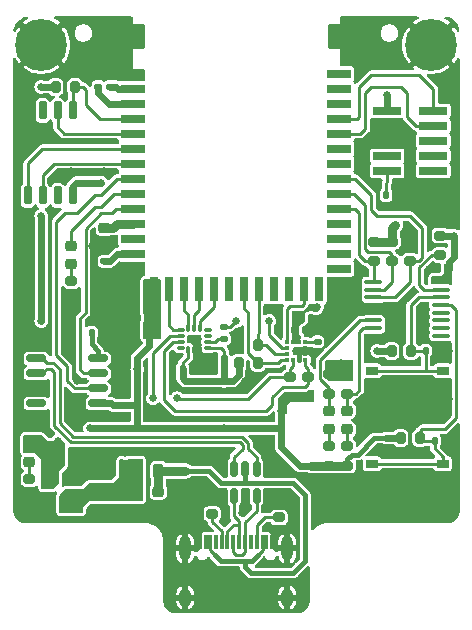
<source format=gbr>
%TF.GenerationSoftware,KiCad,Pcbnew,8.0.0*%
%TF.CreationDate,2024-05-19T21:12:01-04:00*%
%TF.ProjectId,nrf52-module-usb-carrier-hw,6e726635-322d-46d6-9f64-756c652d7573,rev?*%
%TF.SameCoordinates,PX5544200PY68a5100*%
%TF.FileFunction,Copper,L1,Top*%
%TF.FilePolarity,Positive*%
%FSLAX46Y46*%
G04 Gerber Fmt 4.6, Leading zero omitted, Abs format (unit mm)*
G04 Created by KiCad (PCBNEW 8.0.0) date 2024-05-19 21:12:01*
%MOMM*%
%LPD*%
G01*
G04 APERTURE LIST*
G04 Aperture macros list*
%AMRoundRect*
0 Rectangle with rounded corners*
0 $1 Rounding radius*
0 $2 $3 $4 $5 $6 $7 $8 $9 X,Y pos of 4 corners*
0 Add a 4 corners polygon primitive as box body*
4,1,4,$2,$3,$4,$5,$6,$7,$8,$9,$2,$3,0*
0 Add four circle primitives for the rounded corners*
1,1,$1+$1,$2,$3*
1,1,$1+$1,$4,$5*
1,1,$1+$1,$6,$7*
1,1,$1+$1,$8,$9*
0 Add four rect primitives between the rounded corners*
20,1,$1+$1,$2,$3,$4,$5,0*
20,1,$1+$1,$4,$5,$6,$7,0*
20,1,$1+$1,$6,$7,$8,$9,0*
20,1,$1+$1,$8,$9,$2,$3,0*%
G04 Aperture macros list end*
%TA.AperFunction,SMDPad,CuDef*%
%ADD10R,2.000000X0.800000*%
%TD*%
%TA.AperFunction,SMDPad,CuDef*%
%ADD11R,0.800000X2.000000*%
%TD*%
%TA.AperFunction,SMDPad,CuDef*%
%ADD12R,0.300000X1.150000*%
%TD*%
%TA.AperFunction,ComponentPad*%
%ADD13O,1.000000X2.100000*%
%TD*%
%TA.AperFunction,ComponentPad*%
%ADD14O,1.000000X1.600000*%
%TD*%
%TA.AperFunction,SMDPad,CuDef*%
%ADD15RoundRect,0.225000X0.250000X-0.225000X0.250000X0.225000X-0.250000X0.225000X-0.250000X-0.225000X0*%
%TD*%
%TA.AperFunction,SMDPad,CuDef*%
%ADD16RoundRect,0.200000X-0.200000X-0.275000X0.200000X-0.275000X0.200000X0.275000X-0.200000X0.275000X0*%
%TD*%
%TA.AperFunction,SMDPad,CuDef*%
%ADD17RoundRect,0.200000X0.275000X-0.200000X0.275000X0.200000X-0.275000X0.200000X-0.275000X-0.200000X0*%
%TD*%
%TA.AperFunction,SMDPad,CuDef*%
%ADD18RoundRect,0.200000X-0.275000X0.200000X-0.275000X-0.200000X0.275000X-0.200000X0.275000X0.200000X0*%
%TD*%
%TA.AperFunction,ComponentPad*%
%ADD19C,4.400000*%
%TD*%
%TA.AperFunction,SMDPad,CuDef*%
%ADD20RoundRect,0.225000X-0.250000X0.225000X-0.250000X-0.225000X0.250000X-0.225000X0.250000X0.225000X0*%
%TD*%
%TA.AperFunction,SMDPad,CuDef*%
%ADD21RoundRect,0.140000X0.170000X-0.140000X0.170000X0.140000X-0.170000X0.140000X-0.170000X-0.140000X0*%
%TD*%
%TA.AperFunction,SMDPad,CuDef*%
%ADD22RoundRect,0.140000X-0.140000X-0.170000X0.140000X-0.170000X0.140000X0.170000X-0.140000X0.170000X0*%
%TD*%
%TA.AperFunction,SMDPad,CuDef*%
%ADD23RoundRect,0.150000X-0.150000X0.650000X-0.150000X-0.650000X0.150000X-0.650000X0.150000X0.650000X0*%
%TD*%
%TA.AperFunction,SMDPad,CuDef*%
%ADD24RoundRect,0.150000X-0.675000X-0.150000X0.675000X-0.150000X0.675000X0.150000X-0.675000X0.150000X0*%
%TD*%
%TA.AperFunction,SMDPad,CuDef*%
%ADD25R,2.400000X0.740000*%
%TD*%
%TA.AperFunction,SMDPad,CuDef*%
%ADD26RoundRect,0.218750X-0.256250X0.218750X-0.256250X-0.218750X0.256250X-0.218750X0.256250X0.218750X0*%
%TD*%
%TA.AperFunction,SMDPad,CuDef*%
%ADD27RoundRect,0.100000X-0.637500X-0.100000X0.637500X-0.100000X0.637500X0.100000X-0.637500X0.100000X0*%
%TD*%
%TA.AperFunction,SMDPad,CuDef*%
%ADD28RoundRect,0.218750X0.256250X-0.218750X0.256250X0.218750X-0.256250X0.218750X-0.256250X-0.218750X0*%
%TD*%
%TA.AperFunction,SMDPad,CuDef*%
%ADD29R,1.000000X0.750000*%
%TD*%
%TA.AperFunction,SMDPad,CuDef*%
%ADD30RoundRect,0.150000X-0.150000X0.512500X-0.150000X-0.512500X0.150000X-0.512500X0.150000X0.512500X0*%
%TD*%
%TA.AperFunction,SMDPad,CuDef*%
%ADD31RoundRect,0.218750X0.218750X0.381250X-0.218750X0.381250X-0.218750X-0.381250X0.218750X-0.381250X0*%
%TD*%
%TA.AperFunction,SMDPad,CuDef*%
%ADD32RoundRect,0.135000X-0.135000X-0.185000X0.135000X-0.185000X0.135000X0.185000X-0.135000X0.185000X0*%
%TD*%
%TA.AperFunction,SMDPad,CuDef*%
%ADD33R,0.375000X0.350000*%
%TD*%
%TA.AperFunction,SMDPad,CuDef*%
%ADD34R,0.350000X0.375000*%
%TD*%
%TA.AperFunction,SMDPad,CuDef*%
%ADD35RoundRect,0.140000X-0.170000X0.140000X-0.170000X-0.140000X0.170000X-0.140000X0.170000X0.140000X0*%
%TD*%
%TA.AperFunction,SMDPad,CuDef*%
%ADD36RoundRect,0.150000X0.150000X-0.512500X0.150000X0.512500X-0.150000X0.512500X-0.150000X-0.512500X0*%
%TD*%
%TA.AperFunction,SMDPad,CuDef*%
%ADD37RoundRect,0.225000X0.225000X0.250000X-0.225000X0.250000X-0.225000X-0.250000X0.225000X-0.250000X0*%
%TD*%
%TA.AperFunction,SMDPad,CuDef*%
%ADD38RoundRect,0.225000X-0.225000X-0.250000X0.225000X-0.250000X0.225000X0.250000X-0.225000X0.250000X0*%
%TD*%
%TA.AperFunction,SMDPad,CuDef*%
%ADD39RoundRect,0.140000X0.140000X0.170000X-0.140000X0.170000X-0.140000X-0.170000X0.140000X-0.170000X0*%
%TD*%
%TA.AperFunction,SMDPad,CuDef*%
%ADD40RoundRect,0.200000X0.200000X0.275000X-0.200000X0.275000X-0.200000X-0.275000X0.200000X-0.275000X0*%
%TD*%
%TA.AperFunction,SMDPad,CuDef*%
%ADD41RoundRect,0.135000X0.185000X-0.135000X0.185000X0.135000X-0.185000X0.135000X-0.185000X-0.135000X0*%
%TD*%
%TA.AperFunction,SMDPad,CuDef*%
%ADD42RoundRect,0.087500X-0.225000X-0.087500X0.225000X-0.087500X0.225000X0.087500X-0.225000X0.087500X0*%
%TD*%
%TA.AperFunction,SMDPad,CuDef*%
%ADD43RoundRect,0.087500X-0.087500X-0.225000X0.087500X-0.225000X0.087500X0.225000X-0.087500X0.225000X0*%
%TD*%
%TA.AperFunction,ViaPad*%
%ADD44C,0.635000*%
%TD*%
%TA.AperFunction,Conductor*%
%ADD45C,0.261112*%
%TD*%
%TA.AperFunction,Conductor*%
%ADD46C,0.381000*%
%TD*%
%TA.AperFunction,Conductor*%
%ADD47C,0.558800*%
%TD*%
%TA.AperFunction,Conductor*%
%ADD48C,0.787400*%
%TD*%
%TA.AperFunction,Conductor*%
%ADD49C,0.254000*%
%TD*%
G04 APERTURE END LIST*
D10*
%TO.P,U4,0,GND*%
%TO.N,GND*%
X10300000Y49625000D03*
%TO.P,U4,1,GND*%
X10300000Y48355000D03*
%TO.P,U4,2,GND*%
X10320000Y45815000D03*
%TO.P,U4,3,DEC2*%
%TO.N,/Power + MCU + SWD/1V3_RADIO_DECOUPLE*%
X10320000Y44545000D03*
%TO.P,U4,4,DEC3*%
%TO.N,/Power + MCU + SWD/SUPPLY_DECOUPLE*%
X10320000Y43275000D03*
%TO.P,U4,5,P0.25*%
%TO.N,FLASH_nCS*%
X10320000Y42005000D03*
%TO.P,U4,6,P0.26*%
%TO.N,FLASH_MISO*%
X10320000Y40735000D03*
%TO.P,U4,7,P0.27*%
%TO.N,FLASH_MOSI*%
X10320000Y39465000D03*
%TO.P,U4,8,P0.28*%
%TO.N,FLASH_SCLK*%
X10320000Y38195000D03*
%TO.P,U4,9,P0.29*%
%TO.N,/Power + MCU + SWD/UART_RX*%
X10320000Y36925000D03*
%TO.P,U4,10,P0.30*%
%TO.N,/Power + MCU + SWD/DEBUG_LED_A*%
X10320000Y35655000D03*
%TO.P,U4,11,P0.31*%
%TO.N,/Power + MCU + SWD/UART_TX*%
X10320000Y34385000D03*
%TO.P,U4,12,DEC4*%
%TO.N,/Power + MCU + SWD/1V3_LDO_DECOUPLE*%
X10320000Y33115000D03*
%TO.P,U4,13,DCC*%
%TO.N,unconnected-(U4-DCC-Pad13)*%
X10320000Y31845000D03*
%TO.P,U4,14,DEC1*%
%TO.N,/Power + MCU + SWD/0V9_DECOUPLE*%
X10320000Y30575000D03*
%TO.P,U4,15,GND*%
%TO.N,GND*%
X10320000Y29305000D03*
D11*
%TO.P,U4,16,VCC*%
%TO.N,+3V3*%
X12065000Y27560000D03*
%TO.P,U4,17,P0.02*%
%TO.N,6DOF_MISO*%
X13335000Y27560000D03*
%TO.P,U4,18,P0.03*%
%TO.N,6DOF_SDA_MOSI*%
X14605000Y27560000D03*
%TO.P,U4,19,P0.04*%
%TO.N,6DOF_SCLK*%
X15875000Y27560000D03*
%TO.P,U4,20,P0.05*%
%TO.N,6DOF_nCHIP_SEL*%
X17145000Y27560000D03*
%TO.P,U4,21,P0.06*%
%TO.N,unconnected-(U4-P0.06-Pad21)*%
X18415000Y27560000D03*
%TO.P,U4,22,P0.07*%
%TO.N,MAG_nCHIP_SEL*%
X19685000Y27560000D03*
%TO.P,U4,23,P0.08*%
%TO.N,MAG_MISO*%
X20955000Y27560000D03*
%TO.P,U4,24,P0.09*%
%TO.N,unconnected-(U4-P0.09-Pad24)*%
X22225000Y27560000D03*
%TO.P,U4,25,P0.10*%
%TO.N,unconnected-(U4-P0.10-Pad25)*%
X23495000Y27560000D03*
%TO.P,U4,26,P0.11*%
%TO.N,MAG_INT*%
X24765000Y27560000D03*
%TO.P,U4,27,P0.12*%
%TO.N,unconnected-(U4-P0.12-Pad27)*%
X26035000Y27560000D03*
D10*
%TO.P,U4,28,P0.13*%
%TO.N,unconnected-(U4-P0.13-Pad28)*%
X27780000Y29305000D03*
%TO.P,U4,29,P0.14*%
%TO.N,unconnected-(U4-P0.14-Pad29)*%
X27780000Y30575000D03*
%TO.P,U4,30,P0.15*%
%TO.N,unconnected-(U4-P0.15-Pad30)*%
X27780000Y31845000D03*
%TO.P,U4,31,P0.16*%
%TO.N,unconnected-(U4-P0.16-Pad31)*%
X27780000Y33115000D03*
%TO.P,U4,32,P0.17*%
%TO.N,EXPANDER_SDA*%
X27780000Y34385000D03*
%TO.P,U4,33,P0.18*%
%TO.N,EXPANDER_SCL*%
X27780000Y35655000D03*
%TO.P,U4,34,P0.19*%
%TO.N,EXPANDER_A0*%
X27780000Y36925000D03*
%TO.P,U4,35,P0.20*%
%TO.N,unconnected-(U4-P0.20-Pad35)*%
X27780000Y38195000D03*
%TO.P,U4,36,P0.21*%
%TO.N,unconnected-(U4-P0.21-Pad36)*%
X27780000Y39465000D03*
%TO.P,U4,37,SWDCLK*%
%TO.N,/Power + MCU + SWD/SWDCLK*%
X27780000Y40735000D03*
%TO.P,U4,38,SWDIO*%
%TO.N,/Power + MCU + SWD/SWDIO*%
X27780000Y42005000D03*
%TO.P,U4,39,P0.22*%
%TO.N,unconnected-(U4-P0.22-Pad39)*%
X27780000Y43275000D03*
%TO.P,U4,40,P0.23*%
%TO.N,unconnected-(U4-P0.23-Pad40)*%
X27780000Y44545000D03*
%TO.P,U4,41,P0.24*%
%TO.N,unconnected-(U4-P0.24-Pad41)*%
X27780000Y45815000D03*
%TO.P,U4,42,GND*%
%TO.N,GND*%
X27800000Y48355000D03*
%TO.P,U4,43,GND*%
X27800000Y49625000D03*
%TD*%
D12*
%TO.P,J1,A1,GND*%
%TO.N,GND*%
X15700000Y6210000D03*
%TO.P,J1,A4,VBUS*%
%TO.N,VBUS*%
X16500000Y6210000D03*
%TO.P,J1,A5,CC1*%
%TO.N,/Power + MCU + SWD/CONN_CC1*%
X17800000Y6210000D03*
%TO.P,J1,A6,D+*%
%TO.N,/Power + MCU + SWD/CONN_DP*%
X18800000Y6210000D03*
%TO.P,J1,A7,D-*%
%TO.N,/Power + MCU + SWD/CONN_DN*%
X19300000Y6210000D03*
%TO.P,J1,A8,SBU1*%
%TO.N,unconnected-(J1-SBU1-PadA8)*%
X20300000Y6210000D03*
%TO.P,J1,A9,VBUS*%
%TO.N,VBUS*%
X21600000Y6210000D03*
%TO.P,J1,A12,GND*%
%TO.N,GND*%
X22400000Y6210000D03*
%TO.P,J1,B1,GND*%
X22100000Y6210000D03*
%TO.P,J1,B4,VBUS*%
%TO.N,VBUS*%
X21300000Y6210000D03*
%TO.P,J1,B5,CC2*%
%TO.N,/Power + MCU + SWD/CONN_CC2*%
X20800000Y6210000D03*
%TO.P,J1,B6,D+*%
%TO.N,/Power + MCU + SWD/CONN_DP*%
X19800000Y6210000D03*
%TO.P,J1,B7,D-*%
%TO.N,/Power + MCU + SWD/CONN_DN*%
X18300000Y6210000D03*
%TO.P,J1,B8,SBU2*%
%TO.N,unconnected-(J1-SBU2-PadB8)*%
X17300000Y6210000D03*
%TO.P,J1,B9,VBUS*%
%TO.N,VBUS*%
X16800000Y6210000D03*
%TO.P,J1,B12,GND*%
%TO.N,GND*%
X16000000Y6210000D03*
D13*
%TO.P,J1,S1,SHIELD*%
X14730000Y5645000D03*
D14*
X14730000Y1465000D03*
D13*
X23370000Y5645000D03*
D14*
X23370000Y1465000D03*
%TD*%
D15*
%TO.P,C3,1*%
%TO.N,+5V*%
X7620000Y10401000D03*
%TO.P,C3,2*%
%TO.N,GND*%
X7620000Y11951000D03*
%TD*%
D16*
%TO.P,R10,1*%
%TO.N,+3V3*%
X19241000Y21336000D03*
%TO.P,R10,2*%
%TO.N,MAG_nCHIP_SEL*%
X20891000Y21336000D03*
%TD*%
D17*
%TO.P,R8,1*%
%TO.N,+3V3*%
X23622000Y18479000D03*
%TO.P,R8,2*%
%TO.N,/Peripherals/MAG_SDA_MOSI*%
X23622000Y20129000D03*
%TD*%
D18*
%TO.P,R15,1*%
%TO.N,+3V3*%
X30707000Y31613000D03*
%TO.P,R15,2*%
%TO.N,EXPANDER_SDA*%
X30707000Y29963000D03*
%TD*%
%TO.P,R12,1*%
%TO.N,+3V3*%
X36322000Y32121000D03*
%TO.P,R12,2*%
%TO.N,/Peripherals/EXPANDER_nRESET*%
X36322000Y30471000D03*
%TD*%
D19*
%TO.P,H3,1,1*%
%TO.N,GND*%
X2540000Y48260000D03*
%TD*%
D20*
%TO.P,C12,1*%
%TO.N,/Power + MCU + SWD/1V3_LDO_DECOUPLE*%
X7874000Y32779000D03*
%TO.P,C12,2*%
%TO.N,GND*%
X7874000Y31229000D03*
%TD*%
D21*
%TO.P,C11,1*%
%TO.N,/Power + MCU + SWD/SUPPLY_DECOUPLE*%
X7366000Y44732000D03*
%TO.P,C11,2*%
%TO.N,GND*%
X7366000Y45692000D03*
%TD*%
D22*
%TO.P,C20,1*%
%TO.N,/Peripherals/IO7_SW_HIGH*%
X35080000Y22352000D03*
%TO.P,C20,2*%
%TO.N,GND*%
X36040000Y22352000D03*
%TD*%
D23*
%TO.P,U6,1,~{CS}*%
%TO.N,FLASH_nCS*%
X5207000Y42716000D03*
%TO.P,U6,2,DO(IO1)*%
%TO.N,FLASH_MISO*%
X3937000Y42716000D03*
%TO.P,U6,3,IO2*%
%TO.N,unconnected-(U6-IO2-Pad3)*%
X2667000Y42716000D03*
%TO.P,U6,4,GND*%
%TO.N,GND*%
X1397000Y42716000D03*
%TO.P,U6,5,DI(IO0)*%
%TO.N,FLASH_MOSI*%
X1397000Y35516000D03*
%TO.P,U6,6,CLK*%
%TO.N,FLASH_SCLK*%
X2667000Y35516000D03*
%TO.P,U6,7,IO3*%
%TO.N,unconnected-(U6-IO3-Pad7)*%
X3937000Y35516000D03*
%TO.P,U6,8,VCC*%
%TO.N,+3V3*%
X5207000Y35516000D03*
%TD*%
D16*
%TO.P,R16,1*%
%TO.N,+3V3*%
X32195000Y22352000D03*
%TO.P,R16,2*%
%TO.N,/Peripherals/IO7_SW_HIGH*%
X33845000Y22352000D03*
%TD*%
D17*
%TO.P,R9,1*%
%TO.N,+3V3*%
X25146000Y18479000D03*
%TO.P,R9,2*%
%TO.N,/Peripherals/MAG_SCLK*%
X25146000Y20129000D03*
%TD*%
D22*
%TO.P,C14,1*%
%TO.N,+3V3*%
X14506000Y20828000D03*
%TO.P,C14,2*%
%TO.N,GND*%
X15466000Y20828000D03*
%TD*%
D18*
%TO.P,R21,1*%
%TO.N,/Peripherals/IO1_LED_A*%
X28448000Y14287000D03*
%TO.P,R21,2*%
%TO.N,+3V3*%
X28448000Y12637000D03*
%TD*%
D16*
%TO.P,R17,1*%
%TO.N,+3V3*%
X32957000Y14986000D03*
%TO.P,R17,2*%
%TO.N,/Peripherals/IO6_SW_HIGH*%
X34607000Y14986000D03*
%TD*%
D24*
%TO.P,U3,1,UD+*%
%TO.N,/Power + MCU + SWD/USB_DP*%
X2116000Y21717000D03*
%TO.P,U3,2,UD-*%
%TO.N,/Power + MCU + SWD/USB_DN*%
X2116000Y20447000D03*
%TO.P,U3,3,GND*%
%TO.N,GND*%
X2116000Y19177000D03*
%TO.P,U3,4,~{RTS}*%
%TO.N,unconnected-(U3-~{RTS}-Pad4)*%
X2116000Y17907000D03*
%TO.P,U3,5,VCC*%
%TO.N,+3V3*%
X7366000Y17907000D03*
%TO.P,U3,6,TXD*%
%TO.N,/Power + MCU + SWD/UART_RX*%
X7366000Y19177000D03*
%TO.P,U3,7,RXD*%
%TO.N,/Power + MCU + SWD/UART_TX*%
X7366000Y20447000D03*
%TO.P,U3,8,V3*%
%TO.N,/Power + MCU + SWD/V3*%
X7366000Y21717000D03*
%TD*%
D25*
%TO.P,J2,1,VTref*%
%TO.N,+3V3*%
X31832000Y42672000D03*
%TO.P,J2,2,SWDIO/TMS*%
%TO.N,/Power + MCU + SWD/SWDIO*%
X35732000Y42672000D03*
%TO.P,J2,3,GND*%
%TO.N,GND*%
X31832000Y41402000D03*
%TO.P,J2,4,SWCLK/TCK*%
%TO.N,/Power + MCU + SWD/SWDCLK*%
X35732000Y41402000D03*
%TO.P,J2,5,GND*%
%TO.N,GND*%
X31832000Y40132000D03*
%TO.P,J2,6,SWO/TDO*%
%TO.N,unconnected-(J2-SWO{slash}TDO-Pad6)*%
X35732000Y40132000D03*
%TO.P,J2,7,KEY*%
%TO.N,unconnected-(J2-KEY-Pad7)*%
X31832000Y38862000D03*
%TO.P,J2,8,NC/TDI*%
%TO.N,unconnected-(J2-NC{slash}TDI-Pad8)*%
X35732000Y38862000D03*
%TO.P,J2,9,GNDDetect*%
%TO.N,/Power + MCU + SWD/SWD_GND_DET*%
X31832000Y37592000D03*
%TO.P,J2,10,~{RESET}*%
%TO.N,unconnected-(J2-~{RESET}-Pad10)*%
X35732000Y37592000D03*
%TD*%
D26*
%TO.P,D3,1,K*%
%TO.N,/Peripherals/IO0_LED_C*%
X26924000Y17297500D03*
%TO.P,D3,2,A*%
%TO.N,/Peripherals/IO0_LED_A*%
X26924000Y15722500D03*
%TD*%
D22*
%TO.P,C5,2*%
%TO.N,GND*%
X7761000Y23876000D03*
%TO.P,C5,1*%
%TO.N,/Power + MCU + SWD/V3*%
X6801000Y23876000D03*
%TD*%
D27*
%TO.P,U8,1,SCL*%
%TO.N,EXPANDER_SDA*%
X30665500Y28183000D03*
%TO.P,U8,2,SDA*%
%TO.N,EXPANDER_SCL*%
X30665500Y27533000D03*
%TO.P,U8,3,A0*%
%TO.N,EXPANDER_A0*%
X30665500Y26883000D03*
%TO.P,U8,4,A1*%
%TO.N,GND*%
X30665500Y26233000D03*
%TO.P,U8,5,A2*%
X30665500Y25583000D03*
%TO.P,U8,6,IO0*%
%TO.N,/Peripherals/IO0_LED_C*%
X30665500Y24933000D03*
%TO.P,U8,7,IO1*%
%TO.N,/Peripherals/IO1_LED_C*%
X30665500Y24283000D03*
%TO.P,U8,8,VSS*%
%TO.N,GND*%
X30665500Y23633000D03*
%TO.P,U8,9,IO2*%
%TO.N,unconnected-(U8-IO2-Pad9)*%
X36390500Y23633000D03*
%TO.P,U8,10,IO3*%
%TO.N,unconnected-(U8-IO3-Pad10)*%
X36390500Y24283000D03*
%TO.P,U8,11,IO4*%
%TO.N,unconnected-(U8-IO4-Pad11)*%
X36390500Y24933000D03*
%TO.P,U8,12,IO5*%
%TO.N,unconnected-(U8-IO5-Pad12)*%
X36390500Y25583000D03*
%TO.P,U8,13,IO6*%
%TO.N,/Peripherals/IO6_SW_HIGH*%
X36390500Y26233000D03*
%TO.P,U8,14,IO7*%
%TO.N,/Peripherals/IO7_SW_HIGH*%
X36390500Y26883000D03*
%TO.P,U8,15,~{RESET}*%
%TO.N,/Peripherals/EXPANDER_nRESET*%
X36390500Y27533000D03*
%TO.P,U8,16,VDD*%
%TO.N,+3V3*%
X36390500Y28183000D03*
%TD*%
D28*
%TO.P,D1,1,K*%
%TO.N,/Power + MCU + SWD/PWR_LED_C*%
X1524000Y12948500D03*
%TO.P,D1,2,A*%
%TO.N,+3V3*%
X1524000Y14523500D03*
%TD*%
D20*
%TO.P,C1,1*%
%TO.N,VBUS*%
X12446000Y10427000D03*
%TO.P,C1,2*%
%TO.N,GND*%
X12446000Y8877000D03*
%TD*%
D29*
%TO.P,SW2,1,1*%
%TO.N,/Peripherals/IO6_SW_HIGH*%
X30528000Y12797000D03*
X36528000Y12797000D03*
%TO.P,SW2,2,2*%
%TO.N,GND*%
X30528000Y9047000D03*
X36528000Y9047000D03*
%TD*%
D30*
%TO.P,U1,1,GND*%
%TO.N,GND*%
X5522000Y11805500D03*
%TO.P,U1,2,VO*%
%TO.N,+3V3*%
X3622000Y11805500D03*
%TO.P,U1,3,VI*%
%TO.N,+5V*%
X4572000Y9530500D03*
%TD*%
D31*
%TO.P,FB1,1*%
%TO.N,VBUS*%
X12446000Y12192000D03*
%TO.P,FB1,2*%
%TO.N,+5V*%
X10321000Y12192000D03*
%TD*%
D32*
%TO.P,R5,1*%
%TO.N,/Power + MCU + SWD/SWD_GND_DET*%
X31746000Y35560000D03*
%TO.P,R5,2*%
%TO.N,GND*%
X32766000Y35560000D03*
%TD*%
D33*
%TO.P,U7,1,SCL/SPC*%
%TO.N,/Peripherals/MAG_SCLK*%
X24892500Y21602000D03*
%TO.P,U7,2,GND*%
%TO.N,GND*%
X24892500Y22102000D03*
%TO.P,U7,3,GND*%
X24892500Y22602000D03*
%TO.P,U7,4,C1*%
%TO.N,/Peripherals/EXT_CAP*%
X24892500Y23102000D03*
D34*
%TO.P,U7,5,Vdd*%
%TO.N,+3V3*%
X24380000Y23114500D03*
%TO.P,U7,6,Vdd_IO*%
X23880000Y23114500D03*
D33*
%TO.P,U7,7,INT*%
%TO.N,MAG_INT*%
X23367500Y23102000D03*
%TO.P,U7,8,DRDY*%
%TO.N,/Peripherals/MAG_DRDY*%
X23367500Y22602000D03*
%TO.P,U7,9,SDO/SA1*%
%TO.N,MAG_MISO*%
X23367500Y22102000D03*
%TO.P,U7,10,~{CS}*%
%TO.N,MAG_nCHIP_SEL*%
X23367500Y21602000D03*
D34*
%TO.P,U7,11,SDA/SDI/SDO*%
%TO.N,/Peripherals/MAG_SDA_MOSI*%
X23880000Y21589500D03*
%TO.P,U7,12,GND*%
%TO.N,GND*%
X24380000Y21589500D03*
%TD*%
D26*
%TO.P,D4,1,K*%
%TO.N,/Peripherals/IO1_LED_C*%
X28448000Y17297500D03*
%TO.P,D4,2,A*%
%TO.N,/Peripherals/IO1_LED_A*%
X28448000Y15722500D03*
%TD*%
D35*
%TO.P,C9,1*%
%TO.N,/Power + MCU + SWD/0V9_DECOUPLE*%
X7874000Y29944000D03*
%TO.P,C9,2*%
%TO.N,GND*%
X7874000Y28984000D03*
%TD*%
D21*
%TO.P,C18,1*%
%TO.N,/Peripherals/EXT_CAP*%
X25936500Y23130000D03*
%TO.P,C18,2*%
%TO.N,GND*%
X25936500Y24090000D03*
%TD*%
D36*
%TO.P,U2,1,I/O1*%
%TO.N,/Power + MCU + SWD/CONN_DN*%
X18864000Y10101000D03*
%TO.P,U2,2,GND*%
%TO.N,GND*%
X19814000Y10101000D03*
%TO.P,U2,3,I/O2*%
%TO.N,/Power + MCU + SWD/CONN_DP*%
X20764000Y10101000D03*
%TO.P,U2,4,I/O2*%
%TO.N,/Power + MCU + SWD/USB_DP*%
X20764000Y12376000D03*
%TO.P,U2,5,VBUS*%
%TO.N,VBUS*%
X19814000Y12376000D03*
%TO.P,U2,6,I/O1*%
%TO.N,/Power + MCU + SWD/USB_DN*%
X18864000Y12376000D03*
%TD*%
D17*
%TO.P,R4,1*%
%TO.N,GND*%
X5080000Y26607000D03*
%TO.P,R4,2*%
%TO.N,/Power + MCU + SWD/DEBUG_LED_C*%
X5080000Y28257000D03*
%TD*%
D18*
%TO.P,R19,1*%
%TO.N,+3V3*%
X28448000Y20383000D03*
%TO.P,R19,2*%
%TO.N,/Peripherals/IO1_LED_C*%
X28448000Y18733000D03*
%TD*%
D21*
%TO.P,C10,1*%
%TO.N,/Power + MCU + SWD/1V3_RADIO_DECOUPLE*%
X8382000Y44732000D03*
%TO.P,C10,2*%
%TO.N,GND*%
X8382000Y45692000D03*
%TD*%
D35*
%TO.P,C6,1*%
%TO.N,+3V3*%
X9652000Y17752000D03*
%TO.P,C6,2*%
%TO.N,GND*%
X9652000Y16792000D03*
%TD*%
D17*
%TO.P,R3,1*%
%TO.N,/Power + MCU + SWD/CONN_CC1*%
X17018000Y8573000D03*
%TO.P,R3,2*%
%TO.N,GND*%
X17018000Y10223000D03*
%TD*%
D18*
%TO.P,R18,1*%
%TO.N,+3V3*%
X26924000Y20383000D03*
%TO.P,R18,2*%
%TO.N,/Peripherals/IO0_LED_C*%
X26924000Y18733000D03*
%TD*%
D16*
%TO.P,R6,1*%
%TO.N,+3V3*%
X3747000Y44704000D03*
%TO.P,R6,2*%
%TO.N,FLASH_nCS*%
X5397000Y44704000D03*
%TD*%
D18*
%TO.P,R13,1*%
%TO.N,+3V3*%
X32231000Y31613000D03*
%TO.P,R13,2*%
%TO.N,EXPANDER_SCL*%
X32231000Y29963000D03*
%TD*%
D22*
%TO.P,C17,2*%
%TO.N,GND*%
X25372000Y25134000D03*
%TO.P,C17,1*%
%TO.N,+3V3*%
X24412000Y25134000D03*
%TD*%
D29*
%TO.P,SW1,1,1*%
%TO.N,/Peripherals/IO7_SW_HIGH*%
X30528000Y20671000D03*
X36528000Y20671000D03*
%TO.P,SW1,2,2*%
%TO.N,GND*%
X30528000Y16921000D03*
X36528000Y16921000D03*
%TD*%
D37*
%TO.P,C8,1*%
%TO.N,+3V3*%
X11697000Y23876000D03*
%TO.P,C8,2*%
%TO.N,GND*%
X10147000Y23876000D03*
%TD*%
D20*
%TO.P,C2,1*%
%TO.N,+5V*%
X10287000Y10427000D03*
%TO.P,C2,2*%
%TO.N,GND*%
X10287000Y8877000D03*
%TD*%
D17*
%TO.P,R1,1*%
%TO.N,GND*%
X1524000Y9843000D03*
%TO.P,R1,2*%
%TO.N,/Power + MCU + SWD/PWR_LED_C*%
X1524000Y11493000D03*
%TD*%
D22*
%TO.P,C16,1*%
%TO.N,+3V3*%
X23932500Y24118000D03*
%TO.P,C16,2*%
%TO.N,GND*%
X24892500Y24118000D03*
%TD*%
D21*
%TO.P,C15,1*%
%TO.N,+3V3*%
X6858000Y36604000D03*
%TO.P,C15,2*%
%TO.N,GND*%
X6858000Y37564000D03*
%TD*%
D17*
%TO.P,R2,1*%
%TO.N,/Power + MCU + SWD/CONN_CC2*%
X22671000Y8260000D03*
%TO.P,R2,2*%
%TO.N,GND*%
X22671000Y9910000D03*
%TD*%
D18*
%TO.P,R20,1*%
%TO.N,/Peripherals/IO0_LED_A*%
X26924000Y14287000D03*
%TO.P,R20,2*%
%TO.N,+3V3*%
X26924000Y12637000D03*
%TD*%
D38*
%TO.P,C4,1*%
%TO.N,+3V3*%
X3797000Y13716000D03*
%TO.P,C4,2*%
%TO.N,GND*%
X5347000Y13716000D03*
%TD*%
D39*
%TO.P,C7,1*%
%TO.N,+3V3*%
X11656000Y25146000D03*
%TO.P,C7,2*%
%TO.N,GND*%
X10696000Y25146000D03*
%TD*%
D17*
%TO.P,R14,1*%
%TO.N,EXPANDER_A0*%
X33755000Y29963000D03*
%TO.P,R14,2*%
%TO.N,GND*%
X33755000Y31613000D03*
%TD*%
D40*
%TO.P,R11,1*%
%TO.N,MAG_MISO*%
X20891000Y22860000D03*
%TO.P,R11,2*%
%TO.N,GND*%
X19241000Y22860000D03*
%TD*%
D39*
%TO.P,C13,1*%
%TO.N,+3V3*%
X18006000Y20828000D03*
%TO.P,C13,2*%
%TO.N,GND*%
X17046000Y20828000D03*
%TD*%
D41*
%TO.P,R7,1*%
%TO.N,/Peripherals/6DOF_INT2*%
X18034000Y23366000D03*
%TO.P,R7,2*%
%TO.N,/Peripherals/MAG_DRDY*%
X18034000Y24386000D03*
%TD*%
D39*
%TO.P,C19,1*%
%TO.N,+3V3*%
X37056000Y29264000D03*
%TO.P,C19,2*%
%TO.N,GND*%
X36096000Y29264000D03*
%TD*%
D42*
%TO.P,U5,1,SDO/SA0*%
%TO.N,6DOF_MISO*%
X14331500Y24118000D03*
%TO.P,U5,2,SDX*%
%TO.N,/Peripherals/MAG_SDA_MOSI*%
X14331500Y23618000D03*
%TO.P,U5,3,SCX*%
%TO.N,/Peripherals/MAG_SCLK*%
X14331500Y23118000D03*
%TO.P,U5,4,INT1*%
%TO.N,/Peripherals/6DOF_INT1*%
X14331500Y22618000D03*
D43*
%TO.P,U5,5,VDDIO*%
%TO.N,+3V3*%
X14994000Y22455500D03*
%TO.P,U5,6,GND*%
%TO.N,GND*%
X15494000Y22455500D03*
%TO.P,U5,7,GND*%
X15994000Y22455500D03*
D42*
%TO.P,U5,8,VDD*%
%TO.N,+3V3*%
X16656500Y22618000D03*
%TO.P,U5,9,INT2*%
%TO.N,/Peripherals/6DOF_INT2*%
X16656500Y23118000D03*
%TO.P,U5,10,NC*%
%TO.N,unconnected-(U5-NC-Pad10)*%
X16656500Y23618000D03*
%TO.P,U5,11,NC*%
%TO.N,unconnected-(U5-NC-Pad11)*%
X16656500Y24118000D03*
D43*
%TO.P,U5,12,CS*%
%TO.N,6DOF_nCHIP_SEL*%
X15994000Y24280500D03*
%TO.P,U5,13,SCL*%
%TO.N,6DOF_SCLK*%
X15494000Y24280500D03*
%TO.P,U5,14,SDA*%
%TO.N,6DOF_SDA_MOSI*%
X14994000Y24280500D03*
%TD*%
D28*
%TO.P,D2,1,K*%
%TO.N,/Power + MCU + SWD/DEBUG_LED_C*%
X5080000Y29692500D03*
%TO.P,D2,2,A*%
%TO.N,/Power + MCU + SWD/DEBUG_LED_A*%
X5080000Y31267500D03*
%TD*%
D19*
%TO.P,H4,1,1*%
%TO.N,GND*%
X35560000Y48260000D03*
%TD*%
D22*
%TO.P,C21,1*%
%TO.N,/Peripherals/IO6_SW_HIGH*%
X35842000Y14732000D03*
%TO.P,C21,2*%
%TO.N,GND*%
X36802000Y14732000D03*
%TD*%
D44*
%TO.N,GND*%
X22606000Y25400000D03*
X5588000Y16764000D03*
X9652000Y19812000D03*
X5588000Y19812000D03*
X5080000Y25400000D03*
X5080000Y37592000D03*
X29972000Y37592000D03*
X3048000Y8636000D03*
X37338000Y13970000D03*
X1016000Y16764000D03*
X1016000Y23368000D03*
X25908000Y9652000D03*
X33528000Y10922000D03*
X33528000Y18796000D03*
X29972000Y39624000D03*
X1524000Y40640000D03*
X16764000Y1524000D03*
X21336000Y1524000D03*
X19304000Y1524000D03*
X19812000Y19812000D03*
X9652000Y22352000D03*
X7620000Y26416000D03*
X10160000Y26416000D03*
X8636000Y23876000D03*
X35052000Y23876000D03*
X35052000Y25908000D03*
X32512000Y25908000D03*
X32512000Y23876000D03*
X8636000Y49276000D03*
X8636000Y46736000D03*
X32004000Y46736000D03*
X29972000Y46736000D03*
X29972000Y48260000D03*
X5588000Y18288000D03*
X1016000Y29464000D03*
X1016000Y31496000D03*
X1016000Y33528000D03*
%TO.N,+3V3*%
X22860000Y17272000D03*
%TO.N,GND*%
X29972000Y10160000D03*
X37084000Y10160000D03*
X37084000Y18288000D03*
X29972000Y18288000D03*
%TO.N,+3V3*%
X30988000Y22352000D03*
X10668000Y20828000D03*
X2540000Y24892000D03*
X2540000Y33782000D03*
X18034000Y15801696D03*
%TO.N,GND*%
X12700000Y17272000D03*
X37084000Y22352000D03*
X21844000Y12192000D03*
X21844000Y13716000D03*
X18288000Y13716000D03*
X16256000Y13716000D03*
X14732000Y13716000D03*
X13208000Y13716000D03*
X9652000Y13716000D03*
%TO.N,+3V3*%
X6657696Y15801696D03*
X3937000Y14732000D03*
%TO.N,GND*%
X8636000Y16764000D03*
X21844000Y25908000D03*
X762000Y19812000D03*
X6604000Y13716000D03*
X9144000Y8636000D03*
X16256000Y20828000D03*
X8128000Y13716000D03*
X23876000Y9652000D03*
X26162000Y24892000D03*
X26670000Y23876000D03*
X13716000Y19304000D03*
X13716000Y8636000D03*
X33528000Y33020000D03*
X15748000Y10160000D03*
X19241000Y24053800D03*
X11684000Y17272000D03*
X6858000Y31242000D03*
X15494000Y23368000D03*
X35360000Y29264000D03*
X19558000Y8636000D03*
X24130000Y22352000D03*
X33528000Y35560000D03*
X7874000Y37592000D03*
X33528000Y39624000D03*
X7620000Y28194000D03*
%TO.N,+3V3*%
X7604895Y36604000D03*
X18006000Y19812000D03*
X37475000Y32121000D03*
X27940000Y21336000D03*
X25908000Y26115498D03*
X32512000Y33020000D03*
X31832000Y44024000D03*
X2540000Y44704000D03*
%TO.N,/Peripherals/MAG_DRDY*%
X21844000Y24892000D03*
X19050000Y24892000D03*
%TO.N,/Peripherals/MAG_SDA_MOSI*%
X12001500Y18351500D03*
X14033500Y18351500D03*
%TD*%
D45*
%TO.N,MAG_INT*%
X23621000Y26162000D02*
X24638000Y26162000D01*
X23367500Y25908500D02*
X23621000Y26162000D01*
X24765000Y27560000D02*
X24765000Y26289000D01*
X24765000Y26289000D02*
X24638000Y26162000D01*
X23367500Y25908500D02*
X23367500Y23102000D01*
%TO.N,/Peripherals/MAG_DRDY*%
X22926000Y22602000D02*
X23367500Y22602000D01*
X21844000Y23684000D02*
X22926000Y22602000D01*
X21844000Y24892000D02*
X21844000Y23684000D01*
D46*
%TO.N,VBUS*%
X19812000Y4555744D02*
X19812000Y4064000D01*
X20320000Y3556000D02*
X23876000Y3556000D01*
X17780000Y11176000D02*
X16764000Y12192000D01*
X19812000Y4064000D02*
X20320000Y3556000D01*
X23876000Y3556000D02*
X24892000Y4572000D01*
X24892000Y4572000D02*
X24892000Y10160000D01*
X24892000Y10160000D02*
X23876000Y11176000D01*
X23876000Y11176000D02*
X17780000Y11176000D01*
X16764000Y12192000D02*
X14732000Y12192000D01*
D45*
%TO.N,/Power + MCU + SWD/UART_TX*%
X6138000Y20447000D02*
X7366000Y20447000D01*
X6282944Y25586944D02*
X5842000Y25146000D01*
X5842000Y20743000D02*
X6138000Y20447000D01*
X5842000Y25146000D02*
X5842000Y20743000D01*
X7620000Y34036000D02*
X6282944Y32698944D01*
X8509000Y34036000D02*
X7620000Y34036000D01*
X6282944Y32698944D02*
X6282944Y25586944D01*
X8858000Y34385000D02*
X8509000Y34036000D01*
X10320000Y34385000D02*
X8858000Y34385000D01*
%TO.N,/Power + MCU + SWD/UART_RX*%
X8942340Y36925000D02*
X10320000Y36925000D01*
X7577340Y35560000D02*
X8942340Y36925000D01*
X7112000Y35560000D02*
X7577340Y35560000D01*
X3810000Y33274000D02*
X4572000Y34036000D01*
X3810000Y21971000D02*
X3810000Y33274000D01*
X5588000Y34036000D02*
X7112000Y35560000D01*
X4741000Y21040000D02*
X3810000Y21971000D01*
X4741000Y19812000D02*
X4741000Y21040000D01*
X5376000Y19177000D02*
X4741000Y19812000D01*
X7366000Y19177000D02*
X5376000Y19177000D01*
X4572000Y34036000D02*
X5588000Y34036000D01*
%TO.N,/Power + MCU + SWD/DEBUG_LED_C*%
X5080000Y28257000D02*
X5080000Y29692500D01*
%TO.N,/Power + MCU + SWD/DEBUG_LED_A*%
X5080000Y32512000D02*
X5588000Y33020000D01*
X5080000Y31267500D02*
X5080000Y32512000D01*
%TO.N,/Power + MCU + SWD/SWDCLK*%
X33020000Y44704000D02*
X33528000Y44196000D01*
X27780000Y40735000D02*
X29559000Y40735000D01*
X33528000Y44196000D02*
X33528000Y42164000D01*
X29559000Y40735000D02*
X29972000Y41148000D01*
X29972000Y41148000D02*
X29972000Y44196000D01*
X33528000Y42164000D02*
X34290000Y41402000D01*
X29972000Y44196000D02*
X30480000Y44704000D01*
X30480000Y44704000D02*
X33020000Y44704000D01*
X34290000Y41402000D02*
X35732000Y41402000D01*
D47*
%TO.N,+3V3*%
X31832000Y44024000D02*
X31832000Y42672000D01*
D45*
%TO.N,/Peripherals/MAG_SDA_MOSI*%
X13442592Y23618000D02*
X14331500Y23618000D01*
X12001500Y22176908D02*
X13442592Y23618000D01*
X12001500Y18351500D02*
X12001500Y22176908D01*
D47*
%TO.N,+3V3*%
X22860000Y17272000D02*
X22860000Y14224000D01*
X22860000Y14224000D02*
X24447000Y12637000D01*
X24447000Y12637000D02*
X25400000Y12637000D01*
D48*
X32231000Y31613000D02*
X32231000Y32739000D01*
X32231000Y32739000D02*
X32512000Y33020000D01*
D47*
X37475000Y30285878D02*
X37056000Y29866878D01*
X37475000Y32121000D02*
X37475000Y30285878D01*
X37475000Y32121000D02*
X36322000Y32121000D01*
X37056000Y29866878D02*
X37056000Y29264000D01*
D45*
%TO.N,/Peripherals/IO6_SW_HIGH*%
X36528000Y13409000D02*
X36528000Y12797000D01*
X36528000Y12797000D02*
X30274000Y12797000D01*
X35842000Y14095000D02*
X36528000Y13409000D01*
X35842000Y14732000D02*
X35842000Y14095000D01*
D48*
%TO.N,+3V3*%
X26924000Y12637000D02*
X25400000Y12637000D01*
D47*
X32195000Y22352000D02*
X30988000Y22352000D01*
X2540000Y33782000D02*
X2540000Y24892000D01*
D46*
%TO.N,GND*%
X24380000Y22102000D02*
X24130000Y22352000D01*
X24380000Y21589500D02*
X24380000Y22102000D01*
%TO.N,/Power + MCU + SWD/V3*%
X6801000Y22917000D02*
X7366000Y22352000D01*
X6801000Y23876000D02*
X6801000Y22917000D01*
X7366000Y22352000D02*
X7366000Y21717000D01*
D47*
%TO.N,+3V3*%
X14732000Y19812000D02*
X14506000Y20038000D01*
X18006000Y19812000D02*
X14732000Y19812000D01*
X14506000Y20038000D02*
X14506000Y20828000D01*
X18006000Y19812000D02*
X18733000Y19812000D01*
X18733000Y19812000D02*
X19241000Y20320000D01*
X19241000Y20320000D02*
X19241000Y21336000D01*
X18006000Y19812000D02*
X18006000Y21844000D01*
X10640000Y17752000D02*
X9652000Y17752000D01*
X8636000Y17752000D02*
X9652000Y17752000D01*
X8481000Y17907000D02*
X8636000Y17752000D01*
X7366000Y17907000D02*
X8481000Y17907000D01*
X22806304Y15801696D02*
X6657696Y15801696D01*
X11697000Y22793424D02*
X11697000Y23876000D01*
X10640000Y15801696D02*
X10640000Y21736424D01*
X10640000Y21736424D02*
X11697000Y22793424D01*
D45*
%TO.N,MAG_nCHIP_SEL*%
X19685000Y25947000D02*
X19685000Y27560000D01*
X20066000Y25566000D02*
X19685000Y25947000D01*
X20066000Y22161000D02*
X20066000Y25566000D01*
X20891000Y21336000D02*
X20066000Y22161000D01*
D46*
%TO.N,+3V3*%
X30734000Y14986000D02*
X31750000Y14986000D01*
D47*
X32957000Y14986000D02*
X31750000Y14986000D01*
D46*
X28448000Y13208000D02*
X28448000Y12637000D01*
X28809500Y13569500D02*
X28448000Y13208000D01*
X30734000Y14986000D02*
X29317500Y13569500D01*
X29317500Y13569500D02*
X28809500Y13569500D01*
D45*
%TO.N,VBUS*%
X16800000Y5469888D02*
X17230944Y5038944D01*
X16800000Y6210000D02*
X16800000Y5469888D01*
D47*
%TO.N,+3V3*%
X3747000Y44704000D02*
X2540000Y44704000D01*
D48*
%TO.N,VBUS*%
X12446000Y12192000D02*
X14732000Y12192000D01*
D46*
X20871536Y5080000D02*
X20347280Y4555744D01*
X19814000Y12376000D02*
X19814000Y11176000D01*
D45*
X21300000Y5508464D02*
X21300000Y6210000D01*
X20871536Y5080000D02*
X21300000Y5508464D01*
D48*
X12446000Y12192000D02*
X12446000Y10427000D01*
D46*
X20347280Y4555744D02*
X17714144Y4555744D01*
X17714144Y4555744D02*
X17230944Y5038944D01*
D45*
%TO.N,+3V3*%
X14994000Y21852000D02*
X14506000Y21364000D01*
D48*
X26924000Y12637000D02*
X28448000Y12637000D01*
D47*
X5207000Y36322000D02*
X5489000Y36604000D01*
D48*
X30707000Y31613000D02*
X32231000Y31613000D01*
D45*
X17768000Y22618000D02*
X18006000Y22380000D01*
D47*
X5489000Y36604000D02*
X6858000Y36604000D01*
D45*
X14506000Y21364000D02*
X14506000Y20828000D01*
X16656500Y22618000D02*
X17768000Y22618000D01*
D47*
X5207000Y35516000D02*
X5207000Y36322000D01*
D45*
X14994000Y22455500D02*
X14994000Y21852000D01*
D47*
X7604895Y36604000D02*
X6858000Y36604000D01*
D45*
X18006000Y22380000D02*
X18006000Y21844000D01*
D47*
%TO.N,/Power + MCU + SWD/0V9_DECOUPLE*%
X8985000Y30575000D02*
X10320000Y30575000D01*
X8354000Y29944000D02*
X8985000Y30575000D01*
X7874000Y29944000D02*
X8354000Y29944000D01*
%TO.N,/Power + MCU + SWD/1V3_RADIO_DECOUPLE*%
X9049000Y44545000D02*
X10320000Y44545000D01*
X8382000Y44732000D02*
X8862000Y44732000D01*
X8862000Y44732000D02*
X9049000Y44545000D01*
%TO.N,/Power + MCU + SWD/SUPPLY_DECOUPLE*%
X7366000Y44196000D02*
X7366000Y44732000D01*
X8287000Y43275000D02*
X10320000Y43275000D01*
X8287000Y43275000D02*
X7366000Y44196000D01*
D48*
%TO.N,/Power + MCU + SWD/1V3_LDO_DECOUPLE*%
X7874000Y32779000D02*
X8649000Y32779000D01*
X8649000Y32779000D02*
X8985000Y33115000D01*
X8985000Y33115000D02*
X10320000Y33115000D01*
D45*
%TO.N,/Peripherals/EXT_CAP*%
X24892500Y23102000D02*
X25908500Y23102000D01*
X25908500Y23102000D02*
X25936500Y23130000D01*
%TO.N,/Power + MCU + SWD/PWR_LED_C*%
X1524000Y12948500D02*
X1524000Y11493000D01*
%TO.N,/Power + MCU + SWD/CONN_DP*%
X19800000Y5322000D02*
X19800000Y6210000D01*
X19800000Y7072501D02*
X19800000Y6210000D01*
X18800000Y6210000D02*
X18800000Y5330000D01*
X19558000Y5080000D02*
X19800000Y5322000D01*
X18800000Y5330000D02*
X19050000Y5080000D01*
X19050000Y5080000D02*
X19558000Y5080000D01*
X20764000Y10101000D02*
X20764000Y8826000D01*
X20764000Y8826000D02*
X19782156Y7844156D01*
X19782156Y7090345D02*
X19800000Y7072501D01*
X19782156Y7844156D02*
X19782156Y7090345D01*
%TO.N,/Power + MCU + SWD/CONN_DN*%
X18300000Y7102512D02*
X18817488Y7620000D01*
X19317844Y7620000D02*
X19317844Y7090345D01*
X18300000Y6210000D02*
X18300000Y7102512D01*
X18817488Y7620000D02*
X19317844Y7620000D01*
X19300000Y7072501D02*
X19300000Y6210000D01*
X18864000Y10101000D02*
X18864000Y8385313D01*
X19317844Y7620000D02*
X19050000Y7620000D01*
X19317844Y7931469D02*
X19317844Y7620000D01*
X18864000Y8385313D02*
X19317844Y7931469D01*
X19317844Y7090345D02*
X19300000Y7072501D01*
%TO.N,/Power + MCU + SWD/CONN_CC2*%
X20800000Y6210000D02*
X20800000Y7592000D01*
X21468000Y8260000D02*
X22671000Y8260000D01*
X20800000Y7592000D02*
X21468000Y8260000D01*
%TO.N,/Power + MCU + SWD/CONN_CC1*%
X17018000Y8260000D02*
X17018000Y7874000D01*
X17800000Y7092000D02*
X17800000Y6210000D01*
X17018000Y7874000D02*
X17800000Y7092000D01*
%TO.N,/Power + MCU + SWD/SWD_GND_DET*%
X31832000Y37592000D02*
X31832000Y36662000D01*
X31746000Y35560000D02*
X31746000Y36576000D01*
X31832000Y36662000D02*
X31746000Y36576000D01*
%TO.N,/Power + MCU + SWD/SWDIO*%
X35732000Y44532000D02*
X35732000Y42672000D01*
X29464000Y44704000D02*
X30480000Y45720000D01*
X27780000Y42005000D02*
X29305000Y42005000D01*
X29305000Y42005000D02*
X29464000Y42164000D01*
X29464000Y42164000D02*
X29464000Y44704000D01*
X34544000Y45720000D02*
X35732000Y44532000D01*
X30480000Y45720000D02*
X34544000Y45720000D01*
%TO.N,FLASH_nCS*%
X7525000Y42005000D02*
X10320000Y42005000D01*
X5397000Y44704000D02*
X6096000Y44704000D01*
X6096000Y44704000D02*
X6350000Y44450000D01*
X6350000Y43180000D02*
X7525000Y42005000D01*
X5207000Y42716000D02*
X5207000Y44514000D01*
X6350000Y44450000D02*
X6350000Y43180000D01*
%TO.N,/Peripherals/6DOF_INT2*%
X17526000Y23368000D02*
X18032000Y23368000D01*
X17276000Y23118000D02*
X17526000Y23368000D01*
X16656500Y23118000D02*
X17276000Y23118000D01*
%TO.N,/Peripherals/MAG_DRDY*%
X18544000Y24386000D02*
X18034000Y24386000D01*
X19050000Y24892000D02*
X18544000Y24386000D01*
%TO.N,/Peripherals/MAG_SDA_MOSI*%
X14033500Y18351500D02*
X14097000Y18288000D01*
X21907000Y20129000D02*
X23622000Y20129000D01*
X14097000Y18288000D02*
X20066000Y18288000D01*
X20066000Y18288000D02*
X21907000Y20129000D01*
X23622000Y20129000D02*
X23622000Y20828000D01*
X23880000Y21589500D02*
X23880000Y21086000D01*
X23880000Y21086000D02*
X23622000Y20828000D01*
%TO.N,/Peripherals/MAG_SCLK*%
X13720000Y23118000D02*
X14331500Y23118000D01*
X21590000Y17272000D02*
X13883388Y17272000D01*
X13883388Y17272000D02*
X12954000Y18201388D01*
X12954000Y22352000D02*
X13720000Y23118000D01*
X25146000Y20129000D02*
X25146000Y19558000D01*
X22098000Y17780000D02*
X21590000Y17272000D01*
X25146000Y19558000D02*
X24892000Y19304000D01*
X24892500Y21602000D02*
X24892500Y21081500D01*
X24892000Y19304000D02*
X22965202Y19304000D01*
X12954000Y18201388D02*
X12954000Y22352000D01*
X22965202Y19304000D02*
X22098000Y18436798D01*
X24892500Y21081500D02*
X25146000Y20828000D01*
X22098000Y18436798D02*
X22098000Y17780000D01*
X25146000Y20828000D02*
X25146000Y20129000D01*
%TO.N,MAG_nCHIP_SEL*%
X20891000Y21336000D02*
X22606000Y21336000D01*
X22606000Y21336000D02*
X22872000Y21602000D01*
X22872000Y21602000D02*
X23367500Y21602000D01*
%TO.N,MAG_MISO*%
X20891000Y23812000D02*
X20955000Y23876000D01*
X22348000Y22102000D02*
X21590000Y22860000D01*
X22348000Y22102000D02*
X23367500Y22102000D01*
X21590000Y22860000D02*
X20891000Y22860000D01*
X20891000Y22860000D02*
X20891000Y23812000D01*
X20955000Y23876000D02*
X20955000Y27560000D01*
%TO.N,/Power + MCU + SWD/USB_DP*%
X20046156Y14572164D02*
X20046156Y14087595D01*
X4093067Y16216253D02*
X5230000Y15079320D01*
X19539000Y15079320D02*
X20046156Y14572164D01*
X3567164Y21314156D02*
X4093067Y20788253D01*
X2116000Y21717000D02*
X2641000Y21717000D01*
X3043844Y21314156D02*
X3567164Y21314156D01*
X2641000Y21717000D02*
X3043844Y21314156D01*
X5230000Y15079320D02*
X19539000Y15079320D01*
X20046156Y14087595D02*
X20764000Y13369751D01*
X4093067Y20788253D02*
X4093067Y16216253D01*
X20764000Y13369751D02*
X20764000Y12376000D01*
%TO.N,/Power + MCU + SWD/USB_DN*%
X3628755Y16023925D02*
X5037672Y14615008D01*
X5037672Y14615008D02*
X19346672Y14615008D01*
X19581844Y14379836D02*
X19581844Y14087595D01*
X3628755Y20595925D02*
X3628755Y16023925D01*
X2116000Y20447000D02*
X2641000Y20447000D01*
X19346672Y14615008D02*
X19581844Y14379836D01*
X3043844Y20849844D02*
X3374836Y20849844D01*
X3374836Y20849844D02*
X3628755Y20595925D01*
X18864000Y13369751D02*
X18864000Y12376000D01*
X19581844Y14087595D02*
X18864000Y13369751D01*
X2641000Y20447000D02*
X3043844Y20849844D01*
%TO.N,/Power + MCU + SWD/DEBUG_LED_A*%
X5588000Y33020000D02*
X7112000Y34544000D01*
X7620000Y34544000D02*
X8731000Y35655000D01*
X7112000Y34544000D02*
X7620000Y34544000D01*
X8731000Y35655000D02*
X10320000Y35655000D01*
%TO.N,FLASH_MISO*%
X3937000Y41275000D02*
X4477000Y40735000D01*
X4477000Y40735000D02*
X10320000Y40735000D01*
X3937000Y42640000D02*
X3937000Y41275000D01*
%TO.N,6DOF_nCHIP_SEL*%
X17145000Y26035000D02*
X15994000Y24884000D01*
X17145000Y27560000D02*
X17145000Y26035000D01*
X15994000Y24884000D02*
X15994000Y24280500D01*
%TO.N,6DOF_MISO*%
X13335000Y24511000D02*
X13728000Y24118000D01*
X13335000Y27560000D02*
X13335000Y24511000D01*
X13728000Y24118000D02*
X14331500Y24118000D01*
%TO.N,6DOF_SDA_MOSI*%
X14605000Y25781000D02*
X14605000Y27560000D01*
X14994000Y24280500D02*
X14994000Y25392000D01*
X14994000Y25392000D02*
X14605000Y25781000D01*
%TO.N,FLASH_SCLK*%
X3651000Y38195000D02*
X10320000Y38195000D01*
X2667000Y37211000D02*
X3651000Y38195000D01*
X2667000Y35516000D02*
X2667000Y37211000D01*
%TO.N,6DOF_SCLK*%
X15494000Y25400000D02*
X15875000Y25781000D01*
X15875000Y25781000D02*
X15875000Y27560000D01*
X15494000Y24280500D02*
X15494000Y25400000D01*
%TO.N,FLASH_MOSI*%
X2635000Y39465000D02*
X1397000Y38227000D01*
X10320000Y39465000D02*
X2635000Y39465000D01*
D49*
X1397000Y38227000D02*
X1397000Y36996000D01*
D45*
X1397000Y35516000D02*
X1397000Y36996000D01*
%TO.N,/Peripherals/EXPANDER_nRESET*%
X36068000Y30471000D02*
X35591874Y30471000D01*
X34951000Y27533000D02*
X36390500Y27533000D01*
X34544000Y29423126D02*
X34544000Y27940000D01*
X35591874Y30471000D02*
X34544000Y29423126D01*
X34544000Y27940000D02*
X34951000Y27533000D01*
%TO.N,EXPANDER_SCL*%
X30665500Y27533000D02*
X31597000Y27533000D01*
X32231000Y30507000D02*
X32004000Y30734000D01*
X29972000Y34724112D02*
X29972000Y30988000D01*
X32231000Y28167000D02*
X32231000Y29963000D01*
X27780000Y35655000D02*
X29041112Y35655000D01*
X29041112Y35655000D02*
X29972000Y34724112D01*
X32004000Y30734000D02*
X30226000Y30734000D01*
X29972000Y30988000D02*
X30226000Y30734000D01*
X31597000Y27533000D02*
X32231000Y28167000D01*
X32231000Y29963000D02*
X32231000Y30507000D01*
%TO.N,EXPANDER_A0*%
X34798000Y30226000D02*
X34798000Y32766000D01*
X30480000Y35560000D02*
X29115000Y36925000D01*
X34798000Y32766000D02*
X33782000Y33782000D01*
X29115000Y36925000D02*
X27780000Y36925000D01*
X34535000Y29963000D02*
X34798000Y30226000D01*
X30988000Y33782000D02*
X30480000Y34290000D01*
X30480000Y34290000D02*
X30480000Y35560000D01*
X32471000Y26883000D02*
X33755000Y28167000D01*
X33782000Y33782000D02*
X30988000Y33782000D01*
X33755000Y29963000D02*
X34535000Y29963000D01*
X33755000Y28167000D02*
X33755000Y29963000D01*
X30665500Y26883000D02*
X32471000Y26883000D01*
%TO.N,EXPANDER_SDA*%
X29464000Y34036000D02*
X29464000Y30480000D01*
X27780000Y34385000D02*
X29115000Y34385000D01*
X29981000Y29963000D02*
X30707000Y29963000D01*
X29115000Y34385000D02*
X29464000Y34036000D01*
X29464000Y30480000D02*
X29981000Y29963000D01*
X30707000Y29963000D02*
X30707000Y28224500D01*
%TO.N,/Peripherals/IO7_SW_HIGH*%
X33845000Y22352000D02*
X35080000Y22352000D01*
X33845000Y26225000D02*
X33845000Y22352000D01*
X35080000Y22352000D02*
X35080000Y20699000D01*
X30528000Y20671000D02*
X35560000Y20671000D01*
X35560000Y20671000D02*
X36528000Y20671000D01*
X34503000Y26883000D02*
X33845000Y26225000D01*
X36390500Y26883000D02*
X34503000Y26883000D01*
%TO.N,/Peripherals/IO6_SW_HIGH*%
X35842000Y14732000D02*
X34861000Y14732000D01*
X34607000Y15557000D02*
X34798000Y15748000D01*
X34798000Y15748000D02*
X36745112Y15748000D01*
X36745112Y15748000D02*
X37659056Y16661944D01*
X37659056Y16661944D02*
X37659056Y25840944D01*
X37267000Y26233000D02*
X36390500Y26233000D01*
X37659056Y25840944D02*
X37267000Y26233000D01*
X34607000Y14986000D02*
X34607000Y15557000D01*
%TO.N,/Peripherals/IO0_LED_C*%
X26924000Y19255376D02*
X26924000Y18733000D01*
X30665500Y24933000D02*
X29505000Y24933000D01*
X29505000Y24933000D02*
X26162000Y21590000D01*
X26162000Y21590000D02*
X26162000Y20017376D01*
X26924000Y18733000D02*
X26924000Y17297500D01*
X26162000Y20017376D02*
X26924000Y19255376D01*
%TO.N,/Peripherals/IO0_LED_A*%
X26924000Y15722500D02*
X26924000Y14287000D01*
%TO.N,/Peripherals/IO1_LED_A*%
X28448000Y15722500D02*
X28448000Y14287000D01*
%TO.N,/Peripherals/IO1_LED_C*%
X29147000Y18733000D02*
X29464000Y19050000D01*
X29772500Y24283000D02*
X30665500Y24283000D01*
X29464000Y23974500D02*
X29772500Y24283000D01*
X29464000Y19050000D02*
X29464000Y23974500D01*
X28448000Y18733000D02*
X29147000Y18733000D01*
X28448000Y18733000D02*
X28448000Y17297500D01*
%TD*%
%TA.AperFunction,Conductor*%
%TO.N,GND*%
G36*
X10242121Y50652498D02*
G01*
X10288614Y50598842D01*
X10300000Y50546500D01*
X10300000Y50025000D01*
X11174000Y50025000D01*
X11242121Y50004998D01*
X11288614Y49951342D01*
X11300000Y49899000D01*
X11300000Y48081000D01*
X11279998Y48012879D01*
X11226342Y47966386D01*
X11174000Y47955000D01*
X10300000Y47955000D01*
X10300000Y46215000D01*
X11194000Y46215000D01*
X11262121Y46194998D01*
X11308614Y46141342D01*
X11320000Y46089000D01*
X11320000Y45325500D01*
X11299998Y45257379D01*
X11246342Y45210886D01*
X11194000Y45199500D01*
X9294936Y45199500D01*
X9294931Y45199499D01*
X9211382Y45182882D01*
X9140668Y45189212D01*
X9123805Y45197342D01*
X9068080Y45229515D01*
X9068075Y45229517D01*
X8991618Y45250003D01*
X8932289Y45265900D01*
X8932287Y45265900D01*
X8595618Y45265900D01*
X8585730Y45266289D01*
X8583049Y45266500D01*
X8180957Y45266500D01*
X8088574Y45251869D01*
X7977228Y45195136D01*
X7977226Y45195134D01*
X7963095Y45181002D01*
X7900783Y45146976D01*
X7829968Y45152041D01*
X7784905Y45181002D01*
X7770773Y45195134D01*
X7770770Y45195136D01*
X7659429Y45251867D01*
X7659430Y45251867D01*
X7659428Y45251868D01*
X7659427Y45251868D01*
X7567045Y45266500D01*
X7567041Y45266500D01*
X7164957Y45266500D01*
X7072574Y45251869D01*
X6961228Y45195136D01*
X6872866Y45106774D01*
X6872864Y45106771D01*
X6816133Y44995430D01*
X6816132Y44995429D01*
X6816132Y44995427D01*
X6801500Y44903045D01*
X6801500Y44903042D01*
X6801500Y44847242D01*
X6781498Y44779121D01*
X6727842Y44732628D01*
X6657568Y44722524D01*
X6592988Y44752018D01*
X6586418Y44758134D01*
X6332430Y45012122D01*
X6332428Y45012123D01*
X6332426Y45012125D01*
X6244631Y45062813D01*
X6244628Y45062814D01*
X6244626Y45062815D01*
X6146694Y45089056D01*
X6146691Y45089056D01*
X6129413Y45089056D01*
X6061292Y45109058D01*
X6014799Y45162714D01*
X6010483Y45173442D01*
X6006532Y45184734D01*
X6003369Y45193773D01*
X6002364Y45195135D01*
X5922010Y45304011D01*
X5811774Y45385369D01*
X5811767Y45385372D01*
X5682453Y45430621D01*
X5682455Y45430621D01*
X5657889Y45432925D01*
X5651749Y45433500D01*
X5651748Y45433500D01*
X5142259Y45433500D01*
X5142244Y45433499D01*
X5111547Y45430621D01*
X5111544Y45430620D01*
X4982232Y45385372D01*
X4982225Y45385369D01*
X4871989Y45304011D01*
X4790631Y45193775D01*
X4790628Y45193768D01*
X4745379Y45064455D01*
X4742500Y45033752D01*
X4742500Y44374260D01*
X4742501Y44374245D01*
X4745379Y44343548D01*
X4745380Y44343545D01*
X4790629Y44214229D01*
X4797322Y44205161D01*
X4821681Y44138474D01*
X4821944Y44130338D01*
X4821944Y43755184D01*
X4801942Y43687063D01*
X4785039Y43666089D01*
X4725675Y43606726D01*
X4725673Y43606723D01*
X4684267Y43525458D01*
X4635518Y43473843D01*
X4566604Y43456777D01*
X4499402Y43479678D01*
X4459733Y43525458D01*
X4418326Y43606723D01*
X4418324Y43606726D01*
X4327723Y43697327D01*
X4213553Y43755499D01*
X4146253Y43766158D01*
X4082100Y43796571D01*
X4044573Y43856839D01*
X4045587Y43927828D01*
X4084820Y43987000D01*
X4124348Y44009536D01*
X4161773Y44022631D01*
X4272010Y44103990D01*
X4353369Y44214227D01*
X4398621Y44343549D01*
X4401500Y44374251D01*
X4401499Y45033748D01*
X4398621Y45064451D01*
X4367972Y45152041D01*
X4353371Y45193768D01*
X4353368Y45193775D01*
X4272010Y45304011D01*
X4161774Y45385369D01*
X4161767Y45385372D01*
X4032453Y45430621D01*
X4032455Y45430621D01*
X4007889Y45432925D01*
X4001749Y45433500D01*
X4001748Y45433500D01*
X3492259Y45433500D01*
X3492244Y45433499D01*
X3461547Y45430621D01*
X3461544Y45430620D01*
X3332232Y45385372D01*
X3332225Y45385369D01*
X3221991Y45304013D01*
X3215055Y45294614D01*
X3210969Y45289078D01*
X3154426Y45246147D01*
X3109591Y45237900D01*
X2770822Y45237900D01*
X2722605Y45247491D01*
X2689322Y45261277D01*
X2540000Y45280936D01*
X2390679Y45261278D01*
X2251533Y45203642D01*
X2251525Y45203637D01*
X2132044Y45111956D01*
X2040363Y44992475D01*
X2040358Y44992467D01*
X1982722Y44853321D01*
X1963064Y44704001D01*
X1963064Y44704000D01*
X1982722Y44554680D01*
X2040358Y44415534D01*
X2040363Y44415526D01*
X2132044Y44296045D01*
X2251525Y44204364D01*
X2251532Y44204359D01*
X2390678Y44146723D01*
X2540000Y44127064D01*
X2689322Y44146723D01*
X2715178Y44157434D01*
X2722605Y44160509D01*
X2770822Y44170100D01*
X3109591Y44170100D01*
X3177712Y44150098D01*
X3210968Y44118924D01*
X3213471Y44115533D01*
X3221991Y44103988D01*
X3332225Y44022632D01*
X3332232Y44022629D01*
X3461546Y43977380D01*
X3461549Y43977379D01*
X3492251Y43974500D01*
X3565433Y43974501D01*
X3633552Y43954500D01*
X3680046Y43900845D01*
X3690151Y43830571D01*
X3660659Y43765990D01*
X3622637Y43736235D01*
X3546279Y43697329D01*
X3546274Y43697325D01*
X3455675Y43606726D01*
X3455673Y43606723D01*
X3414267Y43525458D01*
X3365518Y43473843D01*
X3296604Y43456777D01*
X3229402Y43479678D01*
X3189733Y43525458D01*
X3148326Y43606723D01*
X3148324Y43606726D01*
X3057723Y43697327D01*
X2943553Y43755499D01*
X2866481Y43767705D01*
X2848834Y43770500D01*
X2485166Y43770500D01*
X2467519Y43767705D01*
X2390446Y43755499D01*
X2276276Y43697327D01*
X2185673Y43606724D01*
X2127501Y43492554D01*
X2124570Y43474045D01*
X2112500Y43397834D01*
X2112500Y42034166D01*
X2115476Y42015374D01*
X2127501Y41939447D01*
X2185673Y41825277D01*
X2276276Y41734674D01*
X2333361Y41705588D01*
X2390445Y41676502D01*
X2485166Y41661500D01*
X2485168Y41661500D01*
X2848832Y41661500D01*
X2848834Y41661500D01*
X2943555Y41676502D01*
X3057723Y41734674D01*
X3148326Y41825277D01*
X3189733Y41906545D01*
X3238481Y41958158D01*
X3307396Y41975224D01*
X3374598Y41952323D01*
X3414267Y41906543D01*
X3455673Y41825277D01*
X3515039Y41765911D01*
X3549065Y41703599D01*
X3551944Y41676816D01*
X3551944Y41325694D01*
X3551944Y41224306D01*
X3578185Y41126374D01*
X3578186Y41126372D01*
X3578187Y41126369D01*
X3628875Y41038574D01*
X3628877Y41038572D01*
X3628878Y41038570D01*
X4168877Y40498571D01*
X4168878Y40498570D01*
X4240570Y40426878D01*
X4240571Y40426877D01*
X4240573Y40426876D01*
X4328368Y40376188D01*
X4328369Y40376188D01*
X4328374Y40376185D01*
X4426306Y40349944D01*
X8954136Y40349944D01*
X9022257Y40329942D01*
X9068750Y40276286D01*
X9077715Y40248524D01*
X9080265Y40235700D01*
X9124163Y40170003D01*
X9145378Y40102250D01*
X9126595Y40033783D01*
X9124163Y40029999D01*
X9080265Y39964302D01*
X9077715Y39951477D01*
X9044809Y39888566D01*
X8983114Y39853434D01*
X8954136Y39850056D01*
X2685694Y39850056D01*
X2584306Y39850056D01*
X2486374Y39823815D01*
X2486372Y39823815D01*
X2486368Y39823813D01*
X2398573Y39773125D01*
X2398563Y39773117D01*
X1088883Y38463437D01*
X1088875Y38463427D01*
X1038187Y38375632D01*
X1038185Y38375628D01*
X1038185Y38375626D01*
X1011944Y38277694D01*
X1011944Y38277692D01*
X1011944Y38176308D01*
X1013022Y38168120D01*
X1012653Y38168072D01*
X1015500Y38146447D01*
X1015500Y37076553D01*
X1012653Y37054928D01*
X1013022Y37054879D01*
X1011944Y37046692D01*
X1011944Y36555184D01*
X991942Y36487063D01*
X975039Y36466089D01*
X915675Y36406726D01*
X915673Y36406724D01*
X857501Y36292554D01*
X842500Y36197833D01*
X842500Y34834168D01*
X857501Y34739447D01*
X915673Y34625277D01*
X1006276Y34534674D01*
X1025575Y34524841D01*
X1120445Y34476502D01*
X1215166Y34461500D01*
X1215168Y34461500D01*
X1578832Y34461500D01*
X1578834Y34461500D01*
X1673555Y34476502D01*
X1787723Y34534674D01*
X1878326Y34625277D01*
X1919733Y34706545D01*
X1968481Y34758158D01*
X2037396Y34775224D01*
X2104598Y34752323D01*
X2144267Y34706543D01*
X2185673Y34625277D01*
X2276274Y34534676D01*
X2276276Y34534675D01*
X2276277Y34534674D01*
X2295576Y34524841D01*
X2347192Y34476093D01*
X2364259Y34407179D01*
X2341359Y34339977D01*
X2286595Y34296165D01*
X2251535Y34281643D01*
X2251525Y34281637D01*
X2132044Y34189956D01*
X2040363Y34070475D01*
X2040358Y34070467D01*
X1982722Y33931321D01*
X1963064Y33782001D01*
X1963064Y33782000D01*
X1982722Y33632680D01*
X1983442Y33630942D01*
X1996509Y33599395D01*
X2006100Y33551179D01*
X2006100Y25122822D01*
X1996509Y25074605D01*
X1982723Y25041323D01*
X1963064Y24892001D01*
X1963064Y24892000D01*
X1982722Y24742680D01*
X2040358Y24603534D01*
X2040363Y24603526D01*
X2132044Y24484045D01*
X2235463Y24404689D01*
X2251532Y24392359D01*
X2390678Y24334723D01*
X2540000Y24315064D01*
X2689322Y24334723D01*
X2828468Y24392359D01*
X2947955Y24484045D01*
X3039641Y24603532D01*
X3097277Y24742678D01*
X3116936Y24892000D01*
X3097277Y25041322D01*
X3083491Y25074605D01*
X3073900Y25122822D01*
X3073900Y33551179D01*
X3083490Y33599395D01*
X3097277Y33632678D01*
X3116936Y33782000D01*
X3097277Y33931322D01*
X3039641Y34070468D01*
X2947955Y34189955D01*
X2921417Y34210319D01*
X2870328Y34249521D01*
X2828461Y34306859D01*
X2824240Y34377730D01*
X2859005Y34439633D01*
X2921718Y34472914D01*
X2927282Y34473925D01*
X2943555Y34476502D01*
X3057723Y34534674D01*
X3148326Y34625277D01*
X3189733Y34706545D01*
X3238481Y34758158D01*
X3307396Y34775224D01*
X3374598Y34752323D01*
X3414267Y34706543D01*
X3455673Y34625277D01*
X3546276Y34534674D01*
X3565575Y34524841D01*
X3660445Y34476502D01*
X3755166Y34461500D01*
X3755168Y34461500D01*
X4118831Y34461500D01*
X4118834Y34461500D01*
X4132809Y34463714D01*
X4203218Y34454617D01*
X4257534Y34408898D01*
X4278509Y34341070D01*
X4259484Y34272670D01*
X4241617Y34250171D01*
X3555847Y33564401D01*
X3555845Y33564398D01*
X3501883Y33510437D01*
X3501875Y33510427D01*
X3451187Y33422632D01*
X3451185Y33422628D01*
X3451185Y33422626D01*
X3424944Y33324694D01*
X3424944Y33324692D01*
X3424944Y22036762D01*
X3404942Y21968641D01*
X3351286Y21922148D01*
X3281012Y21912044D01*
X3216432Y21941538D01*
X3187092Y21985786D01*
X3185000Y21984719D01*
X3171356Y22011496D01*
X3147452Y22058411D01*
X3122326Y22107724D01*
X3031723Y22198327D01*
X2917553Y22256499D01*
X2852836Y22266749D01*
X2822834Y22271500D01*
X1409166Y22271500D01*
X1383266Y22267398D01*
X1314446Y22256499D01*
X1200276Y22198327D01*
X1109673Y22107724D01*
X1051501Y21993554D01*
X1036500Y21898833D01*
X1036500Y21535168D01*
X1051501Y21440447D01*
X1109673Y21326277D01*
X1200274Y21235676D01*
X1200277Y21235674D01*
X1281542Y21194267D01*
X1333157Y21145518D01*
X1350223Y21076604D01*
X1327322Y21009402D01*
X1281542Y20969733D01*
X1200277Y20928327D01*
X1200274Y20928325D01*
X1109673Y20837724D01*
X1051501Y20723554D01*
X1036500Y20628833D01*
X1036500Y20265168D01*
X1051501Y20170447D01*
X1109673Y20056277D01*
X1200276Y19965674D01*
X1257361Y19936588D01*
X1314445Y19907502D01*
X1409166Y19892500D01*
X1409168Y19892500D01*
X2822832Y19892500D01*
X2822834Y19892500D01*
X2917555Y19907502D01*
X3031723Y19965674D01*
X3039743Y19971501D01*
X3041233Y19969451D01*
X3090916Y19996580D01*
X3161731Y19991515D01*
X3218567Y19948968D01*
X3243378Y19882448D01*
X3243699Y19873459D01*
X3243699Y18480541D01*
X3223697Y18412420D01*
X3170041Y18365927D01*
X3099767Y18355823D01*
X3040145Y18383053D01*
X3039743Y18382499D01*
X3037011Y18384484D01*
X3035187Y18385317D01*
X3032779Y18387559D01*
X3031723Y18388327D01*
X2917553Y18446499D01*
X2852836Y18456749D01*
X2822834Y18461500D01*
X1409166Y18461500D01*
X1383266Y18457398D01*
X1314446Y18446499D01*
X1200276Y18388327D01*
X1109673Y18297724D01*
X1051501Y18183554D01*
X1036500Y18088833D01*
X1036500Y17725168D01*
X1051501Y17630447D01*
X1109673Y17516277D01*
X1200276Y17425674D01*
X1233064Y17408968D01*
X1314445Y17367502D01*
X1409166Y17352500D01*
X1409168Y17352500D01*
X2822832Y17352500D01*
X2822834Y17352500D01*
X2917555Y17367502D01*
X3031723Y17425674D01*
X3039743Y17431501D01*
X3041233Y17429451D01*
X3090916Y17456580D01*
X3161731Y17451515D01*
X3218567Y17408968D01*
X3243378Y17342448D01*
X3243699Y17333459D01*
X3243699Y16074619D01*
X3243699Y15973231D01*
X3269940Y15875299D01*
X3269941Y15875297D01*
X3269942Y15875294D01*
X3320630Y15787499D01*
X3320632Y15787497D01*
X3320633Y15787495D01*
X3676939Y15431189D01*
X3710963Y15368878D01*
X3705899Y15298063D01*
X3663352Y15241227D01*
X3650848Y15232978D01*
X3648528Y15231639D01*
X3529044Y15139956D01*
X3452957Y15040796D01*
X3395619Y14998929D01*
X3352995Y14991500D01*
X3207678Y14991500D01*
X3139557Y15011502D01*
X3118587Y15028401D01*
X2760394Y15386594D01*
X2760393Y15386595D01*
X2760389Y15386599D01*
X2739740Y15405148D01*
X2739731Y15405156D01*
X2724012Y15417823D01*
X2721732Y15419871D01*
X2718760Y15422055D01*
X2718759Y15422056D01*
X2637855Y15464376D01*
X2629042Y15468986D01*
X2629041Y15468987D01*
X2629040Y15468987D01*
X2560919Y15488989D01*
X2487810Y15499500D01*
X1142000Y15499500D01*
X1141993Y15499500D01*
X1086838Y15493570D01*
X1034516Y15482188D01*
X1034510Y15482187D01*
X1034499Y15482184D01*
X1021707Y15478675D01*
X1007710Y15474835D01*
X1007709Y15474834D01*
X936971Y15434554D01*
X919720Y15424730D01*
X919713Y15424725D01*
X866076Y15378248D01*
X866058Y15378231D01*
X833944Y15344951D01*
X833944Y15344950D01*
X787014Y15255233D01*
X787013Y15255230D01*
X767011Y15187109D01*
X756646Y15115013D01*
X756500Y15113998D01*
X756500Y13841994D01*
X762430Y13786841D01*
X773816Y13734499D01*
X778777Y13716416D01*
X779147Y13715066D01*
X781166Y13707709D01*
X831269Y13619722D01*
X863511Y13582513D01*
X893004Y13517932D01*
X882899Y13447658D01*
X869156Y13424495D01*
X848120Y13396394D01*
X848116Y13396386D01*
X800559Y13268885D01*
X800557Y13268877D01*
X794500Y13212534D01*
X794500Y12684467D01*
X800557Y12628124D01*
X800559Y12628119D01*
X848116Y12500615D01*
X848119Y12500610D01*
X929669Y12391670D01*
X1042494Y12307211D01*
X1085041Y12250376D01*
X1090106Y12179560D01*
X1056081Y12117248D01*
X1041807Y12104964D01*
X923988Y12018009D01*
X842631Y11907775D01*
X842628Y11907768D01*
X797379Y11778455D01*
X794500Y11747752D01*
X794500Y11238260D01*
X794501Y11238245D01*
X797379Y11207548D01*
X797380Y11207545D01*
X842628Y11078233D01*
X842631Y11078226D01*
X923989Y10967990D01*
X1034225Y10886632D01*
X1034232Y10886629D01*
X1163546Y10841380D01*
X1163549Y10841379D01*
X1194251Y10838500D01*
X1853748Y10838501D01*
X1884451Y10841379D01*
X2013773Y10886631D01*
X2079680Y10935274D01*
X2146364Y10959630D01*
X2215634Y10944068D01*
X2265494Y10893526D01*
X2280499Y10833896D01*
X2280499Y10794008D01*
X2280500Y10793994D01*
X2286430Y10738839D01*
X2296164Y10694095D01*
X2297816Y10686499D01*
X2305166Y10659709D01*
X2336319Y10605000D01*
X2355270Y10571721D01*
X2355275Y10571714D01*
X2401752Y10518077D01*
X2401762Y10518066D01*
X2435051Y10485944D01*
X2524770Y10439013D01*
X2592891Y10419011D01*
X2666000Y10408500D01*
X2666003Y10408500D01*
X3503819Y10408500D01*
X3503823Y10408501D01*
X3531545Y10409986D01*
X3531559Y10409988D01*
X3531567Y10409988D01*
X3543686Y10411292D01*
X3558328Y10412865D01*
X3558336Y10412866D01*
X3654961Y10443123D01*
X3684559Y10459286D01*
X3753930Y10474378D01*
X3820451Y10449569D01*
X3863000Y10392735D01*
X3868066Y10321919D01*
X3856594Y10290300D01*
X3835017Y10249049D01*
X3835013Y10249040D01*
X3815011Y10180919D01*
X3811449Y10156141D01*
X3804500Y10107808D01*
X3804500Y8761994D01*
X3810430Y8706839D01*
X3814335Y8688889D01*
X3821816Y8654499D01*
X3829166Y8627709D01*
X3876372Y8544809D01*
X3879270Y8539721D01*
X3879275Y8539714D01*
X3916783Y8496428D01*
X3925762Y8486066D01*
X3959051Y8453944D01*
X4048770Y8407013D01*
X4116891Y8387011D01*
X4190000Y8376500D01*
X4190003Y8376500D01*
X5969994Y8376500D01*
X5970000Y8376500D01*
X6025159Y8382430D01*
X6077501Y8393816D01*
X6104291Y8401166D01*
X6192278Y8451269D01*
X6245934Y8497762D01*
X6278056Y8531051D01*
X6324987Y8620770D01*
X6344989Y8688891D01*
X6355500Y8762000D01*
X6355500Y8984324D01*
X6375502Y9052445D01*
X6392405Y9073419D01*
X6674581Y9355595D01*
X6736893Y9389621D01*
X6763676Y9392500D01*
X11049994Y9392500D01*
X11050000Y9392500D01*
X11105159Y9398430D01*
X11157501Y9409816D01*
X11184291Y9417166D01*
X11272278Y9467269D01*
X11325934Y9513762D01*
X11358056Y9547051D01*
X11404987Y9636770D01*
X11424989Y9704891D01*
X11435500Y9778000D01*
X11435500Y13082000D01*
X11429570Y13137159D01*
X11418184Y13189501D01*
X11410834Y13216291D01*
X11360731Y13304278D01*
X11360727Y13304282D01*
X11360724Y13304287D01*
X11314247Y13357924D01*
X11314230Y13357942D01*
X11280949Y13390056D01*
X11191232Y13436986D01*
X11191231Y13436987D01*
X11191230Y13436987D01*
X11123109Y13456989D01*
X11050000Y13467500D01*
X9945351Y13467500D01*
X9945342Y13467500D01*
X9894741Y13462516D01*
X9894723Y13462514D01*
X9846503Y13452922D01*
X9797819Y13438153D01*
X9797815Y13438152D01*
X9748905Y13417892D01*
X9717132Y13409379D01*
X9668443Y13402970D01*
X9635555Y13402970D01*
X9586867Y13409379D01*
X9555093Y13417892D01*
X9506178Y13438154D01*
X9457496Y13452922D01*
X9457493Y13452923D01*
X9457492Y13452923D01*
X9423452Y13459694D01*
X9409276Y13462514D01*
X9409258Y13462516D01*
X9358657Y13467500D01*
X9358649Y13467500D01*
X9270000Y13467500D01*
X9269993Y13467500D01*
X9214838Y13461570D01*
X9162516Y13450188D01*
X9162510Y13450187D01*
X9162499Y13450184D01*
X9149707Y13446675D01*
X9135710Y13442835D01*
X9135709Y13442834D01*
X9096388Y13420443D01*
X9047720Y13392730D01*
X9047713Y13392725D01*
X8994076Y13346248D01*
X8994058Y13346231D01*
X8961944Y13312951D01*
X8961944Y13312950D01*
X8915014Y13223233D01*
X8915013Y13223230D01*
X8895011Y13155109D01*
X8887162Y13100514D01*
X8884500Y13081998D01*
X8884500Y11843678D01*
X8864498Y11775557D01*
X8847595Y11754583D01*
X8565417Y11472405D01*
X8503105Y11438379D01*
X8476322Y11435500D01*
X6656179Y11435500D01*
X6628459Y11434014D01*
X6628453Y11434014D01*
X6628446Y11434013D01*
X6615580Y11432630D01*
X6601659Y11431133D01*
X6505047Y11400881D01*
X6442732Y11366856D01*
X6383604Y11322594D01*
X6383603Y11322593D01*
X6025417Y10964405D01*
X5963104Y10930380D01*
X5936321Y10927500D01*
X4624174Y10927500D01*
X4596466Y10926015D01*
X4596432Y10926013D01*
X4569703Y10923139D01*
X4569663Y10923134D01*
X4473041Y10892878D01*
X4473034Y10892875D01*
X4443438Y10876714D01*
X4374064Y10861623D01*
X4307544Y10886434D01*
X4264998Y10943270D01*
X4259934Y11014086D01*
X4271406Y11045704D01*
X4292987Y11086960D01*
X4312989Y11155081D01*
X4323500Y11228190D01*
X4323500Y12032323D01*
X4343502Y12100444D01*
X4360405Y12121419D01*
X4511681Y12272695D01*
X4718589Y12479602D01*
X4737147Y12500261D01*
X4752905Y12519815D01*
X4753900Y12521012D01*
X4754056Y12521242D01*
X4798743Y12606672D01*
X4800987Y12610961D01*
X4820989Y12679082D01*
X4831500Y12752191D01*
X4831500Y14107405D01*
X4851502Y14175526D01*
X4905158Y14222019D01*
X4975432Y14232123D01*
X4984302Y14230304D01*
X4986978Y14229951D01*
X5096084Y14229951D01*
X5096100Y14229952D01*
X18875458Y14229952D01*
X18943579Y14209950D01*
X18990072Y14156294D01*
X19000176Y14086020D01*
X18970682Y14021440D01*
X18964553Y14014856D01*
X18609847Y13660151D01*
X18609845Y13660149D01*
X18555883Y13606188D01*
X18555875Y13606178D01*
X18505187Y13518383D01*
X18505185Y13518379D01*
X18505185Y13518377D01*
X18478944Y13420445D01*
X18478944Y13420443D01*
X18478944Y13277684D01*
X18458942Y13209563D01*
X18442039Y13188589D01*
X18382675Y13129226D01*
X18382673Y13129224D01*
X18324501Y13015054D01*
X18315289Y12956884D01*
X18309500Y12920334D01*
X18309500Y11831666D01*
X18317928Y11778455D01*
X18319788Y11766710D01*
X18310688Y11696299D01*
X18264966Y11641985D01*
X18197138Y11621013D01*
X18195339Y11621000D01*
X18016515Y11621000D01*
X17948394Y11641002D01*
X17927420Y11657905D01*
X17037237Y12548088D01*
X17037232Y12548092D01*
X16935768Y12606672D01*
X16935766Y12606673D01*
X16935764Y12606674D01*
X16935761Y12606675D01*
X16935756Y12606677D01*
X16855732Y12628120D01*
X16855732Y12628119D01*
X16822587Y12637000D01*
X16822586Y12637000D01*
X16822585Y12637000D01*
X15255883Y12637000D01*
X15187762Y12657002D01*
X15166788Y12673905D01*
X15145205Y12695488D01*
X15145203Y12695490D01*
X15039038Y12766427D01*
X14921073Y12815290D01*
X14845664Y12830290D01*
X14795844Y12840200D01*
X14795842Y12840200D01*
X13119148Y12840200D01*
X13051027Y12860202D01*
X13018279Y12890692D01*
X13017488Y12891748D01*
X13002830Y12911330D01*
X12990803Y12920333D01*
X12893890Y12992881D01*
X12893885Y12992884D01*
X12766384Y13040441D01*
X12766376Y13040443D01*
X12710033Y13046500D01*
X12710022Y13046500D01*
X12181978Y13046500D01*
X12181966Y13046500D01*
X12125623Y13040443D01*
X12125615Y13040441D01*
X11998114Y12992884D01*
X11998109Y12992881D01*
X11889169Y12911331D01*
X11807619Y12802391D01*
X11807616Y12802386D01*
X11760059Y12674885D01*
X11760057Y12674877D01*
X11754000Y12618534D01*
X11754000Y11765467D01*
X11760057Y11709124D01*
X11760058Y11709119D01*
X11789855Y11629235D01*
X11797800Y11585201D01*
X11797800Y10962135D01*
X11777798Y10894014D01*
X11772672Y10886632D01*
X11770825Y10884165D01*
X11722640Y10754974D01*
X11716500Y10697872D01*
X11716500Y10156129D01*
X11722640Y10099028D01*
X11770826Y9969834D01*
X11770827Y9969833D01*
X11785474Y9950268D01*
X11853456Y9859456D01*
X11916781Y9812051D01*
X11963832Y9776828D01*
X11963833Y9776827D01*
X11963835Y9776827D01*
X11963837Y9776825D01*
X12093027Y9728640D01*
X12150136Y9722500D01*
X12150141Y9722500D01*
X12741859Y9722500D01*
X12741864Y9722500D01*
X12798973Y9728640D01*
X12928163Y9776825D01*
X13038544Y9859456D01*
X13121175Y9969837D01*
X13169360Y10099027D01*
X13175500Y10156136D01*
X13175500Y10697864D01*
X13169360Y10754973D01*
X13121175Y10884163D01*
X13121174Y10884165D01*
X13119328Y10886632D01*
X13118252Y10889517D01*
X13116859Y10892068D01*
X13117226Y10892269D01*
X13094521Y10953153D01*
X13094200Y10962135D01*
X13094200Y11417800D01*
X13114202Y11485921D01*
X13167858Y11532414D01*
X13220200Y11543800D01*
X14795841Y11543800D01*
X14795842Y11543800D01*
X14921073Y11568710D01*
X15039038Y11617573D01*
X15145203Y11688510D01*
X15166788Y11710095D01*
X15229100Y11744121D01*
X15255883Y11747000D01*
X16527485Y11747000D01*
X16595606Y11726998D01*
X16616580Y11710095D01*
X17423911Y10902764D01*
X17506764Y10819911D01*
X17608236Y10761326D01*
X17624691Y10756917D01*
X17631945Y10754973D01*
X17631946Y10754973D01*
X17721414Y10731000D01*
X17721415Y10731000D01*
X18183500Y10731000D01*
X18251621Y10710998D01*
X18298114Y10657342D01*
X18309500Y10605000D01*
X18309500Y9556668D01*
X18324501Y9461947D01*
X18382673Y9347777D01*
X18442039Y9288411D01*
X18476065Y9226099D01*
X18478944Y9199316D01*
X18478944Y8436007D01*
X18478944Y8334619D01*
X18505185Y8236687D01*
X18505186Y8236685D01*
X18505187Y8236682D01*
X18555875Y8148887D01*
X18555883Y8148877D01*
X18590128Y8114632D01*
X18624154Y8052320D01*
X18619089Y7981505D01*
X18585199Y7935661D01*
X18586898Y7933962D01*
X18581058Y7928123D01*
X18581058Y7928122D01*
X18509366Y7856430D01*
X18509364Y7856428D01*
X18133838Y7480903D01*
X18071526Y7446878D01*
X18000710Y7451943D01*
X17955648Y7480904D01*
X17589524Y7847028D01*
X17555498Y7909340D01*
X17560563Y7980155D01*
X17603110Y8036991D01*
X17603473Y8037262D01*
X17618010Y8047990D01*
X17699369Y8158227D01*
X17744621Y8287549D01*
X17747500Y8318251D01*
X17747499Y8827748D01*
X17744621Y8858451D01*
X17699369Y8987773D01*
X17699368Y8987775D01*
X17618010Y9098011D01*
X17507774Y9179369D01*
X17507767Y9179372D01*
X17378453Y9224621D01*
X17378455Y9224621D01*
X17353889Y9226925D01*
X17347749Y9227500D01*
X17347748Y9227500D01*
X16688259Y9227500D01*
X16688244Y9227499D01*
X16657547Y9224621D01*
X16657544Y9224620D01*
X16528232Y9179372D01*
X16528225Y9179369D01*
X16417989Y9098011D01*
X16336631Y8987775D01*
X16336628Y8987768D01*
X16291379Y8858455D01*
X16288500Y8827752D01*
X16288500Y8318260D01*
X16288501Y8318245D01*
X16291379Y8287548D01*
X16291380Y8287545D01*
X16336628Y8158233D01*
X16336631Y8158226D01*
X16417989Y8047990D01*
X16528225Y7966632D01*
X16528226Y7966632D01*
X16528227Y7966631D01*
X16548558Y7959517D01*
X16606250Y7918139D01*
X16632413Y7852139D01*
X16632944Y7840587D01*
X16632944Y7823306D01*
X16659185Y7725374D01*
X16659186Y7725372D01*
X16659187Y7725369D01*
X16709875Y7637574D01*
X16709883Y7637564D01*
X17096894Y7250553D01*
X17130920Y7188241D01*
X17125855Y7117426D01*
X17083308Y7060590D01*
X17016788Y7035779D01*
X16983217Y7037879D01*
X16975069Y7039500D01*
X16975067Y7039500D01*
X16675071Y7039500D01*
X16675067Y7039500D01*
X16324936Y7039500D01*
X16324926Y7039499D01*
X16250699Y7024735D01*
X16166515Y6968484D01*
X16110266Y6884303D01*
X16095500Y6810070D01*
X16095500Y5732307D01*
X16075498Y5664186D01*
X16021842Y5617693D01*
X16002113Y5610601D01*
X15970637Y5602167D01*
X15858768Y5537580D01*
X15858758Y5537572D01*
X15767428Y5446242D01*
X15767420Y5446232D01*
X15719119Y5362571D01*
X15667736Y5313578D01*
X15598023Y5300142D01*
X15532112Y5326529D01*
X15491647Y5383354D01*
X15484001Y5391000D01*
X15030000Y5391000D01*
X15030000Y5899000D01*
X15484000Y5899000D01*
X15484000Y6269261D01*
X15483999Y6269265D01*
X15455023Y6414935D01*
X15455021Y6414940D01*
X15398185Y6552153D01*
X15315672Y6675643D01*
X15315667Y6675650D01*
X15210649Y6780668D01*
X15210642Y6780673D01*
X15087154Y6863185D01*
X14984000Y6905914D01*
X14984000Y6355061D01*
X14970060Y6379205D01*
X14914205Y6435060D01*
X14845796Y6474556D01*
X14769496Y6495000D01*
X14690504Y6495000D01*
X14614204Y6474556D01*
X14545795Y6435060D01*
X14489940Y6379205D01*
X14476000Y6355061D01*
X14476000Y6905914D01*
X14372845Y6863185D01*
X14249357Y6780673D01*
X14249350Y6780668D01*
X14144332Y6675650D01*
X14144327Y6675643D01*
X14061814Y6552153D01*
X14004978Y6414940D01*
X14004976Y6414935D01*
X13976000Y6269265D01*
X13976000Y5899000D01*
X14430000Y5899000D01*
X14430000Y5391000D01*
X13976000Y5391000D01*
X13976000Y5020736D01*
X14004976Y4875066D01*
X14004978Y4875061D01*
X14061814Y4737848D01*
X14144327Y4614358D01*
X14144332Y4614351D01*
X14249350Y4509333D01*
X14249357Y4509328D01*
X14372846Y4426815D01*
X14476000Y4384088D01*
X14476000Y4934940D01*
X14489940Y4910795D01*
X14545795Y4854940D01*
X14614204Y4815444D01*
X14690504Y4795000D01*
X14769496Y4795000D01*
X14845796Y4815444D01*
X14914205Y4854940D01*
X14970060Y4910795D01*
X14984000Y4934940D01*
X14984000Y4384088D01*
X15087153Y4426815D01*
X15210642Y4509328D01*
X15210649Y4509333D01*
X15315667Y4614351D01*
X15315672Y4614358D01*
X15398185Y4737848D01*
X15455021Y4875061D01*
X15455023Y4875067D01*
X15465212Y4926288D01*
X15498119Y4989198D01*
X15559814Y5024330D01*
X15630709Y5020530D01*
X15688295Y4979005D01*
X15697969Y4962364D01*
X15698705Y4962788D01*
X15767420Y4843769D01*
X15767428Y4843759D01*
X15858758Y4752429D01*
X15858763Y4752425D01*
X15858765Y4752423D01*
X15858766Y4752422D01*
X15858768Y4752421D01*
X15970638Y4687833D01*
X16095407Y4654401D01*
X16095411Y4654400D01*
X16224589Y4654400D01*
X16286976Y4671117D01*
X16349361Y4687833D01*
X16349361Y4687834D01*
X16349364Y4687834D01*
X16461235Y4752423D01*
X16552577Y4843765D01*
X16584874Y4899705D01*
X16636253Y4948696D01*
X16705967Y4962133D01*
X16771878Y4935747D01*
X16813061Y4877915D01*
X16815695Y4869323D01*
X16816268Y4867185D01*
X16816269Y4867182D01*
X16816270Y4867181D01*
X16829787Y4843769D01*
X16874853Y4765711D01*
X16874855Y4765709D01*
X16874856Y4765707D01*
X17358055Y4282508D01*
X17440908Y4199655D01*
X17542380Y4141070D01*
X17542386Y4141069D01*
X17542387Y4141068D01*
X17594889Y4127000D01*
X17594890Y4127000D01*
X17655558Y4110744D01*
X17655559Y4110744D01*
X19242634Y4110744D01*
X19310755Y4090742D01*
X19357248Y4037086D01*
X19364110Y4013191D01*
X19364863Y4013392D01*
X19367000Y4005417D01*
X19367000Y4005415D01*
X19368183Y4001000D01*
X19397325Y3892239D01*
X19397328Y3892232D01*
X19455908Y3790768D01*
X19455910Y3790765D01*
X19455911Y3790764D01*
X19455912Y3790763D01*
X19963911Y3282764D01*
X20046764Y3199911D01*
X20148236Y3141326D01*
X20261414Y3111000D01*
X20261415Y3111000D01*
X20261416Y3111000D01*
X23934585Y3111000D01*
X23934586Y3111000D01*
X23991174Y3126163D01*
X24047764Y3141326D01*
X24149236Y3199911D01*
X24232089Y3282764D01*
X25057408Y4108084D01*
X25119717Y4142106D01*
X25190532Y4137042D01*
X25247368Y4094495D01*
X25272179Y4027975D01*
X25272500Y4018986D01*
X25272500Y1275507D01*
X25272020Y1264525D01*
X25256102Y1082588D01*
X25252289Y1060959D01*
X25206452Y889891D01*
X25198940Y869252D01*
X25124090Y708737D01*
X25113108Y689717D01*
X25011528Y544645D01*
X24997410Y527820D01*
X24872180Y402590D01*
X24855355Y388472D01*
X24710283Y286892D01*
X24691263Y275910D01*
X24530748Y201060D01*
X24510109Y193548D01*
X24339041Y147711D01*
X24317412Y143898D01*
X24135475Y127980D01*
X24124493Y127500D01*
X13975507Y127500D01*
X13964525Y127979D01*
X13782587Y143897D01*
X13760958Y147711D01*
X13589890Y193548D01*
X13569251Y201060D01*
X13408736Y275910D01*
X13389716Y286892D01*
X13244644Y388472D01*
X13227819Y402590D01*
X13102589Y527820D01*
X13088471Y544645D01*
X12986891Y689717D01*
X12975909Y708737D01*
X12964340Y733546D01*
X12901057Y869257D01*
X12893549Y889885D01*
X12847709Y1060961D01*
X12843896Y1082589D01*
X12843183Y1090736D01*
X13976000Y1090736D01*
X14004976Y945066D01*
X14004978Y945061D01*
X14061814Y807848D01*
X14144327Y684358D01*
X14144332Y684351D01*
X14249350Y579333D01*
X14249357Y579328D01*
X14372846Y496815D01*
X14476000Y454088D01*
X14476000Y1004940D01*
X14489940Y980795D01*
X14545795Y924940D01*
X14614204Y885444D01*
X14690504Y865000D01*
X14769496Y865000D01*
X14845796Y885444D01*
X14914205Y924940D01*
X14970060Y980795D01*
X14984000Y1004940D01*
X14984000Y454088D01*
X15087153Y496815D01*
X15210642Y579328D01*
X15210649Y579333D01*
X15315667Y684351D01*
X15315672Y684358D01*
X15398185Y807848D01*
X15455021Y945061D01*
X15455023Y945066D01*
X15483999Y1090736D01*
X22616000Y1090736D01*
X22644976Y945066D01*
X22644978Y945061D01*
X22701814Y807848D01*
X22784327Y684358D01*
X22784332Y684351D01*
X22889350Y579333D01*
X22889357Y579328D01*
X23012846Y496815D01*
X23116000Y454088D01*
X23116000Y1004940D01*
X23129940Y980795D01*
X23185795Y924940D01*
X23254204Y885444D01*
X23330504Y865000D01*
X23409496Y865000D01*
X23485796Y885444D01*
X23554205Y924940D01*
X23610060Y980795D01*
X23624000Y1004940D01*
X23624000Y454088D01*
X23727153Y496815D01*
X23850642Y579328D01*
X23850649Y579333D01*
X23955667Y684351D01*
X23955672Y684358D01*
X24038185Y807848D01*
X24095021Y945061D01*
X24095023Y945066D01*
X24123999Y1090736D01*
X24124000Y1090740D01*
X24124000Y1211000D01*
X23670000Y1211000D01*
X23670000Y1719000D01*
X24124000Y1719000D01*
X24124000Y1839261D01*
X24123999Y1839265D01*
X24095023Y1984935D01*
X24095021Y1984940D01*
X24038185Y2122153D01*
X23955672Y2245643D01*
X23955667Y2245650D01*
X23850649Y2350668D01*
X23850642Y2350673D01*
X23727154Y2433185D01*
X23624000Y2475914D01*
X23624000Y1925061D01*
X23610060Y1949205D01*
X23554205Y2005060D01*
X23485796Y2044556D01*
X23409496Y2065000D01*
X23330504Y2065000D01*
X23254204Y2044556D01*
X23185795Y2005060D01*
X23129940Y1949205D01*
X23116000Y1925061D01*
X23116000Y2475914D01*
X23012845Y2433185D01*
X22889357Y2350673D01*
X22889350Y2350668D01*
X22784332Y2245650D01*
X22784327Y2245643D01*
X22701814Y2122153D01*
X22644978Y1984940D01*
X22644976Y1984935D01*
X22616000Y1839265D01*
X22616000Y1719000D01*
X23070000Y1719000D01*
X23070000Y1211000D01*
X22616000Y1211000D01*
X22616000Y1090736D01*
X15483999Y1090736D01*
X15484000Y1090740D01*
X15484000Y1211000D01*
X15030000Y1211000D01*
X15030000Y1719000D01*
X15484000Y1719000D01*
X15484000Y1839261D01*
X15483999Y1839265D01*
X15455023Y1984935D01*
X15455021Y1984940D01*
X15398185Y2122153D01*
X15315672Y2245643D01*
X15315667Y2245650D01*
X15210649Y2350668D01*
X15210642Y2350673D01*
X15087154Y2433185D01*
X14984000Y2475914D01*
X14984000Y1925061D01*
X14970060Y1949205D01*
X14914205Y2005060D01*
X14845796Y2044556D01*
X14769496Y2065000D01*
X14690504Y2065000D01*
X14614204Y2044556D01*
X14545795Y2005060D01*
X14489940Y1949205D01*
X14476000Y1925061D01*
X14476000Y2475914D01*
X14372845Y2433185D01*
X14249357Y2350673D01*
X14249350Y2350668D01*
X14144332Y2245650D01*
X14144327Y2245643D01*
X14061814Y2122153D01*
X14004978Y1984940D01*
X14004976Y1984935D01*
X13976000Y1839265D01*
X13976000Y1719000D01*
X14430000Y1719000D01*
X14430000Y1211000D01*
X13976000Y1211000D01*
X13976000Y1090736D01*
X12843183Y1090736D01*
X12827979Y1264526D01*
X12827500Y1275507D01*
X12827500Y6459983D01*
X12821954Y6495000D01*
X12793089Y6677249D01*
X12725114Y6886454D01*
X12625249Y7082449D01*
X12495953Y7260410D01*
X12495950Y7260413D01*
X12495948Y7260416D01*
X12340415Y7415949D01*
X12340412Y7415951D01*
X12340411Y7415952D01*
X12340410Y7415953D01*
X12162449Y7545249D01*
X11966454Y7645114D01*
X11966453Y7645115D01*
X11966450Y7645116D01*
X11757254Y7713088D01*
X11757250Y7713089D01*
X11757249Y7713089D01*
X11539986Y7747500D01*
X11539983Y7747500D01*
X1275507Y7747500D01*
X1264525Y7747979D01*
X1082587Y7763897D01*
X1060958Y7767711D01*
X889890Y7813548D01*
X869251Y7821060D01*
X708736Y7895910D01*
X689716Y7906892D01*
X544644Y8008472D01*
X527819Y8022590D01*
X402589Y8147820D01*
X388471Y8164645D01*
X286891Y8309717D01*
X275909Y8328737D01*
X201059Y8489252D01*
X193549Y8509885D01*
X147709Y8680961D01*
X143896Y8702589D01*
X143863Y8702962D01*
X127979Y8884526D01*
X127500Y8895507D01*
X127500Y47059584D01*
X147502Y47127705D01*
X201158Y47174198D01*
X271432Y47184302D01*
X336012Y47154808D01*
X367508Y47113232D01*
X385290Y47075444D01*
X385297Y47075430D01*
X550746Y46814723D01*
X550749Y46814720D01*
X634396Y46713609D01*
X634397Y46713608D01*
X1601328Y47680540D01*
X1700967Y47543398D01*
X1823398Y47420967D01*
X1960538Y47321330D01*
X991181Y46351974D01*
X991181Y46351972D01*
X1222478Y46183925D01*
X1493072Y46035165D01*
X1780167Y45921495D01*
X1780185Y45921490D01*
X2079242Y45844705D01*
X2079270Y45844700D01*
X2385592Y45806002D01*
X2385611Y45806000D01*
X2694389Y45806000D01*
X2694407Y45806002D01*
X3000729Y45844700D01*
X3000757Y45844705D01*
X3299814Y45921490D01*
X3299832Y45921495D01*
X3586927Y46035165D01*
X3857525Y46183928D01*
X4088817Y46351972D01*
X4088817Y46351974D01*
X3119461Y47321330D01*
X3256602Y47420967D01*
X3379033Y47543398D01*
X3478670Y47680539D01*
X4445601Y46713608D01*
X4445602Y46713609D01*
X4529253Y46814725D01*
X4694707Y47075440D01*
X4826182Y47354834D01*
X4921600Y47648499D01*
X4921603Y47648511D01*
X4979463Y47951830D01*
X4998852Y48259995D01*
X4998852Y48260006D01*
X4979463Y48568171D01*
X4921603Y48871490D01*
X4921600Y48871502D01*
X4826182Y49165167D01*
X4808426Y49202899D01*
X5353820Y49202899D01*
X5354237Y49200804D01*
X5382342Y49059514D01*
X5438289Y48924446D01*
X5519511Y48802888D01*
X5622888Y48699511D01*
X5744446Y48618289D01*
X5879514Y48562342D01*
X6022902Y48533820D01*
X6169098Y48533820D01*
X6312486Y48562342D01*
X6447554Y48618289D01*
X6569112Y48699511D01*
X6672489Y48802888D01*
X6753711Y48924446D01*
X6809658Y49059514D01*
X6838180Y49202902D01*
X6838180Y49349098D01*
X6809658Y49492486D01*
X6753711Y49627554D01*
X6672489Y49749112D01*
X6569112Y49852489D01*
X6447554Y49933711D01*
X6362381Y49968991D01*
X6312489Y49989657D01*
X6312486Y49989658D01*
X6169101Y50018180D01*
X6169098Y50018180D01*
X6022902Y50018180D01*
X6022898Y50018180D01*
X5879513Y49989658D01*
X5879510Y49989657D01*
X5744446Y49933711D01*
X5622889Y49852490D01*
X5622883Y49852485D01*
X5519515Y49749117D01*
X5519510Y49749111D01*
X5438289Y49627554D01*
X5382343Y49492490D01*
X5382342Y49492487D01*
X5353820Y49349102D01*
X5353820Y49202899D01*
X4808426Y49202899D01*
X4694706Y49444563D01*
X4694702Y49444571D01*
X4529253Y49705278D01*
X4529250Y49705281D01*
X4445602Y49806393D01*
X4445601Y49806394D01*
X3478669Y48839463D01*
X3379033Y48976602D01*
X3256602Y49099033D01*
X3119461Y49198671D01*
X4088817Y50168028D01*
X4088817Y50168030D01*
X3857521Y50336076D01*
X3675605Y50436085D01*
X3625546Y50486431D01*
X3610653Y50555848D01*
X3635654Y50622297D01*
X3692611Y50664681D01*
X3736306Y50672500D01*
X10174000Y50672500D01*
X10242121Y50652498D01*
G37*
%TD.AperFunction*%
%TA.AperFunction,Conductor*%
G36*
X23707606Y10710998D02*
G01*
X23728580Y10694095D01*
X24410095Y10012580D01*
X24444121Y9950268D01*
X24447000Y9923485D01*
X24447000Y4808515D01*
X24426998Y4740394D01*
X24410099Y4719425D01*
X24236885Y4546210D01*
X24156777Y4466102D01*
X24094465Y4432077D01*
X24025847Y4436985D01*
X24034820Y4381616D01*
X24006484Y4316519D01*
X23998898Y4308223D01*
X23728578Y4037904D01*
X23666268Y4003880D01*
X23639485Y4001000D01*
X20726052Y4001000D01*
X20657931Y4021002D01*
X20611438Y4074658D01*
X20601334Y4144932D01*
X20630828Y4209512D01*
X20636956Y4216095D01*
X20703369Y4282508D01*
X21227624Y4806763D01*
X21286210Y4908237D01*
X21286209Y4908237D01*
X21289086Y4913218D01*
X21340468Y4962211D01*
X21410182Y4975647D01*
X21476093Y4949261D01*
X21507324Y4913218D01*
X21547420Y4843769D01*
X21547428Y4843759D01*
X21638758Y4752429D01*
X21638763Y4752425D01*
X21638765Y4752423D01*
X21638766Y4752422D01*
X21638768Y4752421D01*
X21750638Y4687833D01*
X21875407Y4654401D01*
X21875411Y4654400D01*
X22004589Y4654400D01*
X22066976Y4671117D01*
X22129361Y4687833D01*
X22129361Y4687834D01*
X22129364Y4687834D01*
X22241235Y4752423D01*
X22332577Y4843765D01*
X22397166Y4955636D01*
X22397166Y4955637D01*
X22401295Y4962788D01*
X22403942Y4961260D01*
X22439307Y5005178D01*
X22506662Y5027625D01*
X22575460Y5010094D01*
X22623858Y4958151D01*
X22634787Y4926290D01*
X22644977Y4875065D01*
X22644978Y4875061D01*
X22701814Y4737848D01*
X22784327Y4614358D01*
X22784332Y4614351D01*
X22889350Y4509333D01*
X22889357Y4509328D01*
X23012846Y4426815D01*
X23116000Y4384088D01*
X23116000Y4934940D01*
X23129940Y4910795D01*
X23185795Y4854940D01*
X23254204Y4815444D01*
X23330504Y4795000D01*
X23409496Y4795000D01*
X23485796Y4815444D01*
X23554205Y4854940D01*
X23610060Y4910795D01*
X23624000Y4934940D01*
X23624000Y4384088D01*
X23727152Y4426815D01*
X23839800Y4502083D01*
X23907553Y4523298D01*
X23955449Y4510159D01*
X23942003Y4546210D01*
X23957095Y4615584D01*
X23962917Y4625200D01*
X24038185Y4737848D01*
X24095021Y4875061D01*
X24095023Y4875066D01*
X24123999Y5020736D01*
X24124000Y5020740D01*
X24124000Y5391000D01*
X23670000Y5391000D01*
X23670000Y5899000D01*
X24124000Y5899000D01*
X24124000Y6269261D01*
X24123999Y6269265D01*
X24095023Y6414935D01*
X24095021Y6414940D01*
X24038185Y6552153D01*
X23955672Y6675643D01*
X23955667Y6675650D01*
X23850649Y6780668D01*
X23850642Y6780673D01*
X23727154Y6863185D01*
X23624000Y6905914D01*
X23624000Y6355061D01*
X23610060Y6379205D01*
X23554205Y6435060D01*
X23485796Y6474556D01*
X23409496Y6495000D01*
X23330504Y6495000D01*
X23254204Y6474556D01*
X23185795Y6435060D01*
X23129940Y6379205D01*
X23116000Y6355061D01*
X23116000Y6905914D01*
X23012845Y6863185D01*
X22889357Y6780673D01*
X22889350Y6780668D01*
X22784332Y6675650D01*
X22784327Y6675643D01*
X22701814Y6552153D01*
X22644978Y6414940D01*
X22644976Y6414935D01*
X22616000Y6269265D01*
X22616000Y5899000D01*
X23070000Y5899000D01*
X23070000Y5391000D01*
X22615999Y5391000D01*
X22601630Y5376632D01*
X22595998Y5357450D01*
X22542342Y5310957D01*
X22472068Y5300853D01*
X22407488Y5330347D01*
X22380881Y5362571D01*
X22332579Y5446232D01*
X22332571Y5446242D01*
X22241241Y5537572D01*
X22241231Y5537580D01*
X22129361Y5602168D01*
X22097887Y5610601D01*
X22037264Y5647553D01*
X22006243Y5711413D01*
X22004499Y5732297D01*
X22004499Y6810066D01*
X22004498Y6810070D01*
X22004498Y6810074D01*
X21989734Y6884301D01*
X21933483Y6968485D01*
X21849302Y7024734D01*
X21775069Y7039500D01*
X21775067Y7039500D01*
X21475071Y7039500D01*
X21475067Y7039500D01*
X21311056Y7039500D01*
X21242935Y7059502D01*
X21196442Y7113158D01*
X21185056Y7165500D01*
X21185056Y7380315D01*
X21205058Y7448436D01*
X21221961Y7469410D01*
X21590590Y7838039D01*
X21652902Y7872065D01*
X21679685Y7874944D01*
X21904091Y7874944D01*
X21972212Y7854942D01*
X22005470Y7823766D01*
X22007467Y7821060D01*
X22066830Y7740626D01*
X22070991Y7734989D01*
X22181225Y7653632D01*
X22181232Y7653629D01*
X22310546Y7608380D01*
X22310549Y7608379D01*
X22341251Y7605500D01*
X23000748Y7605501D01*
X23031451Y7608379D01*
X23160773Y7653631D01*
X23271010Y7734990D01*
X23352369Y7845227D01*
X23397621Y7974549D01*
X23400500Y8005251D01*
X23400499Y8514748D01*
X23397621Y8545451D01*
X23371265Y8620771D01*
X23352371Y8674768D01*
X23352368Y8674775D01*
X23271010Y8785011D01*
X23160774Y8866369D01*
X23160767Y8866372D01*
X23031453Y8911621D01*
X23031455Y8911621D01*
X23006889Y8913925D01*
X23000749Y8914500D01*
X23000748Y8914500D01*
X22341259Y8914500D01*
X22341244Y8914499D01*
X22310547Y8911621D01*
X22310544Y8911620D01*
X22181232Y8866372D01*
X22181225Y8866369D01*
X22070991Y8785012D01*
X22005470Y8696234D01*
X21948925Y8653302D01*
X21904091Y8645056D01*
X21526428Y8645056D01*
X21526412Y8645057D01*
X21518694Y8645057D01*
X21417306Y8645057D01*
X21417304Y8645057D01*
X21352565Y8627709D01*
X21330301Y8621743D01*
X21322830Y8619742D01*
X21319362Y8618812D01*
X21316666Y8617695D01*
X21314211Y8617432D01*
X21311396Y8616677D01*
X21311278Y8617117D01*
X21246076Y8610113D01*
X21182592Y8641900D01*
X21146371Y8702962D01*
X21146755Y8766723D01*
X21149056Y8775306D01*
X21149056Y8876694D01*
X21149056Y9199316D01*
X21169058Y9267437D01*
X21185961Y9288411D01*
X21245324Y9347775D01*
X21245326Y9347777D01*
X21303498Y9461945D01*
X21318500Y9556666D01*
X21318500Y10605000D01*
X21338502Y10673121D01*
X21392158Y10719614D01*
X21444500Y10731000D01*
X23639485Y10731000D01*
X23707606Y10710998D01*
G37*
%TD.AperFunction*%
%TA.AperFunction,Conductor*%
G36*
X37890531Y16244701D02*
G01*
X37947367Y16202154D01*
X37972178Y16135634D01*
X37972499Y16126645D01*
X37972500Y8919101D01*
X37972500Y8895507D01*
X37972020Y8884525D01*
X37956102Y8702588D01*
X37952289Y8680959D01*
X37906452Y8509891D01*
X37898940Y8489252D01*
X37824090Y8328737D01*
X37813108Y8309717D01*
X37711528Y8164645D01*
X37697410Y8147820D01*
X37572180Y8022590D01*
X37555355Y8008472D01*
X37410283Y7906892D01*
X37391263Y7895910D01*
X37230748Y7821060D01*
X37210109Y7813548D01*
X37039041Y7767711D01*
X37017412Y7763898D01*
X36835475Y7747980D01*
X36824493Y7747500D01*
X26632629Y7747500D01*
X26632609Y7747498D01*
X26560017Y7747498D01*
X26342754Y7713087D01*
X26342748Y7713086D01*
X26133553Y7645115D01*
X26133547Y7645112D01*
X25937549Y7545246D01*
X25759589Y7415950D01*
X25759586Y7415948D01*
X25604054Y7260416D01*
X25604050Y7260410D01*
X25604049Y7260409D01*
X25564934Y7206574D01*
X25508713Y7163221D01*
X25437977Y7157146D01*
X25375185Y7190278D01*
X25340274Y7252098D01*
X25337000Y7280636D01*
X25337000Y10218585D01*
X25331817Y10237927D01*
X25306674Y10331763D01*
X25306674Y10331764D01*
X25271472Y10392735D01*
X25248091Y10433233D01*
X25248087Y10433238D01*
X25206947Y10474378D01*
X25165236Y10516089D01*
X24149237Y11532088D01*
X24149236Y11532089D01*
X24149235Y11532090D01*
X24149232Y11532092D01*
X24047768Y11590672D01*
X24047766Y11590673D01*
X24047764Y11590674D01*
X23991174Y11605837D01*
X23991173Y11605838D01*
X23991172Y11605838D01*
X23934589Y11621000D01*
X23934586Y11621000D01*
X23934585Y11621000D01*
X21432661Y11621000D01*
X21364540Y11641002D01*
X21318047Y11694658D01*
X21307943Y11764932D01*
X21308212Y11766710D01*
X21310072Y11778455D01*
X21318500Y11831666D01*
X21318500Y12920334D01*
X21303498Y13015055D01*
X21259954Y13100514D01*
X21245326Y13129224D01*
X21185961Y13188589D01*
X21151935Y13250901D01*
X21149056Y13277684D01*
X21149056Y13308894D01*
X21149057Y13308907D01*
X21149057Y13420445D01*
X21149056Y13420447D01*
X21122815Y13518377D01*
X21072122Y13606181D01*
X21072119Y13606184D01*
X21072116Y13606188D01*
X20996046Y13682258D01*
X20996023Y13682279D01*
X20468116Y14210187D01*
X20434091Y14272499D01*
X20431212Y14299282D01*
X20431212Y14622856D01*
X20431212Y14622858D01*
X20404971Y14720790D01*
X20399719Y14729886D01*
X20354280Y14808591D01*
X20354276Y14808596D01*
X20350862Y14812010D01*
X20282586Y14880286D01*
X20110171Y15052701D01*
X20076145Y15115013D01*
X20081210Y15185828D01*
X20123757Y15242664D01*
X20190277Y15267475D01*
X20199266Y15267796D01*
X22200100Y15267796D01*
X22268221Y15247794D01*
X22314714Y15194138D01*
X22326100Y15141796D01*
X22326100Y14294289D01*
X22326100Y14153711D01*
X22351524Y14058825D01*
X22362483Y14017925D01*
X22362486Y14017918D01*
X22432772Y13896180D01*
X22432774Y13896177D01*
X24019774Y12309178D01*
X24119178Y12209774D01*
X24240922Y12139484D01*
X24376711Y12103100D01*
X24994088Y12103100D01*
X25062209Y12083098D01*
X25064061Y12081884D01*
X25092962Y12062573D01*
X25210927Y12013710D01*
X25336158Y11988800D01*
X26534286Y11988800D01*
X26561174Y11985898D01*
X26563541Y11985382D01*
X26563549Y11985379D01*
X26594251Y11982500D01*
X27253748Y11982501D01*
X27284451Y11985379D01*
X27284455Y11985381D01*
X27286827Y11985898D01*
X27313712Y11988800D01*
X28058286Y11988800D01*
X28085174Y11985898D01*
X28087541Y11985382D01*
X28087549Y11985379D01*
X28118251Y11982500D01*
X28777748Y11982501D01*
X28808451Y11985379D01*
X28937773Y12030631D01*
X29048010Y12111990D01*
X29129369Y12222227D01*
X29174621Y12351549D01*
X29177500Y12382251D01*
X29177499Y12891748D01*
X29174621Y12922451D01*
X29162571Y12956886D01*
X29158952Y13027788D01*
X29194241Y13089394D01*
X29257234Y13122141D01*
X29281501Y13124500D01*
X29376085Y13124500D01*
X29376086Y13124500D01*
X29435761Y13140490D01*
X29489264Y13154826D01*
X29584501Y13209812D01*
X29653495Y13226549D01*
X29720587Y13203329D01*
X29764474Y13147522D01*
X29773500Y13100692D01*
X29773500Y12396937D01*
X29773501Y12396927D01*
X29788265Y12322700D01*
X29844516Y12238516D01*
X29928697Y12182267D01*
X29928699Y12182266D01*
X30002933Y12167500D01*
X31053066Y12167501D01*
X31053069Y12167502D01*
X31053073Y12167502D01*
X31102326Y12177299D01*
X31127301Y12182266D01*
X31211484Y12238516D01*
X31267734Y12322699D01*
X31267734Y12322703D01*
X31272481Y12334160D01*
X31317028Y12389442D01*
X31384391Y12411864D01*
X31388891Y12411944D01*
X35667109Y12411944D01*
X35735230Y12391942D01*
X35781723Y12338286D01*
X35783518Y12334162D01*
X35788266Y12322699D01*
X35844516Y12238516D01*
X35928697Y12182267D01*
X35928699Y12182266D01*
X36002933Y12167500D01*
X37053066Y12167501D01*
X37053069Y12167502D01*
X37053073Y12167502D01*
X37102326Y12177299D01*
X37127301Y12182266D01*
X37211484Y12238516D01*
X37267734Y12322699D01*
X37282500Y12396933D01*
X37282499Y13197066D01*
X37282498Y13197069D01*
X37282498Y13197074D01*
X37267734Y13271301D01*
X37253235Y13293000D01*
X37211484Y13355484D01*
X37211483Y13355485D01*
X37127302Y13411734D01*
X37053069Y13426500D01*
X37053067Y13426500D01*
X37018634Y13426500D01*
X36950513Y13446502D01*
X36904020Y13500158D01*
X36896928Y13519888D01*
X36886817Y13557621D01*
X36886813Y13557631D01*
X36881944Y13566063D01*
X36881941Y13566068D01*
X36872446Y13582513D01*
X36836122Y13645430D01*
X36836117Y13645435D01*
X36836115Y13645438D01*
X36760041Y13721512D01*
X36760018Y13721533D01*
X36317766Y14163785D01*
X36283740Y14226097D01*
X36288805Y14296912D01*
X36304933Y14326952D01*
X36305129Y14327224D01*
X36305135Y14327229D01*
X36361868Y14438573D01*
X36376500Y14530955D01*
X36376499Y14933044D01*
X36361868Y15025427D01*
X36328313Y15091282D01*
X36305135Y15136772D01*
X36294058Y15147849D01*
X36260032Y15210161D01*
X36265097Y15280976D01*
X36307644Y15337812D01*
X36374164Y15362623D01*
X36383153Y15362944D01*
X36795803Y15362944D01*
X36795806Y15362944D01*
X36893738Y15389185D01*
X36981542Y15439878D01*
X37757405Y16215742D01*
X37819716Y16249765D01*
X37890531Y16244701D01*
G37*
%TD.AperFunction*%
%TA.AperFunction,Conductor*%
G36*
X20151621Y10710998D02*
G01*
X20198114Y10657342D01*
X20209500Y10605000D01*
X20209500Y9556668D01*
X20224501Y9461947D01*
X20282673Y9347777D01*
X20342039Y9288411D01*
X20376065Y9226099D01*
X20378944Y9199316D01*
X20378944Y9037688D01*
X20358942Y8969567D01*
X20342039Y8948592D01*
X19682750Y8289304D01*
X19620438Y8255279D01*
X19549622Y8260344D01*
X19504560Y8289305D01*
X19285961Y8507904D01*
X19251935Y8570216D01*
X19249056Y8596999D01*
X19249056Y9199316D01*
X19269058Y9267437D01*
X19285961Y9288411D01*
X19345324Y9347775D01*
X19345326Y9347777D01*
X19403498Y9461945D01*
X19418500Y9556666D01*
X19418500Y10605000D01*
X19438502Y10673121D01*
X19492158Y10719614D01*
X19544500Y10731000D01*
X19755415Y10731000D01*
X19872585Y10731000D01*
X20083500Y10731000D01*
X20151621Y10710998D01*
G37*
%TD.AperFunction*%
%TA.AperFunction,Conductor*%
G36*
X35735230Y20265942D02*
G01*
X35781723Y20212286D01*
X35783518Y20208162D01*
X35788266Y20196699D01*
X35844516Y20112516D01*
X35928697Y20056267D01*
X35928699Y20056266D01*
X36002933Y20041500D01*
X37053066Y20041501D01*
X37123422Y20055495D01*
X37194132Y20049167D01*
X37250200Y20005613D01*
X37273819Y19938660D01*
X37274000Y19931916D01*
X37274000Y16873630D01*
X37253998Y16805509D01*
X37237095Y16784535D01*
X36622521Y16169961D01*
X36560209Y16135935D01*
X36533426Y16133056D01*
X34856428Y16133056D01*
X34856412Y16133057D01*
X34848694Y16133057D01*
X34747306Y16133057D01*
X34747302Y16133057D01*
X34652140Y16107558D01*
X34652141Y16107557D01*
X34649375Y16106816D01*
X34649372Y16106815D01*
X34561573Y16056125D01*
X34561568Y16056121D01*
X34525723Y16020276D01*
X34489878Y15984430D01*
X34489877Y15984429D01*
X34352848Y15847401D01*
X34352846Y15847399D01*
X34298883Y15793437D01*
X34298877Y15793430D01*
X34258047Y15722709D01*
X34206664Y15673716D01*
X34193598Y15668094D01*
X34192226Y15667369D01*
X34081988Y15586009D01*
X34000631Y15475775D01*
X34000628Y15475768D01*
X33955379Y15346455D01*
X33952500Y15315752D01*
X33952500Y14656260D01*
X33952501Y14656245D01*
X33955379Y14625548D01*
X33955380Y14625545D01*
X34000628Y14496233D01*
X34000631Y14496226D01*
X34081989Y14385990D01*
X34192225Y14304632D01*
X34192232Y14304629D01*
X34321546Y14259380D01*
X34321549Y14259379D01*
X34352251Y14256500D01*
X34861748Y14256501D01*
X34892451Y14259379D01*
X35021773Y14304631D01*
X35045745Y14322323D01*
X35112432Y14346681D01*
X35120566Y14346944D01*
X35306959Y14346944D01*
X35375080Y14326942D01*
X35396053Y14310041D01*
X35420039Y14286055D01*
X35454064Y14223746D01*
X35456944Y14196960D01*
X35456944Y14145694D01*
X35456944Y14044306D01*
X35483185Y13946374D01*
X35483186Y13946372D01*
X35483187Y13946369D01*
X35533875Y13858574D01*
X35533877Y13858572D01*
X35533878Y13858570D01*
X35750852Y13641596D01*
X35851644Y13540805D01*
X35885669Y13478492D01*
X35880605Y13407677D01*
X35851647Y13362616D01*
X35844515Y13355485D01*
X35788267Y13271305D01*
X35783519Y13259840D01*
X35738972Y13204558D01*
X35671609Y13182136D01*
X35667109Y13182056D01*
X31388891Y13182056D01*
X31320770Y13202058D01*
X31274277Y13255714D01*
X31272482Y13259838D01*
X31267734Y13271299D01*
X31267734Y13271301D01*
X31211484Y13355484D01*
X31211483Y13355485D01*
X31127302Y13411734D01*
X31053069Y13426500D01*
X30108014Y13426500D01*
X30039893Y13446502D01*
X29993400Y13500158D01*
X29983296Y13570432D01*
X30012790Y13635012D01*
X30018892Y13641568D01*
X30881422Y14504098D01*
X30943732Y14538121D01*
X30970515Y14541000D01*
X31419201Y14541000D01*
X31482201Y14524119D01*
X31543922Y14488484D01*
X31679711Y14452100D01*
X32319591Y14452100D01*
X32387712Y14432098D01*
X32420968Y14400924D01*
X32427585Y14391958D01*
X32431991Y14385988D01*
X32542225Y14304632D01*
X32542232Y14304629D01*
X32671546Y14259380D01*
X32671549Y14259379D01*
X32702251Y14256500D01*
X33211748Y14256501D01*
X33242451Y14259379D01*
X33371773Y14304631D01*
X33482010Y14385990D01*
X33563369Y14496227D01*
X33608621Y14625549D01*
X33611500Y14656251D01*
X33611499Y15315748D01*
X33608621Y15346451D01*
X33581230Y15424730D01*
X33563371Y15475768D01*
X33563368Y15475775D01*
X33482010Y15586011D01*
X33371774Y15667369D01*
X33371767Y15667372D01*
X33242453Y15712621D01*
X33242455Y15712621D01*
X33217889Y15714925D01*
X33211749Y15715500D01*
X33211748Y15715500D01*
X32702259Y15715500D01*
X32702244Y15715499D01*
X32671547Y15712621D01*
X32671544Y15712620D01*
X32542232Y15667372D01*
X32542225Y15667369D01*
X32431991Y15586013D01*
X32425055Y15576614D01*
X32420969Y15571078D01*
X32364426Y15528147D01*
X32319591Y15519900D01*
X31679711Y15519900D01*
X31610223Y15501281D01*
X31543924Y15483517D01*
X31543917Y15483514D01*
X31482201Y15447881D01*
X31419201Y15431000D01*
X30792586Y15431000D01*
X30675414Y15431000D01*
X30562237Y15400675D01*
X30562235Y15400674D01*
X30562232Y15400673D01*
X30460767Y15342092D01*
X30460757Y15342084D01*
X29392594Y14273920D01*
X29330282Y14239894D01*
X29259467Y14244959D01*
X29202631Y14287506D01*
X29177820Y14354026D01*
X29177499Y14363015D01*
X29177499Y14541740D01*
X29177498Y14541749D01*
X29174621Y14572451D01*
X29145295Y14656260D01*
X29129371Y14701768D01*
X29129368Y14701775D01*
X29048011Y14812009D01*
X28955499Y14880286D01*
X28943644Y14889036D01*
X28900713Y14945580D01*
X28895167Y15016360D01*
X28928768Y15078902D01*
X28942958Y15091282D01*
X29042330Y15165670D01*
X29123883Y15274613D01*
X29170902Y15400673D01*
X29171440Y15402116D01*
X29171442Y15402124D01*
X29177499Y15458467D01*
X29177500Y15458484D01*
X29177500Y15986517D01*
X29177499Y15986534D01*
X29171442Y16042877D01*
X29171440Y16042885D01*
X29137807Y16133056D01*
X29123883Y16170387D01*
X29094490Y16209652D01*
X29042330Y16279331D01*
X28933390Y16360881D01*
X28933386Y16360884D01*
X28850108Y16391945D01*
X28793272Y16434491D01*
X28768462Y16501012D01*
X28783554Y16570386D01*
X28833756Y16620588D01*
X28850108Y16628055D01*
X28862973Y16632854D01*
X28933387Y16659117D01*
X29042330Y16740670D01*
X29123883Y16849613D01*
X29171441Y16977119D01*
X29174199Y17002768D01*
X29177499Y17033467D01*
X29177500Y17033484D01*
X29177500Y17561517D01*
X29177499Y17561534D01*
X29171442Y17617877D01*
X29171440Y17617885D01*
X29143064Y17693961D01*
X29123883Y17745387D01*
X29104245Y17771621D01*
X29042330Y17854331D01*
X28942958Y17928719D01*
X28900411Y17985554D01*
X28895346Y18056370D01*
X28929371Y18118682D01*
X28943633Y18130957D01*
X29048010Y18207990D01*
X29048010Y18207992D01*
X29048012Y18207992D01*
X29114494Y18298072D01*
X29171039Y18341004D01*
X29189737Y18345725D01*
X29189716Y18345807D01*
X29197691Y18347944D01*
X29197694Y18347944D01*
X29295626Y18374185D01*
X29383430Y18424878D01*
X29693248Y18734698D01*
X29693253Y18734701D01*
X29772116Y18813564D01*
X29772122Y18813570D01*
X29822815Y18901374D01*
X29828878Y18924000D01*
X29849057Y18999306D01*
X29849057Y19100694D01*
X29849057Y19108411D01*
X29849056Y19108429D01*
X29849056Y19918577D01*
X29869058Y19986698D01*
X29922714Y20033191D01*
X29992988Y20043295D01*
X29999633Y20042157D01*
X30002933Y20041500D01*
X31053066Y20041501D01*
X31053069Y20041502D01*
X31053073Y20041502D01*
X31102326Y20051299D01*
X31127301Y20056266D01*
X31211484Y20112516D01*
X31267734Y20196699D01*
X31267734Y20196703D01*
X31272481Y20208160D01*
X31317028Y20263442D01*
X31384391Y20285864D01*
X31388891Y20285944D01*
X35509306Y20285944D01*
X35667109Y20285944D01*
X35735230Y20265942D01*
G37*
%TD.AperFunction*%
%TA.AperFunction,Conductor*%
G36*
X4686635Y19321360D02*
G01*
X4693218Y19315231D01*
X5063467Y18944982D01*
X5063488Y18944959D01*
X5139562Y18868885D01*
X5139565Y18868883D01*
X5139570Y18868878D01*
X5170292Y18851141D01*
X5227374Y18818185D01*
X5325306Y18791943D01*
X5434412Y18791943D01*
X5434428Y18791944D01*
X6301816Y18791944D01*
X6369937Y18771942D01*
X6390911Y18755039D01*
X6450274Y18695676D01*
X6450277Y18695674D01*
X6531542Y18654267D01*
X6583157Y18605518D01*
X6600223Y18536604D01*
X6577322Y18469402D01*
X6531542Y18429733D01*
X6450277Y18388327D01*
X6450274Y18388325D01*
X6359673Y18297724D01*
X6301501Y18183554D01*
X6286500Y18088833D01*
X6286500Y17725168D01*
X6301501Y17630447D01*
X6359673Y17516277D01*
X6450276Y17425674D01*
X6483064Y17408968D01*
X6564445Y17367502D01*
X6659166Y17352500D01*
X6659168Y17352500D01*
X8072832Y17352500D01*
X8072834Y17352500D01*
X8139101Y17362996D01*
X8177349Y17369053D01*
X8177394Y17368769D01*
X8204740Y17373100D01*
X8207660Y17373100D01*
X8275781Y17353098D01*
X8296755Y17336195D01*
X8308170Y17324780D01*
X8308174Y17324777D01*
X8308177Y17324774D01*
X8370373Y17288865D01*
X8370375Y17288863D01*
X8426269Y17256593D01*
X8429922Y17254484D01*
X8565711Y17218100D01*
X9438382Y17218100D01*
X9448270Y17217711D01*
X9450947Y17217502D01*
X9450955Y17217500D01*
X9853044Y17217501D01*
X9853048Y17217501D01*
X9855716Y17217711D01*
X9865604Y17218100D01*
X9980100Y17218100D01*
X10048221Y17198098D01*
X10094714Y17144442D01*
X10106100Y17092100D01*
X10106100Y16461596D01*
X10086098Y16393475D01*
X10032442Y16346982D01*
X9980100Y16335596D01*
X6888518Y16335596D01*
X6840301Y16345187D01*
X6807018Y16358973D01*
X6657696Y16378632D01*
X6508375Y16358974D01*
X6369229Y16301338D01*
X6369221Y16301333D01*
X6249740Y16209652D01*
X6158059Y16090171D01*
X6158054Y16090163D01*
X6100418Y15951017D01*
X6080760Y15801697D01*
X6080760Y15801696D01*
X6100419Y15652374D01*
X6106127Y15638593D01*
X6113716Y15568003D01*
X6081936Y15504516D01*
X6020877Y15468290D01*
X5989718Y15464376D01*
X5441686Y15464376D01*
X5373565Y15484378D01*
X5352591Y15501281D01*
X4515028Y16338844D01*
X4481002Y16401156D01*
X4478123Y16427939D01*
X4478123Y19226136D01*
X4498125Y19294257D01*
X4551781Y19340750D01*
X4622055Y19350854D01*
X4686635Y19321360D01*
G37*
%TD.AperFunction*%
%TA.AperFunction,Conductor*%
G36*
X11534476Y21771686D02*
G01*
X11591312Y21729139D01*
X11616123Y21662619D01*
X11616444Y21653630D01*
X11616444Y18832068D01*
X11596442Y18763947D01*
X11590407Y18755367D01*
X11582392Y18744920D01*
X11501863Y18639975D01*
X11501858Y18639967D01*
X11444222Y18500821D01*
X11424822Y18353460D01*
X11424261Y18352194D01*
X11424822Y18349541D01*
X11444222Y18202180D01*
X11501858Y18063034D01*
X11501863Y18063026D01*
X11593544Y17943545D01*
X11713025Y17851864D01*
X11713032Y17851859D01*
X11852178Y17794223D01*
X12001500Y17774564D01*
X12150822Y17794223D01*
X12289968Y17851859D01*
X12409455Y17943545D01*
X12436626Y17978956D01*
X12493964Y18020823D01*
X12564835Y18025045D01*
X12626738Y17990281D01*
X12645708Y17965253D01*
X12645877Y17964959D01*
X12645883Y17964952D01*
X13646951Y16963884D01*
X13646956Y16963880D01*
X13646958Y16963878D01*
X13646959Y16963877D01*
X13646961Y16963876D01*
X13734756Y16913188D01*
X13734757Y16913188D01*
X13734762Y16913185D01*
X13832694Y16886944D01*
X13832697Y16886944D01*
X21640691Y16886944D01*
X21640694Y16886944D01*
X21738626Y16913185D01*
X21826430Y16963878D01*
X22085120Y17222570D01*
X22147430Y17256593D01*
X22218246Y17251529D01*
X22275082Y17208982D01*
X22299136Y17149922D01*
X22302723Y17122678D01*
X22316509Y17089395D01*
X22326100Y17041179D01*
X22326100Y16461596D01*
X22306098Y16393475D01*
X22252442Y16346982D01*
X22200100Y16335596D01*
X18264822Y16335596D01*
X18216605Y16345187D01*
X18183322Y16358973D01*
X18034000Y16378632D01*
X17884677Y16358973D01*
X17851395Y16345187D01*
X17803178Y16335596D01*
X11299900Y16335596D01*
X11231779Y16355598D01*
X11185286Y16409254D01*
X11173900Y16461596D01*
X11173900Y18333094D01*
X11177625Y18345781D01*
X11175405Y18350493D01*
X11173900Y18369907D01*
X11173900Y20529580D01*
X11183491Y20577798D01*
X11195380Y20606501D01*
X11225277Y20678678D01*
X11244936Y20828000D01*
X11243224Y20841000D01*
X11235128Y20902496D01*
X11225277Y20977322D01*
X11192665Y21056056D01*
X11183491Y21078204D01*
X11173900Y21126421D01*
X11173900Y21463086D01*
X11193902Y21531207D01*
X11210805Y21552181D01*
X11401349Y21742725D01*
X11463661Y21776751D01*
X11534476Y21771686D01*
G37*
%TD.AperFunction*%
%TA.AperFunction,Conductor*%
G36*
X7062532Y32829815D02*
G01*
X7119368Y32787268D01*
X7144179Y32720748D01*
X7144500Y32711759D01*
X7144500Y32508129D01*
X7147525Y32480000D01*
X7150640Y32451027D01*
X7167266Y32406451D01*
X7198826Y32321834D01*
X7198827Y32321833D01*
X7239502Y32267499D01*
X7281456Y32211456D01*
X7316344Y32185339D01*
X7391832Y32128828D01*
X7391833Y32128827D01*
X7391835Y32128827D01*
X7391837Y32128825D01*
X7521027Y32080640D01*
X7578136Y32074500D01*
X7578141Y32074500D01*
X8169859Y32074500D01*
X8169864Y32074500D01*
X8226973Y32080640D01*
X8340159Y32122857D01*
X8384191Y32130800D01*
X8712842Y32130800D01*
X8712843Y32130800D01*
X8838073Y32155710D01*
X8838079Y32155713D01*
X8838084Y32155714D01*
X8891281Y32177749D01*
X8961871Y32185339D01*
X9025358Y32153561D01*
X9061586Y32092503D01*
X9065500Y32061341D01*
X9065500Y31419937D01*
X9065501Y31419927D01*
X9080265Y31345700D01*
X9107526Y31304902D01*
X9128741Y31237150D01*
X9109958Y31168683D01*
X9057141Y31121239D01*
X9002761Y31108900D01*
X8914711Y31108900D01*
X8841945Y31089403D01*
X8778924Y31072517D01*
X8778917Y31072514D01*
X8657179Y31002228D01*
X8657176Y31002226D01*
X8170264Y30515313D01*
X8107952Y30481287D01*
X8079996Y30479385D01*
X8079996Y30478500D01*
X7672957Y30478500D01*
X7580574Y30463869D01*
X7469228Y30407136D01*
X7380866Y30318774D01*
X7380864Y30318771D01*
X7324133Y30207430D01*
X7324132Y30207429D01*
X7324132Y30207427D01*
X7316776Y30160982D01*
X7309500Y30115042D01*
X7309500Y29772958D01*
X7324131Y29680575D01*
X7380864Y29569229D01*
X7469226Y29480867D01*
X7469229Y29480865D01*
X7580573Y29424132D01*
X7672955Y29409500D01*
X8075044Y29409501D01*
X8075048Y29409501D01*
X8077716Y29409711D01*
X8087604Y29410100D01*
X8424287Y29410100D01*
X8424289Y29410100D01*
X8560078Y29446484D01*
X8681822Y29516774D01*
X9076042Y29910996D01*
X9138352Y29945019D01*
X9209168Y29939955D01*
X9213352Y29938309D01*
X9220696Y29935268D01*
X9220699Y29935266D01*
X9294933Y29920500D01*
X11194000Y29920501D01*
X11262121Y29900499D01*
X11308614Y29846843D01*
X11320000Y29794501D01*
X11320000Y28819023D01*
X11299998Y28750902D01*
X11246342Y28704409D01*
X11220786Y28695903D01*
X11194519Y28690189D01*
X11194507Y28690186D01*
X11194499Y28690184D01*
X11183750Y28687236D01*
X11167710Y28682835D01*
X11167709Y28682834D01*
X11096971Y28642554D01*
X11079720Y28632730D01*
X11079713Y28632725D01*
X11026076Y28586248D01*
X11026058Y28586231D01*
X10993944Y28552951D01*
X10993944Y28552950D01*
X10947014Y28463233D01*
X10947013Y28463230D01*
X10927011Y28395109D01*
X10916500Y28322000D01*
X10916500Y28321998D01*
X10916500Y25547922D01*
X10917881Y25536250D01*
X10923670Y25487344D01*
X10937403Y25430142D01*
X10937404Y25430140D01*
X10937405Y25430134D01*
X10958518Y25372907D01*
X10960002Y25369514D01*
X10959158Y25369146D01*
X10969110Y25338545D01*
X10969446Y25336421D01*
X10970999Y25316707D01*
X10970999Y24975296D01*
X10969448Y24955584D01*
X10969113Y24953469D01*
X10959187Y24922851D01*
X10960005Y24922493D01*
X10958519Y24919096D01*
X10937406Y24861872D01*
X10937403Y24861860D01*
X10923670Y24804659D01*
X10923668Y24804646D01*
X10916501Y24744096D01*
X10916500Y24744073D01*
X10916500Y23493994D01*
X10922430Y23438839D01*
X10926256Y23421253D01*
X10933816Y23386499D01*
X10941166Y23359709D01*
X10987887Y23277661D01*
X10991270Y23271721D01*
X10991275Y23271714D01*
X11037752Y23218077D01*
X11037769Y23218059D01*
X11071049Y23185945D01*
X11071051Y23185944D01*
X11092050Y23174960D01*
X11143140Y23125664D01*
X11159469Y23056571D01*
X11135850Y22989618D01*
X11122745Y22974217D01*
X10312178Y22163650D01*
X10258834Y22110306D01*
X10212772Y22064244D01*
X10142486Y21942507D01*
X10142483Y21942500D01*
X10106100Y21806712D01*
X10106100Y20950467D01*
X10105022Y20934020D01*
X10092776Y20841000D01*
X10091064Y20828000D01*
X10103260Y20735367D01*
X10105022Y20721982D01*
X10106100Y20705535D01*
X10106100Y18411900D01*
X10086098Y18343779D01*
X10032442Y18297286D01*
X9980100Y18285900D01*
X9865618Y18285900D01*
X9855730Y18286289D01*
X9853049Y18286500D01*
X9450951Y18286500D01*
X9448284Y18286289D01*
X9438396Y18285900D01*
X8909339Y18285900D01*
X8841218Y18305902D01*
X8820244Y18322805D01*
X8808823Y18334226D01*
X8808820Y18334228D01*
X8687082Y18404514D01*
X8687079Y18404515D01*
X8687078Y18404516D01*
X8687076Y18404517D01*
X8687075Y18404517D01*
X8650688Y18414267D01*
X8551289Y18440900D01*
X8551287Y18440900D01*
X8306530Y18440900D01*
X8238409Y18460902D01*
X8191916Y18514558D01*
X8181812Y18584832D01*
X8211306Y18649412D01*
X8249327Y18679167D01*
X8260604Y18684914D01*
X8281723Y18695674D01*
X8372326Y18786277D01*
X8430498Y18900445D01*
X8445500Y18995166D01*
X8445500Y19358834D01*
X8430498Y19453555D01*
X8395302Y19522631D01*
X8372326Y19567724D01*
X8281723Y19658327D01*
X8221412Y19689056D01*
X8200455Y19699734D01*
X8148842Y19748481D01*
X8131776Y19817396D01*
X8154677Y19884598D01*
X8200455Y19924266D01*
X8281723Y19965674D01*
X8372326Y20056277D01*
X8430498Y20170445D01*
X8445500Y20265166D01*
X8445500Y20628834D01*
X8430498Y20723555D01*
X8379895Y20822868D01*
X8372326Y20837724D01*
X8281723Y20928327D01*
X8225677Y20956883D01*
X8200455Y20969734D01*
X8148842Y21018481D01*
X8131776Y21087396D01*
X8154677Y21154598D01*
X8200455Y21194266D01*
X8281723Y21235674D01*
X8372326Y21326277D01*
X8430498Y21440445D01*
X8445500Y21535166D01*
X8445500Y21898834D01*
X8430498Y21993555D01*
X8394301Y22064595D01*
X8372326Y22107724D01*
X8281723Y22198327D01*
X8167553Y22256499D01*
X8102836Y22266749D01*
X8072834Y22271500D01*
X8072832Y22271500D01*
X7937000Y22271500D01*
X7868879Y22291502D01*
X7822386Y22345158D01*
X7811000Y22397500D01*
X7811000Y22410585D01*
X7805612Y22430694D01*
X7780675Y22523763D01*
X7738817Y22596263D01*
X7722091Y22625233D01*
X7722083Y22625243D01*
X7282905Y23064421D01*
X7248879Y23126733D01*
X7246000Y23153516D01*
X7246000Y23405387D01*
X7259734Y23462590D01*
X7320865Y23582565D01*
X7320866Y23582570D01*
X7320868Y23582573D01*
X7335500Y23674955D01*
X7335499Y24077044D01*
X7320868Y24169427D01*
X7264574Y24279910D01*
X7264135Y24280772D01*
X7175773Y24369134D01*
X7175770Y24369136D01*
X7064429Y24425867D01*
X7064430Y24425867D01*
X7064428Y24425868D01*
X7064427Y24425868D01*
X6972045Y24440500D01*
X6972041Y24440500D01*
X6629957Y24440500D01*
X6537574Y24425869D01*
X6417393Y24364633D01*
X6416669Y24366054D01*
X6360247Y24345922D01*
X6291096Y24362004D01*
X6241617Y24412918D01*
X6227056Y24471717D01*
X6227056Y24934314D01*
X6247058Y25002435D01*
X6263956Y25023405D01*
X6591066Y25350514D01*
X6641759Y25438318D01*
X6668000Y25536250D01*
X6668000Y25637638D01*
X6668000Y32487259D01*
X6688002Y32555380D01*
X6704905Y32576354D01*
X6929405Y32800854D01*
X6991717Y32834880D01*
X7062532Y32829815D01*
G37*
%TD.AperFunction*%
%TA.AperFunction,Conductor*%
G36*
X13718463Y22467747D02*
G01*
X13775299Y22425200D01*
X13788626Y22402941D01*
X13822028Y22331310D01*
X13907309Y22246029D01*
X13907310Y22246029D01*
X13907311Y22246028D01*
X14016618Y22195057D01*
X14066424Y22188500D01*
X14468458Y22188500D01*
X14536579Y22168498D01*
X14582655Y22115746D01*
X14586884Y22106676D01*
X14597542Y22036484D01*
X14568560Y21971672D01*
X14561783Y21964335D01*
X14269570Y21672122D01*
X14251078Y21653630D01*
X14197879Y21600432D01*
X14197875Y21600427D01*
X14147187Y21512632D01*
X14147185Y21512628D01*
X14147185Y21512626D01*
X14120944Y21414694D01*
X14120944Y21414692D01*
X14120944Y21363041D01*
X14100942Y21294920D01*
X14084039Y21273946D01*
X14042866Y21232774D01*
X14042864Y21232771D01*
X13986133Y21121430D01*
X13986132Y21121429D01*
X13986132Y21121427D01*
X13971500Y21029045D01*
X13971500Y21029042D01*
X13971500Y20626955D01*
X13971711Y20624287D01*
X13972100Y20614397D01*
X13972100Y20108289D01*
X13972100Y19967711D01*
X13994370Y19884598D01*
X14008483Y19831925D01*
X14008486Y19831918D01*
X14078772Y19710180D01*
X14078774Y19710178D01*
X14404177Y19384774D01*
X14404178Y19384773D01*
X14404180Y19384772D01*
X14506624Y19325626D01*
X14506625Y19325626D01*
X14514013Y19321360D01*
X14525918Y19314486D01*
X14525919Y19314486D01*
X14525922Y19314484D01*
X14661711Y19278100D01*
X17775178Y19278100D01*
X17823395Y19268509D01*
X17834344Y19263974D01*
X17856678Y19254723D01*
X18006000Y19235064D01*
X18155322Y19254723D01*
X18181178Y19265434D01*
X18188605Y19268509D01*
X18236822Y19278100D01*
X18803287Y19278100D01*
X18803289Y19278100D01*
X18939078Y19314484D01*
X19060822Y19384774D01*
X19668226Y19992177D01*
X19738516Y20113922D01*
X19740353Y20120779D01*
X19749710Y20155696D01*
X19760696Y20196699D01*
X19774900Y20249711D01*
X19774900Y20706575D01*
X19794902Y20774696D01*
X19799509Y20781381D01*
X19847369Y20846227D01*
X19880954Y20942208D01*
X19892620Y20975546D01*
X19892620Y20975547D01*
X19892621Y20975549D01*
X19895500Y21006251D01*
X19895499Y21482760D01*
X19915501Y21550880D01*
X19969156Y21597373D01*
X20039430Y21607477D01*
X20104011Y21577984D01*
X20110594Y21571854D01*
X20199595Y21482853D01*
X20233621Y21420541D01*
X20236500Y21393758D01*
X20236500Y21006260D01*
X20236501Y21006245D01*
X20239379Y20975548D01*
X20239380Y20975545D01*
X20284628Y20846233D01*
X20284631Y20846226D01*
X20365989Y20735990D01*
X20476225Y20654632D01*
X20476232Y20654629D01*
X20605546Y20609380D01*
X20605549Y20609379D01*
X20636251Y20606500D01*
X21145748Y20606501D01*
X21176451Y20609379D01*
X21305773Y20654631D01*
X21416010Y20735990D01*
X21497369Y20846227D01*
X21504483Y20866559D01*
X21545861Y20924250D01*
X21611861Y20950413D01*
X21623413Y20950944D01*
X22656691Y20950944D01*
X22656694Y20950944D01*
X22754626Y20977185D01*
X22842430Y21027878D01*
X22967285Y21152734D01*
X23029593Y21186756D01*
X23080955Y21187215D01*
X23154933Y21172500D01*
X23158022Y21172501D01*
X23159581Y21172043D01*
X23161089Y21171894D01*
X23161060Y21171609D01*
X23226142Y21152506D01*
X23272641Y21098856D01*
X23282752Y21028583D01*
X23267157Y20983510D01*
X23263188Y20976635D01*
X23263186Y20976628D01*
X23263185Y20976626D01*
X23236944Y20878694D01*
X23236944Y20878692D01*
X23236944Y20861413D01*
X23216942Y20793292D01*
X23163286Y20746799D01*
X23152562Y20742485D01*
X23132229Y20735370D01*
X23132223Y20735367D01*
X23021991Y20654012D01*
X22956470Y20565234D01*
X22899925Y20522302D01*
X22855091Y20514056D01*
X21957694Y20514056D01*
X21856306Y20514056D01*
X21758374Y20487815D01*
X21758372Y20487815D01*
X21758368Y20487813D01*
X21670573Y20437125D01*
X21670563Y20437117D01*
X19943409Y18709961D01*
X19881097Y18675936D01*
X19854314Y18673056D01*
X14569888Y18673056D01*
X14501767Y18693058D01*
X14469926Y18722352D01*
X14441455Y18759456D01*
X14321974Y18851137D01*
X14321966Y18851142D01*
X14182820Y18908778D01*
X14033500Y18928436D01*
X13884179Y18908778D01*
X13745033Y18851142D01*
X13745025Y18851137D01*
X13625544Y18759456D01*
X13565018Y18680576D01*
X13507680Y18638709D01*
X13436809Y18634487D01*
X13374906Y18669251D01*
X13341625Y18731964D01*
X13339056Y18757280D01*
X13339056Y22140315D01*
X13359058Y22208436D01*
X13375955Y22229405D01*
X13585339Y22438789D01*
X13647647Y22472811D01*
X13718463Y22467747D01*
G37*
%TD.AperFunction*%
%TA.AperFunction,Conductor*%
G36*
X4403568Y27830377D02*
G01*
X4422430Y27809980D01*
X4457024Y27763108D01*
X4479991Y27731988D01*
X4590225Y27650632D01*
X4590232Y27650629D01*
X4719546Y27605380D01*
X4719549Y27605379D01*
X4750251Y27602500D01*
X5409748Y27602501D01*
X5440451Y27605379D01*
X5569773Y27650631D01*
X5680010Y27731990D01*
X5680011Y27731991D01*
X5682793Y27734772D01*
X5686588Y27736845D01*
X5687608Y27737597D01*
X5687710Y27737458D01*
X5745105Y27768798D01*
X5815920Y27763733D01*
X5872756Y27721186D01*
X5897567Y27654666D01*
X5897888Y27645677D01*
X5897888Y25798630D01*
X5877886Y25730509D01*
X5860983Y25709535D01*
X5605570Y25454122D01*
X5586858Y25435410D01*
X5533879Y25382432D01*
X5533875Y25382427D01*
X5483187Y25294632D01*
X5483185Y25294628D01*
X5483185Y25294626D01*
X5456944Y25196694D01*
X5456944Y20793694D01*
X5456944Y20692306D01*
X5483185Y20594374D01*
X5483186Y20594372D01*
X5483187Y20594369D01*
X5533875Y20506574D01*
X5533883Y20506564D01*
X5901563Y20138884D01*
X5901568Y20138880D01*
X5901570Y20138878D01*
X5901571Y20138877D01*
X5901573Y20138876D01*
X5989368Y20088188D01*
X5989369Y20088188D01*
X5989374Y20088185D01*
X6087306Y20061944D01*
X6188694Y20061944D01*
X6301816Y20061944D01*
X6369937Y20041942D01*
X6390911Y20025039D01*
X6450274Y19965676D01*
X6450277Y19965674D01*
X6531542Y19924267D01*
X6583157Y19875518D01*
X6600223Y19806604D01*
X6577322Y19739402D01*
X6531542Y19699733D01*
X6450277Y19658327D01*
X6450274Y19658325D01*
X6390911Y19598961D01*
X6328599Y19564935D01*
X6301816Y19562056D01*
X5587686Y19562056D01*
X5519565Y19582058D01*
X5498590Y19598961D01*
X5162960Y19934592D01*
X5128935Y19996904D01*
X5126056Y20023687D01*
X5126056Y20979143D01*
X5126057Y20979156D01*
X5126057Y21090694D01*
X5126056Y21090696D01*
X5125769Y21091767D01*
X5099815Y21188626D01*
X5049122Y21276430D01*
X5049119Y21276433D01*
X5049116Y21276437D01*
X4231961Y22093592D01*
X4197935Y22155904D01*
X4195056Y22182687D01*
X4195056Y27735153D01*
X4215058Y27803274D01*
X4268714Y27849767D01*
X4338988Y27859871D01*
X4403568Y27830377D01*
G37*
%TD.AperFunction*%
%TA.AperFunction,Conductor*%
G36*
X15797253Y23729087D02*
G01*
X15816614Y23720058D01*
X15816617Y23720058D01*
X15816618Y23720057D01*
X15866424Y23713500D01*
X15963500Y23713500D01*
X16031621Y23693498D01*
X16078114Y23639842D01*
X16089500Y23587500D01*
X16089500Y23490420D01*
X16096056Y23440621D01*
X16096057Y23440617D01*
X16105089Y23421248D01*
X16115749Y23351056D01*
X16105089Y23314752D01*
X16096057Y23295384D01*
X16096056Y23295380D01*
X16089500Y23245581D01*
X16089500Y22990420D01*
X16096056Y22940621D01*
X16096057Y22940617D01*
X16105089Y22921248D01*
X16115749Y22851056D01*
X16105089Y22814752D01*
X16096057Y22795384D01*
X16096056Y22795380D01*
X16089500Y22745581D01*
X16089500Y22490420D01*
X16096056Y22440620D01*
X16147028Y22331310D01*
X16232309Y22246029D01*
X16232310Y22246029D01*
X16232311Y22246028D01*
X16341618Y22195057D01*
X16391424Y22188500D01*
X16391431Y22188500D01*
X16921569Y22188500D01*
X16921576Y22188500D01*
X16971382Y22195057D01*
X17025953Y22220504D01*
X17027315Y22221139D01*
X17080565Y22232944D01*
X17395824Y22232944D01*
X17463945Y22212942D01*
X17510438Y22159286D01*
X17520542Y22089012D01*
X17509946Y22058411D01*
X17511645Y22057707D01*
X17508483Y22050076D01*
X17492800Y21991545D01*
X17472571Y21916044D01*
X17472100Y21914288D01*
X17472100Y21041615D01*
X17471711Y21031726D01*
X17471500Y21029047D01*
X17471500Y20626955D01*
X17471711Y20624287D01*
X17472100Y20614397D01*
X17472100Y20471900D01*
X17452098Y20403779D01*
X17398442Y20357286D01*
X17346100Y20345900D01*
X15165900Y20345900D01*
X15097779Y20365902D01*
X15051286Y20419558D01*
X15039900Y20471900D01*
X15039900Y20614382D01*
X15040289Y20624270D01*
X15040499Y20626951D01*
X15040500Y20626955D01*
X15040499Y21029044D01*
X15025868Y21121427D01*
X14993880Y21184205D01*
X14980777Y21253980D01*
X15007477Y21319765D01*
X15017036Y21330485D01*
X15302122Y21615570D01*
X15352815Y21703374D01*
X15379056Y21801306D01*
X15379056Y21902694D01*
X15379056Y22031436D01*
X15390862Y22084687D01*
X15413567Y22133379D01*
X15416943Y22140618D01*
X15423500Y22190424D01*
X15423500Y22720576D01*
X15416943Y22770382D01*
X15365972Y22879689D01*
X15365971Y22879690D01*
X15365971Y22879691D01*
X15280690Y22964972D01*
X15171380Y23015944D01*
X15121580Y23022500D01*
X15121576Y23022500D01*
X15024500Y23022500D01*
X14956379Y23042502D01*
X14909886Y23096158D01*
X14898500Y23148500D01*
X14898500Y23245569D01*
X14898500Y23245576D01*
X14891943Y23295382D01*
X14891942Y23295384D01*
X14891942Y23295386D01*
X14882913Y23314747D01*
X14872250Y23384938D01*
X14882913Y23421253D01*
X14891942Y23440615D01*
X14891942Y23440617D01*
X14891943Y23440618D01*
X14898500Y23490424D01*
X14898500Y23587500D01*
X14918502Y23655621D01*
X14972158Y23702114D01*
X15024500Y23713500D01*
X15121569Y23713500D01*
X15121576Y23713500D01*
X15171382Y23720057D01*
X15171383Y23720058D01*
X15171385Y23720058D01*
X15190747Y23729087D01*
X15260938Y23739750D01*
X15297253Y23729087D01*
X15316614Y23720058D01*
X15316617Y23720058D01*
X15316618Y23720057D01*
X15366424Y23713500D01*
X15366431Y23713500D01*
X15621569Y23713500D01*
X15621576Y23713500D01*
X15671382Y23720057D01*
X15671383Y23720058D01*
X15671385Y23720058D01*
X15690747Y23729087D01*
X15760938Y23739750D01*
X15797253Y23729087D01*
G37*
%TD.AperFunction*%
%TA.AperFunction,Conductor*%
G36*
X29189678Y30192318D02*
G01*
X29236858Y30162590D01*
X29668472Y29730977D01*
X29668493Y29730954D01*
X29744563Y29654884D01*
X29744568Y29654880D01*
X29744570Y29654878D01*
X29744571Y29654877D01*
X29744573Y29654876D01*
X29832368Y29604188D01*
X29832369Y29604188D01*
X29832374Y29604185D01*
X29930306Y29577944D01*
X29940091Y29577944D01*
X30008212Y29557942D01*
X30041470Y29526766D01*
X30106991Y29437989D01*
X30217225Y29356632D01*
X30217226Y29356632D01*
X30217227Y29356631D01*
X30237558Y29349517D01*
X30295250Y29308139D01*
X30321413Y29242139D01*
X30321944Y29230587D01*
X30321944Y28763500D01*
X30301942Y28695379D01*
X30248286Y28648886D01*
X30195944Y28637500D01*
X29994352Y28637500D01*
X29925449Y28627461D01*
X29925447Y28627460D01*
X29819160Y28575500D01*
X29819158Y28575499D01*
X29735501Y28491842D01*
X29735500Y28491840D01*
X29683540Y28385553D01*
X29683539Y28385551D01*
X29673500Y28316648D01*
X29673500Y28049353D01*
X29683539Y27980450D01*
X29683540Y27980445D01*
X29716347Y27913338D01*
X29728296Y27843355D01*
X29716347Y27802662D01*
X29683540Y27735556D01*
X29683539Y27735551D01*
X29673500Y27666648D01*
X29673500Y27399353D01*
X29683539Y27330450D01*
X29683540Y27330445D01*
X29716347Y27263338D01*
X29728296Y27193355D01*
X29716347Y27152662D01*
X29683540Y27085556D01*
X29683539Y27085551D01*
X29673500Y27016648D01*
X29673500Y26749353D01*
X29683539Y26680450D01*
X29683540Y26680448D01*
X29735500Y26574161D01*
X29735501Y26574159D01*
X29819158Y26490502D01*
X29819160Y26490501D01*
X29925450Y26438539D01*
X29994354Y26428500D01*
X29994360Y26428500D01*
X31336640Y26428500D01*
X31336646Y26428500D01*
X31405550Y26438539D01*
X31468843Y26469482D01*
X31500877Y26485141D01*
X31556216Y26497944D01*
X32521691Y26497944D01*
X32521694Y26497944D01*
X32619626Y26524185D01*
X32707430Y26574878D01*
X33975657Y27843105D01*
X34037969Y27877130D01*
X34108784Y27872066D01*
X34165620Y27829519D01*
X34180711Y27798454D01*
X34182027Y27798998D01*
X34185185Y27791373D01*
X34235875Y27703574D01*
X34235877Y27703572D01*
X34235878Y27703570D01*
X34470776Y27468672D01*
X34504800Y27406361D01*
X34499736Y27335546D01*
X34457189Y27278710D01*
X34414294Y27257872D01*
X34354376Y27241816D01*
X34266571Y27191123D01*
X34266568Y27191121D01*
X34230723Y27155276D01*
X34194878Y27119430D01*
X34194876Y27119428D01*
X33590847Y26515400D01*
X33590845Y26515398D01*
X33536883Y26461437D01*
X33536875Y26461427D01*
X33486187Y26373632D01*
X33486185Y26373628D01*
X33486185Y26373626D01*
X33459944Y26275694D01*
X33459944Y26275692D01*
X33459944Y23118910D01*
X33439942Y23050789D01*
X33408766Y23017531D01*
X33319988Y22952009D01*
X33238631Y22841775D01*
X33238628Y22841768D01*
X33193379Y22712455D01*
X33190500Y22681752D01*
X33190500Y22022260D01*
X33190501Y22022245D01*
X33193379Y21991548D01*
X33193380Y21991545D01*
X33238628Y21862233D01*
X33238631Y21862226D01*
X33319989Y21751990D01*
X33430225Y21670632D01*
X33430232Y21670629D01*
X33559546Y21625380D01*
X33559549Y21625379D01*
X33590251Y21622500D01*
X34099748Y21622501D01*
X34130451Y21625379D01*
X34259773Y21670631D01*
X34370010Y21751990D01*
X34451369Y21862227D01*
X34451369Y21862230D01*
X34455784Y21870580D01*
X34457959Y21869431D01*
X34491388Y21916044D01*
X34557387Y21942210D01*
X34627056Y21928540D01*
X34678274Y21879375D01*
X34694944Y21816741D01*
X34694944Y21182056D01*
X34674942Y21113935D01*
X34621286Y21067442D01*
X34568944Y21056056D01*
X31388891Y21056056D01*
X31320770Y21076058D01*
X31274277Y21129714D01*
X31272482Y21133838D01*
X31267734Y21145299D01*
X31267734Y21145301D01*
X31211484Y21229484D01*
X31211483Y21229485D01*
X31127302Y21285734D01*
X31053067Y21300500D01*
X30002936Y21300500D01*
X30002921Y21300498D01*
X29999630Y21299843D01*
X29997872Y21300001D01*
X29996772Y21299892D01*
X29996751Y21300101D01*
X29928916Y21306175D01*
X29872851Y21349733D01*
X29849236Y21416687D01*
X29849056Y21423423D01*
X29849056Y22352000D01*
X30411064Y22352000D01*
X30430722Y22202680D01*
X30488358Y22063534D01*
X30488363Y22063526D01*
X30580044Y21944045D01*
X30699525Y21852364D01*
X30699532Y21852359D01*
X30838678Y21794723D01*
X30988000Y21775064D01*
X31137322Y21794723D01*
X31166266Y21806712D01*
X31170605Y21808509D01*
X31218822Y21818100D01*
X31557591Y21818100D01*
X31625712Y21798098D01*
X31658968Y21766924D01*
X31665585Y21757958D01*
X31669991Y21751988D01*
X31780225Y21670632D01*
X31780232Y21670629D01*
X31909546Y21625380D01*
X31909549Y21625379D01*
X31940251Y21622500D01*
X32449748Y21622501D01*
X32480451Y21625379D01*
X32609773Y21670631D01*
X32720010Y21751990D01*
X32801369Y21862227D01*
X32846621Y21991549D01*
X32849500Y22022251D01*
X32849499Y22681748D01*
X32846621Y22712451D01*
X32804292Y22833420D01*
X32801371Y22841768D01*
X32801368Y22841775D01*
X32720010Y22952011D01*
X32609774Y23033369D01*
X32609767Y23033372D01*
X32480453Y23078621D01*
X32480455Y23078621D01*
X32455889Y23080925D01*
X32449749Y23081500D01*
X32449748Y23081500D01*
X31940259Y23081500D01*
X31940244Y23081499D01*
X31909547Y23078621D01*
X31909544Y23078620D01*
X31780232Y23033372D01*
X31780225Y23033369D01*
X31669991Y22952013D01*
X31663055Y22942614D01*
X31658969Y22937078D01*
X31602426Y22894147D01*
X31557591Y22885900D01*
X31218822Y22885900D01*
X31170605Y22895491D01*
X31137322Y22909277D01*
X30988000Y22928936D01*
X30838679Y22909278D01*
X30699533Y22851642D01*
X30699525Y22851637D01*
X30580044Y22759956D01*
X30488363Y22640475D01*
X30488358Y22640467D01*
X30430722Y22501321D01*
X30411064Y22352001D01*
X30411064Y22352000D01*
X29849056Y22352000D01*
X29849056Y23703982D01*
X29869058Y23772103D01*
X29922714Y23818596D01*
X29989762Y23828237D01*
X29989806Y23828830D01*
X29992522Y23828634D01*
X29992984Y23828700D01*
X29994354Y23828500D01*
X29994360Y23828500D01*
X31336640Y23828500D01*
X31336646Y23828500D01*
X31405550Y23838539D01*
X31511840Y23890501D01*
X31595499Y23974160D01*
X31647461Y24080450D01*
X31657500Y24149354D01*
X31657500Y24416646D01*
X31647461Y24485550D01*
X31614651Y24552663D01*
X31602703Y24622644D01*
X31614650Y24663336D01*
X31647461Y24730450D01*
X31657500Y24799354D01*
X31657500Y25066646D01*
X31647461Y25135550D01*
X31595499Y25241840D01*
X31595498Y25241842D01*
X31511841Y25325499D01*
X31511839Y25325500D01*
X31405552Y25377460D01*
X31405550Y25377461D01*
X31336647Y25387500D01*
X31336646Y25387500D01*
X29994354Y25387500D01*
X29994352Y25387500D01*
X29925449Y25377461D01*
X29925447Y25377460D01*
X29830123Y25330859D01*
X29774784Y25318056D01*
X29555694Y25318056D01*
X29454306Y25318056D01*
X29356374Y25291815D01*
X29356372Y25291815D01*
X29356368Y25291813D01*
X29268573Y25241125D01*
X29268563Y25241117D01*
X26623710Y22596263D01*
X26561398Y22562237D01*
X26534030Y22564195D01*
X26536681Y22551122D01*
X26510933Y22484959D01*
X26500238Y22472790D01*
X25925570Y21898122D01*
X25906823Y21879375D01*
X25853879Y21826432D01*
X25853875Y21826427D01*
X25803187Y21738632D01*
X25803185Y21738628D01*
X25803185Y21738626D01*
X25776944Y21640694D01*
X25776944Y21640692D01*
X25776944Y20918092D01*
X25756942Y20849971D01*
X25703286Y20803478D01*
X25633012Y20793374D01*
X25568432Y20822868D01*
X25530048Y20882594D01*
X25529251Y20885428D01*
X25504815Y20976626D01*
X25504492Y20977185D01*
X25454124Y21064427D01*
X25454120Y21064432D01*
X25419696Y21098856D01*
X25382430Y21136122D01*
X25341230Y21177322D01*
X25307204Y21239634D01*
X25312269Y21310449D01*
X25315187Y21316149D01*
X25314985Y21316232D01*
X25319733Y21327697D01*
X25319733Y21327698D01*
X25319734Y21327699D01*
X25334500Y21401933D01*
X25334499Y21802066D01*
X25334498Y21802069D01*
X25334498Y21802074D01*
X25319734Y21876301D01*
X25304678Y21898834D01*
X25263484Y21960484D01*
X25257721Y21964335D01*
X25179302Y22016734D01*
X25105068Y22031500D01*
X24679936Y22031500D01*
X24679926Y22031499D01*
X24605699Y22016735D01*
X24521516Y21960485D01*
X24484763Y21905482D01*
X24430284Y21859955D01*
X24359841Y21851109D01*
X24295798Y21881751D01*
X24275234Y21905484D01*
X24270255Y21912936D01*
X24238484Y21960484D01*
X24232721Y21964335D01*
X24154302Y22016734D01*
X24080069Y22031500D01*
X24080067Y22031500D01*
X23935499Y22031500D01*
X23867378Y22051502D01*
X23820885Y22105158D01*
X23809499Y22157500D01*
X23809499Y22302064D01*
X23809499Y22302066D01*
X23804456Y22327421D01*
X23804456Y22376577D01*
X23809500Y22401933D01*
X23809499Y22518906D01*
X23829501Y22587025D01*
X23883156Y22633518D01*
X23934650Y22642248D01*
X23934627Y22644878D01*
X23940812Y22644933D01*
X23940814Y22644934D01*
X23940818Y22644933D01*
X23963436Y22647362D01*
X23970142Y22646152D01*
X24014546Y22651999D01*
X24014547Y22651997D01*
X24048282Y22656439D01*
X24048705Y22656489D01*
X24048750Y22656501D01*
X24113555Y22665032D01*
X24146444Y22665032D01*
X24222272Y22655050D01*
X24238059Y22651935D01*
X24242392Y22650788D01*
X24262613Y22649704D01*
X24343491Y22645368D01*
X24343493Y22645369D01*
X24343499Y22645368D01*
X24413773Y22655472D01*
X24422659Y22657573D01*
X24467562Y22668183D01*
X24467930Y22666622D01*
X24498929Y22672501D01*
X24580065Y22672501D01*
X24580066Y22672501D01*
X24580067Y22672502D01*
X24580073Y22672502D01*
X24599586Y22676384D01*
X24605414Y22677544D01*
X24654576Y22677544D01*
X24679933Y22672500D01*
X25105066Y22672501D01*
X25105069Y22672502D01*
X25105073Y22672502D01*
X25123372Y22676142D01*
X25179301Y22687266D01*
X25191937Y22695709D01*
X25259690Y22716924D01*
X25261939Y22716944D01*
X25429459Y22716944D01*
X25497580Y22696942D01*
X25518554Y22680039D01*
X25531726Y22666867D01*
X25531729Y22666865D01*
X25643073Y22610132D01*
X25735455Y22595500D01*
X26137544Y22595501D01*
X26229927Y22610132D01*
X26341271Y22666865D01*
X26341270Y22666865D01*
X26350107Y22671367D01*
X26351358Y22668912D01*
X26403930Y22687678D01*
X26411036Y22686027D01*
X26424027Y22745743D01*
X26428005Y22752031D01*
X26429633Y22755228D01*
X26429635Y22755229D01*
X26486368Y22866573D01*
X26501000Y22958955D01*
X26500999Y23301044D01*
X26486368Y23393427D01*
X26452442Y23460010D01*
X26429635Y23504772D01*
X26341273Y23593134D01*
X26341270Y23593136D01*
X26229929Y23649867D01*
X26229930Y23649867D01*
X26229928Y23649868D01*
X26229927Y23649868D01*
X26137545Y23664500D01*
X26137541Y23664500D01*
X25735457Y23664500D01*
X25643074Y23649869D01*
X25531728Y23593136D01*
X25531726Y23593134D01*
X25462554Y23523961D01*
X25400242Y23489935D01*
X25373459Y23487056D01*
X25261939Y23487056D01*
X25193818Y23507058D01*
X25191935Y23508292D01*
X25179301Y23516734D01*
X25105069Y23531500D01*
X25105067Y23531500D01*
X24917317Y23531500D01*
X24849196Y23551502D01*
X24802703Y23605158D01*
X24797074Y23619847D01*
X24774503Y23691928D01*
X24740477Y23754240D01*
X24731188Y23766648D01*
X24696218Y23813362D01*
X24696208Y23813374D01*
X24656035Y23853547D01*
X24632868Y23885429D01*
X24631572Y23887972D01*
X24619384Y23925485D01*
X24619050Y23927595D01*
X24617500Y23947295D01*
X24617500Y24288706D01*
X24619050Y24308406D01*
X24619384Y24310516D01*
X24631554Y24347993D01*
X24632852Y24350543D01*
X24656033Y24382455D01*
X24658047Y24384469D01*
X24689934Y24407637D01*
X24731829Y24428983D01*
X24746678Y24435383D01*
X24766173Y24442337D01*
X24828485Y24476363D01*
X24887611Y24520625D01*
X24988649Y24621663D01*
X25019360Y24658677D01*
X25045613Y24697068D01*
X25056447Y24714328D01*
X25088767Y24810282D01*
X25097868Y24880692D01*
X25097013Y24940611D01*
X25097000Y24942408D01*
X25097000Y25304706D01*
X25098550Y25324406D01*
X25098884Y25326516D01*
X25111054Y25363993D01*
X25112352Y25366543D01*
X25135533Y25398455D01*
X25137547Y25400469D01*
X25169461Y25423650D01*
X25170793Y25424329D01*
X25172004Y25424945D01*
X25209480Y25437116D01*
X25211593Y25437451D01*
X25231292Y25439000D01*
X25512704Y25439000D01*
X25532413Y25437449D01*
X25545288Y25435410D01*
X25569189Y25429173D01*
X25606515Y25415403D01*
X25663718Y25401670D01*
X25724296Y25394500D01*
X25724302Y25394500D01*
X25855819Y25394500D01*
X25855823Y25394501D01*
X25883545Y25395986D01*
X25883559Y25395988D01*
X25883567Y25395988D01*
X25895686Y25397292D01*
X25910328Y25398865D01*
X25910336Y25398866D01*
X26006961Y25429123D01*
X26069273Y25463149D01*
X26128399Y25507411D01*
X26308589Y25687601D01*
X26327147Y25708260D01*
X26342872Y25727773D01*
X26343895Y25729004D01*
X26344056Y25729241D01*
X26355273Y25750686D01*
X26363530Y25766471D01*
X26375215Y25784773D01*
X26407641Y25827030D01*
X26465277Y25966176D01*
X26484936Y26115498D01*
X26474375Y26195712D01*
X26485314Y26265858D01*
X26529295Y26316922D01*
X26534298Y26320266D01*
X26534301Y26320266D01*
X26618484Y26376516D01*
X26674734Y26460699D01*
X26689500Y26534933D01*
X26689499Y28484001D01*
X26709501Y28552121D01*
X26763157Y28598614D01*
X26770132Y28600132D01*
X26783597Y28613596D01*
X26845909Y28647622D01*
X26872692Y28650501D01*
X28805064Y28650501D01*
X28805066Y28650501D01*
X28805069Y28650502D01*
X28805072Y28650502D01*
X28858325Y28661094D01*
X28879301Y28665266D01*
X28963484Y28721516D01*
X29019734Y28805699D01*
X29034500Y28879933D01*
X29034499Y29730066D01*
X29034498Y29730069D01*
X29034498Y29730074D01*
X29019734Y29804300D01*
X29019734Y29804301D01*
X28975835Y29870000D01*
X28954621Y29937750D01*
X28973404Y30006217D01*
X28975837Y30010003D01*
X29019732Y30075696D01*
X29019732Y30075697D01*
X29019734Y30075699D01*
X29024185Y30098076D01*
X29057089Y30160982D01*
X29118783Y30196116D01*
X29189678Y30192318D01*
G37*
%TD.AperFunction*%
%TA.AperFunction,Conductor*%
G36*
X35340675Y26477942D02*
G01*
X35387168Y26424286D01*
X35396702Y26371205D01*
X35398500Y26371205D01*
X35398500Y26099353D01*
X35408539Y26030450D01*
X35408540Y26030445D01*
X35441347Y25963338D01*
X35453296Y25893355D01*
X35441347Y25852662D01*
X35408540Y25785556D01*
X35408539Y25785551D01*
X35398500Y25716648D01*
X35398500Y25449353D01*
X35408539Y25380450D01*
X35408540Y25380445D01*
X35441347Y25313338D01*
X35453296Y25243355D01*
X35441347Y25202662D01*
X35408540Y25135556D01*
X35408539Y25135551D01*
X35398500Y25066648D01*
X35398500Y24799353D01*
X35408539Y24730450D01*
X35408540Y24730445D01*
X35441347Y24663338D01*
X35453296Y24593355D01*
X35441347Y24552662D01*
X35408540Y24485556D01*
X35408539Y24485551D01*
X35398500Y24416648D01*
X35398500Y24149353D01*
X35408539Y24080450D01*
X35408540Y24080445D01*
X35441347Y24013338D01*
X35453296Y23943355D01*
X35441347Y23902662D01*
X35408540Y23835556D01*
X35408539Y23835551D01*
X35398500Y23766648D01*
X35398500Y23499353D01*
X35408539Y23430450D01*
X35408540Y23430448D01*
X35460500Y23324161D01*
X35460501Y23324159D01*
X35544158Y23240502D01*
X35544160Y23240501D01*
X35650450Y23188539D01*
X35719354Y23178500D01*
X35719360Y23178500D01*
X37061640Y23178500D01*
X37061646Y23178500D01*
X37129835Y23188435D01*
X37200127Y23178463D01*
X37253870Y23132071D01*
X37274000Y23063988D01*
X37274000Y21410086D01*
X37253998Y21341965D01*
X37200342Y21295472D01*
X37130068Y21285368D01*
X37123419Y21286507D01*
X37053069Y21300500D01*
X36002936Y21300500D01*
X36002926Y21300499D01*
X35928699Y21285735D01*
X35844515Y21229484D01*
X35788267Y21145305D01*
X35783519Y21133840D01*
X35738972Y21078558D01*
X35671609Y21056136D01*
X35667109Y21056056D01*
X35591056Y21056056D01*
X35522935Y21076058D01*
X35476442Y21129714D01*
X35465056Y21182056D01*
X35465056Y21816960D01*
X35485058Y21885081D01*
X35501956Y21906051D01*
X35543135Y21947229D01*
X35599868Y22058573D01*
X35614500Y22150955D01*
X35614499Y22553044D01*
X35599868Y22645427D01*
X35561581Y22720569D01*
X35543135Y22756772D01*
X35454773Y22845134D01*
X35454770Y22845136D01*
X35343429Y22901867D01*
X35343430Y22901867D01*
X35343428Y22901868D01*
X35343427Y22901868D01*
X35251045Y22916500D01*
X35251041Y22916500D01*
X34908957Y22916500D01*
X34816574Y22901869D01*
X34705229Y22845136D01*
X34658095Y22798002D01*
X34595782Y22763977D01*
X34524966Y22769043D01*
X34468131Y22811590D01*
X34456342Y22833716D01*
X34455784Y22833420D01*
X34451368Y22841775D01*
X34370011Y22952009D01*
X34370008Y22952011D01*
X34338066Y22975586D01*
X34281234Y23017531D01*
X34238302Y23074077D01*
X34230056Y23118910D01*
X34230056Y26013315D01*
X34250058Y26081436D01*
X34266961Y26102410D01*
X34625590Y26461039D01*
X34687902Y26495065D01*
X34714685Y26497944D01*
X35272554Y26497944D01*
X35340675Y26477942D01*
G37*
%TD.AperFunction*%
%TA.AperFunction,Conductor*%
G36*
X19645091Y24491498D02*
G01*
X19678374Y24428786D01*
X19680944Y24403466D01*
X19680944Y22185369D01*
X19660942Y22117248D01*
X19607286Y22070755D01*
X19537012Y22060651D01*
X19528067Y22062269D01*
X19526459Y22062621D01*
X19499160Y22065181D01*
X19495749Y22065500D01*
X19495748Y22065500D01*
X18986259Y22065500D01*
X18986244Y22065499D01*
X18955547Y22062621D01*
X18955544Y22062620D01*
X18826232Y22017372D01*
X18826225Y22017369D01*
X18712810Y21933664D01*
X18646123Y21909306D01*
X18576853Y21924869D01*
X18526993Y21975411D01*
X18516283Y22002429D01*
X18503516Y22050078D01*
X18457083Y22130501D01*
X18433227Y22171821D01*
X18433225Y22171824D01*
X18427961Y22177088D01*
X18393935Y22239400D01*
X18391056Y22266183D01*
X18391056Y22319143D01*
X18391057Y22319156D01*
X18391057Y22430694D01*
X18391056Y22430696D01*
X18364815Y22528626D01*
X18314122Y22616430D01*
X18314119Y22616433D01*
X18314116Y22616437D01*
X18285293Y22645260D01*
X18251267Y22707572D01*
X18256332Y22778387D01*
X18298879Y22835223D01*
X18335453Y22854188D01*
X18340858Y22855945D01*
X18340859Y22855946D01*
X18340862Y22855946D01*
X18450796Y22911960D01*
X18538040Y22999204D01*
X18594054Y23109138D01*
X18608500Y23200347D01*
X18608499Y23531652D01*
X18594054Y23622862D01*
X18538040Y23732796D01*
X18484987Y23785849D01*
X18450962Y23848162D01*
X18456028Y23918977D01*
X18498575Y23975813D01*
X18565095Y24000623D01*
X18574083Y24000944D01*
X18594691Y24000944D01*
X18594694Y24000944D01*
X18692626Y24027185D01*
X18780430Y24077878D01*
X18982461Y24279911D01*
X19044773Y24313935D01*
X19055104Y24315737D01*
X19199322Y24334723D01*
X19338468Y24392359D01*
X19457955Y24484045D01*
X19457956Y24484046D01*
X19463795Y24489884D01*
X19465690Y24487989D01*
X19512316Y24522036D01*
X19583187Y24526260D01*
X19645091Y24491498D01*
G37*
%TD.AperFunction*%
%TA.AperFunction,Conductor*%
G36*
X22926216Y26366597D02*
G01*
X22929997Y26364167D01*
X22995699Y26320266D01*
X22995701Y26320265D01*
X22996038Y26320125D01*
X22996659Y26319625D01*
X23006018Y26313371D01*
X23005458Y26312534D01*
X23051321Y26275579D01*
X23073744Y26208216D01*
X23056944Y26140716D01*
X23008686Y26057131D01*
X23008685Y26057126D01*
X22982444Y25959194D01*
X22982444Y25959192D01*
X22982444Y23477647D01*
X22962442Y23409526D01*
X22961210Y23407646D01*
X22933372Y23365983D01*
X22932023Y23366884D01*
X22896397Y23322685D01*
X22829030Y23300273D01*
X22760241Y23317839D01*
X22735454Y23337098D01*
X22265961Y23806591D01*
X22231935Y23868903D01*
X22229056Y23895686D01*
X22229056Y24411432D01*
X22249058Y24479553D01*
X22255094Y24488136D01*
X22275291Y24514457D01*
X22343641Y24603532D01*
X22401277Y24742678D01*
X22420936Y24892000D01*
X22416921Y24922493D01*
X22401277Y25041321D01*
X22401277Y25041323D01*
X22343641Y25180468D01*
X22331192Y25196692D01*
X22251955Y25299956D01*
X22132474Y25391637D01*
X22132466Y25391642D01*
X21993320Y25449278D01*
X21844000Y25468936D01*
X21694679Y25449278D01*
X21555533Y25391642D01*
X21555527Y25391638D01*
X21542757Y25381839D01*
X21476536Y25356241D01*
X21406988Y25370507D01*
X21356193Y25420110D01*
X21340056Y25481804D01*
X21340056Y26194137D01*
X21360058Y26262258D01*
X21413714Y26308751D01*
X21441471Y26317715D01*
X21454301Y26320266D01*
X21519997Y26364164D01*
X21587748Y26385379D01*
X21656216Y26366597D01*
X21659997Y26364167D01*
X21725699Y26320266D01*
X21799933Y26305500D01*
X22650066Y26305501D01*
X22650069Y26305502D01*
X22650073Y26305502D01*
X22670986Y26309662D01*
X22724301Y26320266D01*
X22789997Y26364164D01*
X22857748Y26385379D01*
X22926216Y26366597D01*
G37*
%TD.AperFunction*%
%TA.AperFunction,Conductor*%
G36*
X35714823Y29945233D02*
G01*
X35745609Y29928558D01*
X35832227Y29864631D01*
X35832228Y29864631D01*
X35832229Y29864630D01*
X35832232Y29864629D01*
X35961546Y29819380D01*
X35961549Y29819379D01*
X35992251Y29816500D01*
X36240584Y29816501D01*
X36308704Y29796499D01*
X36355197Y29742844D01*
X36365302Y29672570D01*
X36364817Y29669476D01*
X36355865Y29616623D01*
X36357476Y29560218D01*
X36358135Y29537161D01*
X36358089Y29528617D01*
X36358010Y29526628D01*
X36358074Y29525543D01*
X36358570Y29523101D01*
X36369448Y29454416D01*
X36370999Y29434706D01*
X36370999Y29093296D01*
X36369440Y29073539D01*
X36369105Y29071429D01*
X36356935Y29033991D01*
X36355639Y29031447D01*
X36332463Y28999547D01*
X36330453Y28997537D01*
X36298589Y28974380D01*
X36295390Y28972749D01*
X36238159Y28959001D01*
X35946153Y28959001D01*
X35936276Y28959389D01*
X35923600Y28960387D01*
X35919602Y28960701D01*
X35901726Y28961403D01*
X35899254Y28961500D01*
X35686000Y28961500D01*
X35685993Y28961500D01*
X35630838Y28955570D01*
X35578516Y28944188D01*
X35578510Y28944187D01*
X35578499Y28944184D01*
X35565707Y28940675D01*
X35551710Y28936835D01*
X35551709Y28936834D01*
X35487045Y28900012D01*
X35463720Y28886730D01*
X35463713Y28886725D01*
X35410076Y28840248D01*
X35410058Y28840231D01*
X35377944Y28806951D01*
X35377944Y28806950D01*
X35331014Y28717233D01*
X35331013Y28717230D01*
X35311011Y28649109D01*
X35300500Y28576000D01*
X35300500Y28109736D01*
X35307393Y28062104D01*
X35297356Y27991821D01*
X35250913Y27938122D01*
X35182811Y27918056D01*
X35162686Y27918056D01*
X35094565Y27938058D01*
X35073591Y27954961D01*
X34965961Y28062591D01*
X34931935Y28124903D01*
X34929056Y28151686D01*
X34929056Y29211441D01*
X34949058Y29279562D01*
X34965956Y29300532D01*
X35581697Y29916274D01*
X35644008Y29950297D01*
X35714823Y29945233D01*
G37*
%TD.AperFunction*%
%TA.AperFunction,Conductor*%
G36*
X33638435Y33376942D02*
G01*
X33659409Y33360039D01*
X34376039Y32643409D01*
X34410065Y32581097D01*
X34412944Y32554314D01*
X34412944Y30688105D01*
X34392942Y30619984D01*
X34339286Y30573491D01*
X34269012Y30563387D01*
X34245329Y30569176D01*
X34115453Y30614621D01*
X34115455Y30614621D01*
X34090889Y30616925D01*
X34084749Y30617500D01*
X34084748Y30617500D01*
X33425259Y30617500D01*
X33425244Y30617499D01*
X33394547Y30614621D01*
X33394544Y30614620D01*
X33265232Y30569372D01*
X33265225Y30569369D01*
X33154989Y30488011D01*
X33094379Y30405886D01*
X33037834Y30362953D01*
X32967054Y30357407D01*
X32904512Y30391008D01*
X32891621Y30405886D01*
X32831010Y30488011D01*
X32720776Y30569367D01*
X32720774Y30569368D01*
X32720773Y30569369D01*
X32662616Y30589720D01*
X32604926Y30631099D01*
X32594581Y30648843D01*
X32593944Y30648474D01*
X32559906Y30707430D01*
X32539122Y30743430D01*
X32539119Y30743433D01*
X32539116Y30743437D01*
X32532627Y30749926D01*
X32498601Y30812238D01*
X32503666Y30883053D01*
X32546213Y30939889D01*
X32584692Y30957477D01*
X32584213Y30958846D01*
X32720767Y31006629D01*
X32720765Y31006629D01*
X32720773Y31006631D01*
X32831010Y31087990D01*
X32912369Y31198227D01*
X32957621Y31327549D01*
X32960500Y31358251D01*
X32960499Y31867748D01*
X32957621Y31898451D01*
X32945035Y31934417D01*
X32912370Y32027772D01*
X32903820Y32039357D01*
X32879463Y32106045D01*
X32879200Y32114178D01*
X32879200Y32418316D01*
X32899202Y32486437D01*
X32916100Y32507407D01*
X33015490Y32606796D01*
X33086427Y32712962D01*
X33135290Y32830927D01*
X33160200Y32956157D01*
X33160200Y33083843D01*
X33135290Y33209073D01*
X33135288Y33209077D01*
X33135286Y33209085D01*
X33129636Y33222725D01*
X33122046Y33293314D01*
X33153824Y33356802D01*
X33214882Y33393030D01*
X33246044Y33396944D01*
X33570314Y33396944D01*
X33638435Y33376942D01*
G37*
%TD.AperFunction*%
%TA.AperFunction,Conductor*%
G36*
X37465601Y46713608D02*
G01*
X37465602Y46713609D01*
X37549253Y46814725D01*
X37714709Y47075442D01*
X37714709Y47075444D01*
X37732490Y47113228D01*
X37779592Y47166349D01*
X37847937Y47185572D01*
X37915825Y47164793D01*
X37961702Y47110610D01*
X37972498Y47059580D01*
X37972498Y32715750D01*
X37952496Y32647629D01*
X37898840Y32601136D01*
X37828566Y32591032D01*
X37769797Y32615785D01*
X37763472Y32620638D01*
X37763466Y32620642D01*
X37624320Y32678278D01*
X37475000Y32697936D01*
X37325677Y32678277D01*
X37292395Y32664491D01*
X37244178Y32654900D01*
X36951426Y32654900D01*
X36883305Y32674902D01*
X36876605Y32679521D01*
X36811774Y32727369D01*
X36811767Y32727372D01*
X36682453Y32772621D01*
X36682455Y32772621D01*
X36657889Y32774925D01*
X36651749Y32775500D01*
X36651748Y32775500D01*
X35992259Y32775500D01*
X35992244Y32775499D01*
X35961547Y32772621D01*
X35961544Y32772620D01*
X35832232Y32727372D01*
X35832225Y32727369D01*
X35721989Y32646011D01*
X35640631Y32535775D01*
X35640628Y32535768D01*
X35595379Y32406455D01*
X35592500Y32375752D01*
X35592500Y31866260D01*
X35592501Y31866245D01*
X35595379Y31835548D01*
X35595380Y31835545D01*
X35640628Y31706233D01*
X35640631Y31706226D01*
X35721989Y31595990D01*
X35832225Y31514632D01*
X35832232Y31514629D01*
X35961546Y31469380D01*
X35961549Y31469379D01*
X35992251Y31466500D01*
X36651748Y31466501D01*
X36682451Y31469379D01*
X36738895Y31489130D01*
X36773485Y31501233D01*
X36844389Y31504853D01*
X36905994Y31469564D01*
X36938741Y31406570D01*
X36941100Y31382304D01*
X36941100Y31209697D01*
X36921098Y31141576D01*
X36867442Y31095083D01*
X36797168Y31084979D01*
X36773485Y31090768D01*
X36682453Y31122621D01*
X36682455Y31122621D01*
X36657889Y31124925D01*
X36651749Y31125500D01*
X36651748Y31125500D01*
X35992259Y31125500D01*
X35992244Y31125499D01*
X35961547Y31122621D01*
X35961544Y31122620D01*
X35832232Y31077372D01*
X35832225Y31077369D01*
X35721989Y30996011D01*
X35656471Y30907236D01*
X35599926Y30864303D01*
X35555092Y30856057D01*
X35541178Y30856057D01*
X35443250Y30829816D01*
X35443248Y30829816D01*
X35443248Y30829815D01*
X35383286Y30795196D01*
X35372055Y30788712D01*
X35303060Y30771975D01*
X35235968Y30795196D01*
X35192081Y30851004D01*
X35183056Y30897832D01*
X35183056Y32816692D01*
X35183056Y32816694D01*
X35156815Y32914626D01*
X35149051Y32928073D01*
X35106124Y33002427D01*
X35106120Y33002432D01*
X35092603Y33015949D01*
X35034430Y33074122D01*
X34531266Y33577286D01*
X34018436Y34090117D01*
X34018426Y34090125D01*
X33930631Y34140813D01*
X33930628Y34140814D01*
X33930626Y34140815D01*
X33832694Y34167056D01*
X33832691Y34167056D01*
X31199686Y34167056D01*
X31131565Y34187058D01*
X31110590Y34203961D01*
X30901960Y34412592D01*
X30867935Y34474904D01*
X30865056Y34501687D01*
X30865056Y35499143D01*
X30865057Y35499156D01*
X30865057Y35610694D01*
X30865056Y35610696D01*
X30838815Y35708627D01*
X30792931Y35788101D01*
X30792927Y35788107D01*
X30788122Y35796430D01*
X30788119Y35796434D01*
X30712051Y35872502D01*
X30712028Y35872523D01*
X29387615Y37196937D01*
X30377500Y37196937D01*
X30377501Y37196927D01*
X30392265Y37122700D01*
X30448516Y37038516D01*
X30532697Y36982267D01*
X30532699Y36982266D01*
X30606933Y36967500D01*
X31309169Y36967501D01*
X31377290Y36947499D01*
X31423783Y36893843D01*
X31433887Y36823570D01*
X31418289Y36778502D01*
X31387186Y36724631D01*
X31387185Y36724626D01*
X31360944Y36626694D01*
X31360944Y36626692D01*
X31360944Y36097970D01*
X31340942Y36029849D01*
X31324039Y36008875D01*
X31291961Y35976798D01*
X31291959Y35976796D01*
X31238820Y35872502D01*
X31235946Y35866862D01*
X31221500Y35775653D01*
X31221500Y35775650D01*
X31221500Y35344349D01*
X31235945Y35253140D01*
X31279058Y35168524D01*
X31291960Y35143204D01*
X31379204Y35055960D01*
X31489138Y34999946D01*
X31580347Y34985500D01*
X31911652Y34985501D01*
X32002862Y34999946D01*
X32112796Y35055960D01*
X32200040Y35143204D01*
X32256054Y35253138D01*
X32270500Y35344347D01*
X32270499Y35775652D01*
X32256054Y35866862D01*
X32200040Y35976796D01*
X32167961Y36008875D01*
X32133935Y36071187D01*
X32131056Y36097970D01*
X32131056Y36376106D01*
X32147937Y36439106D01*
X32166797Y36471774D01*
X32190815Y36513374D01*
X32217056Y36611306D01*
X32217056Y36712694D01*
X32217056Y36841501D01*
X32237058Y36909622D01*
X32290714Y36956115D01*
X32343056Y36967501D01*
X33057064Y36967501D01*
X33057066Y36967501D01*
X33057069Y36967502D01*
X33057072Y36967502D01*
X33093663Y36974781D01*
X33131301Y36982266D01*
X33215484Y37038516D01*
X33271734Y37122699D01*
X33286500Y37196933D01*
X33286499Y37987066D01*
X33286498Y37987070D01*
X33286498Y37987074D01*
X33271734Y38061301D01*
X33208589Y38155803D01*
X33212033Y38158105D01*
X33189038Y38200217D01*
X33194103Y38271032D01*
X33210669Y38296809D01*
X33208590Y38298198D01*
X33271733Y38392698D01*
X33271732Y38392698D01*
X33271734Y38392699D01*
X33286500Y38466933D01*
X33286499Y39257066D01*
X33286498Y39257070D01*
X33286498Y39257074D01*
X33271734Y39331301D01*
X33215483Y39415485D01*
X33131302Y39471734D01*
X33057067Y39486500D01*
X30606936Y39486500D01*
X30606926Y39486499D01*
X30532699Y39471735D01*
X30448515Y39415484D01*
X30392266Y39331303D01*
X30377500Y39257070D01*
X30377500Y38466937D01*
X30377501Y38466927D01*
X30392265Y38392700D01*
X30455411Y38298197D01*
X30451966Y38295896D01*
X30474962Y38253783D01*
X30469897Y38182968D01*
X30453330Y38157192D01*
X30455410Y38155802D01*
X30392266Y38061303D01*
X30377500Y37987070D01*
X30377500Y37196937D01*
X29387615Y37196937D01*
X29351430Y37233122D01*
X29351428Y37233123D01*
X29351426Y37233125D01*
X29263631Y37283813D01*
X29263628Y37283814D01*
X29263626Y37283815D01*
X29165694Y37310056D01*
X29165691Y37310056D01*
X29145864Y37310056D01*
X29077743Y37330058D01*
X29031250Y37383714D01*
X29022285Y37411476D01*
X29019734Y37424300D01*
X29019734Y37424301D01*
X28975835Y37490000D01*
X28954621Y37557750D01*
X28973404Y37626217D01*
X28975837Y37630003D01*
X29019733Y37695698D01*
X29019732Y37695698D01*
X29019734Y37695699D01*
X29034500Y37769933D01*
X29034499Y38620066D01*
X29034498Y38620069D01*
X29034498Y38620074D01*
X29019734Y38694300D01*
X29019734Y38694301D01*
X28975835Y38760000D01*
X28954621Y38827750D01*
X28973404Y38896217D01*
X28975837Y38900003D01*
X29019733Y38965698D01*
X29019732Y38965698D01*
X29019734Y38965699D01*
X29034500Y39039933D01*
X29034499Y39890066D01*
X29034498Y39890069D01*
X29034498Y39890074D01*
X29019734Y39964300D01*
X29019734Y39964301D01*
X28975835Y40030000D01*
X28954621Y40097750D01*
X28973404Y40166217D01*
X28975837Y40170003D01*
X29019734Y40235698D01*
X29022285Y40248523D01*
X29055191Y40311434D01*
X29116886Y40346566D01*
X29145864Y40349944D01*
X29609691Y40349944D01*
X29609694Y40349944D01*
X29707626Y40376185D01*
X29795430Y40426878D01*
X30280122Y40911570D01*
X30330815Y40999374D01*
X30357056Y41097306D01*
X30357056Y41198694D01*
X30357056Y41946448D01*
X30377058Y42014569D01*
X30430714Y42061062D01*
X30500988Y42071166D01*
X30531280Y42062854D01*
X30532699Y42062266D01*
X30606933Y42047500D01*
X33057066Y42047501D01*
X33057068Y42047502D01*
X33063228Y42048108D01*
X33063477Y42045579D01*
X33123080Y42040284D01*
X33179175Y41996766D01*
X33186140Y41986007D01*
X33202218Y41958158D01*
X33219877Y41927572D01*
X33219880Y41927568D01*
X33977472Y41169977D01*
X33977493Y41169954D01*
X34053563Y41093884D01*
X34053567Y41093881D01*
X34053570Y41093878D01*
X34141374Y41043185D01*
X34201866Y41026976D01*
X34262487Y40990025D01*
X34285944Y40943513D01*
X34287517Y40944164D01*
X34292265Y40932700D01*
X34355411Y40838197D01*
X34351966Y40835896D01*
X34374962Y40793783D01*
X34369897Y40722968D01*
X34353330Y40697192D01*
X34355410Y40695802D01*
X34292266Y40601303D01*
X34277500Y40527070D01*
X34277500Y39736937D01*
X34277501Y39736927D01*
X34292265Y39662700D01*
X34355411Y39568197D01*
X34351966Y39565896D01*
X34374962Y39523783D01*
X34369897Y39452968D01*
X34353330Y39427192D01*
X34355410Y39425802D01*
X34292266Y39331303D01*
X34277500Y39257070D01*
X34277500Y38466937D01*
X34277501Y38466927D01*
X34292265Y38392700D01*
X34355411Y38298197D01*
X34351966Y38295896D01*
X34374962Y38253783D01*
X34369897Y38182968D01*
X34353330Y38157192D01*
X34355410Y38155802D01*
X34292266Y38061303D01*
X34277500Y37987070D01*
X34277500Y37196937D01*
X34277501Y37196927D01*
X34292265Y37122700D01*
X34348516Y37038516D01*
X34432697Y36982267D01*
X34432699Y36982266D01*
X34506933Y36967500D01*
X36957066Y36967501D01*
X36957069Y36967502D01*
X36957073Y36967502D01*
X37006326Y36977299D01*
X37031301Y36982266D01*
X37115484Y37038516D01*
X37171734Y37122699D01*
X37186500Y37196933D01*
X37186499Y37987066D01*
X37186498Y37987070D01*
X37186498Y37987074D01*
X37171734Y38061301D01*
X37108589Y38155803D01*
X37112033Y38158105D01*
X37089038Y38200217D01*
X37094103Y38271032D01*
X37110669Y38296809D01*
X37108590Y38298198D01*
X37171733Y38392698D01*
X37171732Y38392698D01*
X37171734Y38392699D01*
X37186500Y38466933D01*
X37186499Y39257066D01*
X37186498Y39257070D01*
X37186498Y39257074D01*
X37171734Y39331301D01*
X37108589Y39425803D01*
X37112033Y39428105D01*
X37089038Y39470217D01*
X37094103Y39541032D01*
X37110669Y39566809D01*
X37108590Y39568198D01*
X37171733Y39662698D01*
X37171732Y39662698D01*
X37171734Y39662699D01*
X37186500Y39736933D01*
X37186499Y40527066D01*
X37186498Y40527070D01*
X37186498Y40527074D01*
X37171734Y40601301D01*
X37108589Y40695803D01*
X37112033Y40698105D01*
X37089038Y40740217D01*
X37094103Y40811032D01*
X37110669Y40836809D01*
X37108590Y40838198D01*
X37157616Y40911570D01*
X37171734Y40932699D01*
X37186500Y41006933D01*
X37186499Y41797066D01*
X37186498Y41797069D01*
X37186498Y41797074D01*
X37171734Y41871301D01*
X37108589Y41965803D01*
X37112033Y41968105D01*
X37089038Y42010217D01*
X37094103Y42081032D01*
X37110669Y42106809D01*
X37108590Y42108198D01*
X37171733Y42202698D01*
X37171732Y42202698D01*
X37171734Y42202699D01*
X37186500Y42276933D01*
X37186499Y43067066D01*
X37186498Y43067070D01*
X37186498Y43067074D01*
X37171734Y43141301D01*
X37115483Y43225485D01*
X37031302Y43281734D01*
X36957069Y43296500D01*
X36957067Y43296500D01*
X36243056Y43296500D01*
X36174935Y43316502D01*
X36128442Y43370158D01*
X36117056Y43422500D01*
X36117056Y44471143D01*
X36117057Y44471156D01*
X36117057Y44582694D01*
X36117056Y44582696D01*
X36090815Y44680626D01*
X36046073Y44758122D01*
X36040122Y44768430D01*
X36040118Y44768434D01*
X36040116Y44768437D01*
X35964051Y44844502D01*
X35964028Y44844523D01*
X35204495Y45604057D01*
X35170471Y45666367D01*
X35175536Y45737183D01*
X35218083Y45794018D01*
X35284603Y45818829D01*
X35309385Y45818156D01*
X35405594Y45806002D01*
X35405611Y45806000D01*
X35714389Y45806000D01*
X35714407Y45806002D01*
X36020729Y45844700D01*
X36020757Y45844705D01*
X36319814Y45921490D01*
X36319832Y45921495D01*
X36606927Y46035165D01*
X36877525Y46183928D01*
X37108817Y46351972D01*
X37108817Y46351974D01*
X36139461Y47321330D01*
X36276602Y47420967D01*
X36399033Y47543398D01*
X36498670Y47680539D01*
X37465601Y46713608D01*
G37*
%TD.AperFunction*%
%TA.AperFunction,Conductor*%
G36*
X9022257Y37789942D02*
G01*
X9068750Y37736286D01*
X9077715Y37708524D01*
X9080265Y37695700D01*
X9124163Y37630003D01*
X9145378Y37562250D01*
X9126595Y37493783D01*
X9124163Y37489999D01*
X9080265Y37424303D01*
X9077715Y37411477D01*
X9044808Y37348567D01*
X8983114Y37313434D01*
X8954136Y37310057D01*
X8891644Y37310057D01*
X8793716Y37283816D01*
X8705911Y37233123D01*
X8705908Y37233121D01*
X8670063Y37197276D01*
X8634218Y37161430D01*
X8634216Y37161428D01*
X8472102Y36999314D01*
X8314239Y36841451D01*
X8251927Y36807426D01*
X8181111Y36812491D01*
X8124276Y36855038D01*
X8108735Y36882330D01*
X8104537Y36892465D01*
X8104536Y36892468D01*
X8103481Y36893843D01*
X8012850Y37011956D01*
X7893369Y37103637D01*
X7893361Y37103642D01*
X7754215Y37161278D01*
X7604895Y37180936D01*
X7455572Y37161277D01*
X7422290Y37147491D01*
X7374073Y37137900D01*
X7071618Y37137900D01*
X7061730Y37138289D01*
X7059049Y37138500D01*
X6656951Y37138500D01*
X6654284Y37138289D01*
X6644396Y37137900D01*
X5418710Y37137900D01*
X5290852Y37103641D01*
X5290851Y37103641D01*
X5282925Y37101518D01*
X5282921Y37101517D01*
X5161177Y37031227D01*
X5161174Y37031224D01*
X4879178Y36749226D01*
X4879177Y36749226D01*
X4779774Y36649824D01*
X4779772Y36649821D01*
X4709486Y36528083D01*
X4709484Y36528078D01*
X4672784Y36391111D01*
X4635832Y36330489D01*
X4571971Y36299467D01*
X4501477Y36307896D01*
X4446730Y36353099D01*
X4438810Y36366521D01*
X4418327Y36406722D01*
X4418324Y36406726D01*
X4327723Y36497327D01*
X4213553Y36555499D01*
X4148836Y36565749D01*
X4118834Y36570500D01*
X3755166Y36570500D01*
X3729266Y36566398D01*
X3660446Y36555499D01*
X3546276Y36497327D01*
X3455675Y36406726D01*
X3455673Y36406723D01*
X3414267Y36325458D01*
X3365518Y36273843D01*
X3296604Y36256777D01*
X3229402Y36279678D01*
X3189733Y36325458D01*
X3148326Y36406723D01*
X3148324Y36406726D01*
X3088961Y36466089D01*
X3054935Y36528401D01*
X3052056Y36555184D01*
X3052056Y36999314D01*
X3072058Y37067435D01*
X3088961Y37088409D01*
X3773591Y37773039D01*
X3835903Y37807065D01*
X3862686Y37809944D01*
X8954136Y37809944D01*
X9022257Y37789942D01*
G37*
%TD.AperFunction*%
%TA.AperFunction,Conductor*%
G36*
X34431815Y50652498D02*
G01*
X34478308Y50598842D01*
X34488412Y50528568D01*
X34458918Y50463988D01*
X34424395Y50436085D01*
X34242478Y50336076D01*
X34011181Y50168030D01*
X34011181Y50168028D01*
X34980538Y49198671D01*
X34843398Y49099033D01*
X34720967Y48976602D01*
X34621329Y48839462D01*
X33654397Y49806394D01*
X33654396Y49806394D01*
X33570745Y49705276D01*
X33570743Y49705273D01*
X33405297Y49444571D01*
X33405293Y49444563D01*
X33273817Y49165167D01*
X33178399Y48871502D01*
X33178396Y48871490D01*
X33120536Y48568171D01*
X33101148Y48260006D01*
X33101148Y48259995D01*
X33120536Y47951830D01*
X33178396Y47648511D01*
X33178399Y47648499D01*
X33273817Y47354834D01*
X33405293Y47075438D01*
X33405297Y47075430D01*
X33570746Y46814723D01*
X33570749Y46814720D01*
X33654396Y46713609D01*
X33654397Y46713608D01*
X34621328Y47680540D01*
X34720967Y47543398D01*
X34843398Y47420967D01*
X34980538Y47321330D01*
X34011181Y46351974D01*
X34011181Y46351972D01*
X34037304Y46332992D01*
X34080658Y46276770D01*
X34086733Y46206033D01*
X34053602Y46143242D01*
X33991781Y46108330D01*
X33963243Y46105056D01*
X30530694Y46105056D01*
X30429306Y46105056D01*
X30331374Y46078815D01*
X30331372Y46078815D01*
X30331368Y46078813D01*
X30243573Y46028125D01*
X30243563Y46028117D01*
X29481348Y45265900D01*
X29227570Y45012122D01*
X29223363Y45007915D01*
X29161047Y44973897D01*
X29090231Y44978971D01*
X29033401Y45021524D01*
X29024460Y45037226D01*
X29019734Y45044299D01*
X29019734Y45044301D01*
X28975835Y45110000D01*
X28954621Y45177750D01*
X28973404Y45246217D01*
X28975837Y45250003D01*
X29007934Y45298040D01*
X29019734Y45315699D01*
X29034500Y45389933D01*
X29034499Y46240066D01*
X29034498Y46240069D01*
X29034498Y46240074D01*
X29019734Y46314301D01*
X28963483Y46398485D01*
X28879302Y46454734D01*
X28805069Y46469500D01*
X28805067Y46469500D01*
X27926000Y46469500D01*
X27857879Y46489502D01*
X27811386Y46543158D01*
X27800000Y46595500D01*
X27800000Y47955000D01*
X26926000Y47955000D01*
X26857879Y47975002D01*
X26811386Y48028658D01*
X26800000Y48081000D01*
X26800000Y49202899D01*
X31261820Y49202899D01*
X31262237Y49200804D01*
X31290342Y49059514D01*
X31346289Y48924446D01*
X31427511Y48802888D01*
X31530888Y48699511D01*
X31652446Y48618289D01*
X31787514Y48562342D01*
X31930902Y48533820D01*
X32077098Y48533820D01*
X32220486Y48562342D01*
X32355554Y48618289D01*
X32477112Y48699511D01*
X32580489Y48802888D01*
X32661711Y48924446D01*
X32717658Y49059514D01*
X32746180Y49202902D01*
X32746180Y49349098D01*
X32717658Y49492486D01*
X32661711Y49627554D01*
X32580489Y49749112D01*
X32477112Y49852489D01*
X32355554Y49933711D01*
X32270381Y49968991D01*
X32220489Y49989657D01*
X32220486Y49989658D01*
X32077101Y50018180D01*
X32077098Y50018180D01*
X31930902Y50018180D01*
X31930898Y50018180D01*
X31787513Y49989658D01*
X31787510Y49989657D01*
X31652446Y49933711D01*
X31530889Y49852490D01*
X31530883Y49852485D01*
X31427515Y49749117D01*
X31427510Y49749111D01*
X31346289Y49627554D01*
X31290343Y49492490D01*
X31290342Y49492487D01*
X31261820Y49349102D01*
X31261820Y49202899D01*
X26800000Y49202899D01*
X26800000Y49899000D01*
X26820002Y49967121D01*
X26873658Y50013614D01*
X26926000Y50025000D01*
X27800000Y50025000D01*
X27800000Y50546500D01*
X27820002Y50614621D01*
X27873658Y50661114D01*
X27926000Y50672500D01*
X34363694Y50672500D01*
X34431815Y50652498D01*
G37*
%TD.AperFunction*%
%TA.AperFunction,Conductor*%
G36*
X1347685Y50644855D02*
G01*
X1405419Y50603535D01*
X1431649Y50537562D01*
X1418047Y50467880D01*
X1368931Y50416614D01*
X1366892Y50415469D01*
X1222487Y50336082D01*
X1222480Y50336077D01*
X991181Y50168030D01*
X991181Y50168028D01*
X1960538Y49198671D01*
X1823398Y49099033D01*
X1700967Y48976602D01*
X1601329Y48839462D01*
X634397Y49806394D01*
X634396Y49806394D01*
X550745Y49705276D01*
X550743Y49705273D01*
X384642Y49443538D01*
X331253Y49396739D01*
X261038Y49386234D01*
X196290Y49415358D01*
X157566Y49474864D01*
X155738Y49540466D01*
X176646Y49627554D01*
X193538Y49697913D01*
X199640Y49716694D01*
X275918Y49900848D01*
X284882Y49918441D01*
X389039Y50088409D01*
X400638Y50104371D01*
X530092Y50255944D01*
X544056Y50269908D01*
X695629Y50399362D01*
X711591Y50410961D01*
X881559Y50515118D01*
X899152Y50524082D01*
X1083306Y50600360D01*
X1102087Y50606462D01*
X1276777Y50648402D01*
X1347685Y50644855D01*
G37*
%TD.AperFunction*%
%TA.AperFunction,Conductor*%
G36*
X36823190Y50648410D02*
G01*
X36997901Y50606466D01*
X37016703Y50600356D01*
X37200833Y50524087D01*
X37218450Y50515111D01*
X37381051Y50415469D01*
X37388390Y50410972D01*
X37404377Y50399356D01*
X37555933Y50269916D01*
X37569911Y50255938D01*
X37699350Y50104385D01*
X37710972Y50088389D01*
X37815109Y49918452D01*
X37824085Y49900835D01*
X37900354Y49716706D01*
X37906463Y49697903D01*
X37944261Y49540467D01*
X37940715Y49469559D01*
X37899396Y49411825D01*
X37833422Y49385594D01*
X37763741Y49399196D01*
X37715358Y49443538D01*
X37549253Y49705278D01*
X37549250Y49705281D01*
X37465602Y49806393D01*
X37465601Y49806394D01*
X36498669Y48839463D01*
X36399033Y48976602D01*
X36276602Y49099033D01*
X36139461Y49198671D01*
X37108817Y50168028D01*
X37108817Y50168030D01*
X36877521Y50336076D01*
X36733107Y50415468D01*
X36683048Y50465814D01*
X36668155Y50535231D01*
X36693156Y50601680D01*
X36750113Y50644064D01*
X36820943Y50648926D01*
X36823190Y50648410D01*
G37*
%TD.AperFunction*%
%TD*%
%TA.AperFunction,Conductor*%
%TO.N,+3V3*%
G36*
X2555931Y15219998D02*
G01*
X2576900Y15203100D01*
X3048000Y14732000D01*
X4323939Y14732000D01*
X4392060Y14711998D01*
X4413034Y14695095D01*
X4535095Y14573034D01*
X4569121Y14510722D01*
X4572000Y14483939D01*
X4572000Y12752191D01*
X4551998Y12684070D01*
X4535095Y12663096D01*
X4064000Y12192002D01*
X4064000Y11228190D01*
X4043998Y11160069D01*
X4027095Y11139095D01*
X3592905Y10704905D01*
X3530593Y10670879D01*
X3503810Y10668000D01*
X2666000Y10668000D01*
X2597879Y10688002D01*
X2551386Y10741658D01*
X2540000Y10794000D01*
X2540000Y13208000D01*
X2539999Y13208002D01*
X2032001Y13716000D01*
X2032000Y13716000D01*
X1142000Y13716000D01*
X1073879Y13736002D01*
X1027386Y13789658D01*
X1016000Y13842000D01*
X1016000Y15114000D01*
X1036002Y15182121D01*
X1089658Y15228614D01*
X1142000Y15240000D01*
X2487810Y15240000D01*
X2555931Y15219998D01*
G37*
%TD.AperFunction*%
%TD*%
%TA.AperFunction,Conductor*%
%TO.N,+3V3*%
G36*
X12622621Y28427998D02*
G01*
X12669114Y28374342D01*
X12680500Y28322000D01*
X12680500Y26534937D01*
X12680501Y26534927D01*
X12697579Y26449069D01*
X12700000Y26424489D01*
X12700000Y23494000D01*
X12679998Y23425879D01*
X12626342Y23379386D01*
X12574000Y23368000D01*
X11302000Y23368000D01*
X11233879Y23388002D01*
X11187386Y23441658D01*
X11176000Y23494000D01*
X11176000Y24744079D01*
X11189733Y24801282D01*
X11215868Y24852573D01*
X11230500Y24944955D01*
X11230499Y25347044D01*
X11215868Y25439427D01*
X11215868Y25439428D01*
X11189733Y25490721D01*
X11176000Y25547923D01*
X11176000Y28322000D01*
X11196002Y28390121D01*
X11249658Y28436614D01*
X11302000Y28448000D01*
X12554500Y28448000D01*
X12622621Y28427998D01*
G37*
%TD.AperFunction*%
%TD*%
%TA.AperFunction,Conductor*%
%TO.N,+5V*%
G36*
X9406866Y13198409D02*
G01*
X9451895Y13179758D01*
X9502678Y13158723D01*
X9652000Y13139064D01*
X9801322Y13158723D01*
X9864380Y13184843D01*
X9897134Y13198409D01*
X9945351Y13208000D01*
X11050000Y13208000D01*
X11118121Y13187998D01*
X11164614Y13134342D01*
X11176000Y13082000D01*
X11176000Y9778000D01*
X11155998Y9709879D01*
X11102342Y9663386D01*
X11050000Y9652000D01*
X6603998Y9652000D01*
X6096000Y9144002D01*
X6096000Y8762000D01*
X6075998Y8693879D01*
X6022342Y8647386D01*
X5970000Y8636000D01*
X4190000Y8636000D01*
X4121879Y8656002D01*
X4075386Y8709658D01*
X4064000Y8762000D01*
X4064000Y10107810D01*
X4084002Y10175931D01*
X4100905Y10196905D01*
X4535095Y10631095D01*
X4597407Y10665121D01*
X4624190Y10668000D01*
X6095999Y10668000D01*
X6096000Y10668000D01*
X6567096Y11139097D01*
X6629407Y11173120D01*
X6656190Y11176000D01*
X8636000Y11176000D01*
X9144000Y11684000D01*
X9144000Y13082000D01*
X9164002Y13150121D01*
X9217658Y13196614D01*
X9270000Y13208000D01*
X9358649Y13208000D01*
X9406866Y13198409D01*
G37*
%TD.AperFunction*%
%TD*%
%TA.AperFunction,Conductor*%
%TO.N,+3V3*%
G36*
X37280121Y29697998D02*
G01*
X37326614Y29644342D01*
X37338000Y29592000D01*
X37338000Y28077894D01*
X37317998Y28009773D01*
X37264342Y27963280D01*
X37194068Y27953176D01*
X37156664Y27964695D01*
X37145712Y27970049D01*
X37130550Y27977461D01*
X37096098Y27982481D01*
X37061647Y27987500D01*
X37061646Y27987500D01*
X35719354Y27987500D01*
X35719350Y27987500D01*
X35704165Y27985287D01*
X35633872Y27995260D01*
X35580129Y28041652D01*
X35560000Y28109736D01*
X35560000Y28576000D01*
X35580002Y28644121D01*
X35633658Y28690614D01*
X35686000Y28702000D01*
X35899254Y28702000D01*
X35918962Y28700449D01*
X35920141Y28700263D01*
X35924955Y28699500D01*
X36267044Y28699501D01*
X36273030Y28700449D01*
X36292738Y28702000D01*
X36321998Y28702000D01*
X36322000Y28702000D01*
X36322001Y28702002D01*
X36332464Y28706336D01*
X36354934Y28712673D01*
X36359422Y28714132D01*
X36359427Y28714132D01*
X36470771Y28770865D01*
X36559135Y28859229D01*
X36615868Y28970573D01*
X36630500Y29062955D01*
X36630499Y29465044D01*
X36615868Y29557427D01*
X36614317Y29567222D01*
X36616870Y29567627D01*
X36615259Y29624032D01*
X36651921Y29684830D01*
X36715634Y29716155D01*
X36737119Y29718000D01*
X37212000Y29718000D01*
X37280121Y29697998D01*
G37*
%TD.AperFunction*%
%TD*%
%TA.AperFunction,Conductor*%
%TO.N,+3V3*%
G36*
X28898121Y21569998D02*
G01*
X28944614Y21516342D01*
X28956000Y21464000D01*
X28956000Y19938000D01*
X28935998Y19869879D01*
X28882342Y19823386D01*
X28830000Y19812000D01*
X26964118Y19812000D01*
X26895997Y19832002D01*
X26875024Y19848903D01*
X26583960Y20139968D01*
X26549935Y20202280D01*
X26547056Y20229063D01*
X26547056Y21378314D01*
X26567058Y21446435D01*
X26583961Y21467409D01*
X26669647Y21553095D01*
X26731959Y21587121D01*
X26758742Y21590000D01*
X28830000Y21590000D01*
X28898121Y21569998D01*
G37*
%TD.AperFunction*%
%TD*%
%TA.AperFunction,Conductor*%
%TO.N,+3V3*%
G36*
X25596121Y19029998D02*
G01*
X25642614Y18976342D01*
X25654000Y18924000D01*
X25654000Y18160000D01*
X25633998Y18091879D01*
X25580342Y18045386D01*
X25528000Y18034000D01*
X23621998Y18034000D01*
X23368000Y17780002D01*
X23368000Y17144000D01*
X23347998Y17075879D01*
X23294342Y17029386D01*
X23242000Y17018000D01*
X22732000Y17018000D01*
X22663879Y17038002D01*
X22617386Y17091658D01*
X22606000Y17144000D01*
X22606000Y18348056D01*
X22626002Y18416177D01*
X22642905Y18437151D01*
X23087793Y18882039D01*
X23150105Y18916065D01*
X23176888Y18918944D01*
X24942691Y18918944D01*
X24942694Y18918944D01*
X25040626Y18945185D01*
X25128430Y18995878D01*
X25128436Y18995884D01*
X25145648Y19013095D01*
X25207960Y19047121D01*
X25234743Y19050000D01*
X25528000Y19050000D01*
X25596121Y19029998D01*
G37*
%TD.AperFunction*%
%TD*%
%TA.AperFunction,Conductor*%
%TO.N,+3V3*%
G36*
X25466216Y26366597D02*
G01*
X25469997Y26364167D01*
X25535699Y26320266D01*
X25609933Y26305500D01*
X26036001Y26305501D01*
X26104120Y26285499D01*
X26150614Y26231844D01*
X26162000Y26179501D01*
X26162000Y25960190D01*
X26141998Y25892069D01*
X26125095Y25871095D01*
X25944905Y25690905D01*
X25882593Y25656879D01*
X25855810Y25654000D01*
X25724296Y25654000D01*
X25667093Y25667733D01*
X25635428Y25683868D01*
X25616950Y25686795D01*
X25543045Y25698500D01*
X25543041Y25698500D01*
X25200957Y25698500D01*
X25108574Y25683869D01*
X24997228Y25627136D01*
X24908866Y25538774D01*
X24908864Y25538771D01*
X24852133Y25427430D01*
X24852132Y25427429D01*
X24852132Y25427427D01*
X24837500Y25335045D01*
X24837500Y25335042D01*
X24837500Y24932955D01*
X24840509Y24913958D01*
X24831408Y24843548D01*
X24805155Y24805157D01*
X24704117Y24704119D01*
X24641805Y24670093D01*
X24634742Y24668767D01*
X24629074Y24667869D01*
X24517729Y24611136D01*
X24517726Y24611134D01*
X24429366Y24522774D01*
X24429364Y24522771D01*
X24372633Y24411430D01*
X24372632Y24411429D01*
X24372632Y24411427D01*
X24358000Y24319045D01*
X24358000Y24319042D01*
X24358000Y23916958D01*
X24372631Y23824575D01*
X24429364Y23713229D01*
X24512721Y23629872D01*
X24546747Y23567560D01*
X24541682Y23496745D01*
X24528391Y23470775D01*
X24465266Y23376303D01*
X24450500Y23302070D01*
X24450500Y23026945D01*
X24430498Y22958824D01*
X24376842Y22912331D01*
X24306568Y22902227D01*
X24287391Y22907488D01*
X24287298Y22907140D01*
X24279324Y22909277D01*
X24130000Y22928936D01*
X23980675Y22909277D01*
X23972702Y22907140D01*
X23972126Y22909287D01*
X23913112Y22902950D01*
X23849629Y22934737D01*
X23813409Y22995799D01*
X23809499Y23026940D01*
X23809499Y23302066D01*
X23809498Y23302070D01*
X23809498Y23302074D01*
X23804012Y23329652D01*
X23794734Y23376301D01*
X23773790Y23407646D01*
X23752576Y23475399D01*
X23752556Y23477647D01*
X23752556Y25650944D01*
X23772558Y25719065D01*
X23826214Y25765558D01*
X23878556Y25776944D01*
X24688691Y25776944D01*
X24688694Y25776944D01*
X24786626Y25803185D01*
X24874430Y25853878D01*
X25073122Y26052570D01*
X25123815Y26140374D01*
X25146543Y26225198D01*
X25183494Y26285818D01*
X25243668Y26316163D01*
X25264301Y26320266D01*
X25329997Y26364164D01*
X25397748Y26385379D01*
X25466216Y26366597D01*
G37*
%TD.AperFunction*%
%TD*%
M02*

</source>
